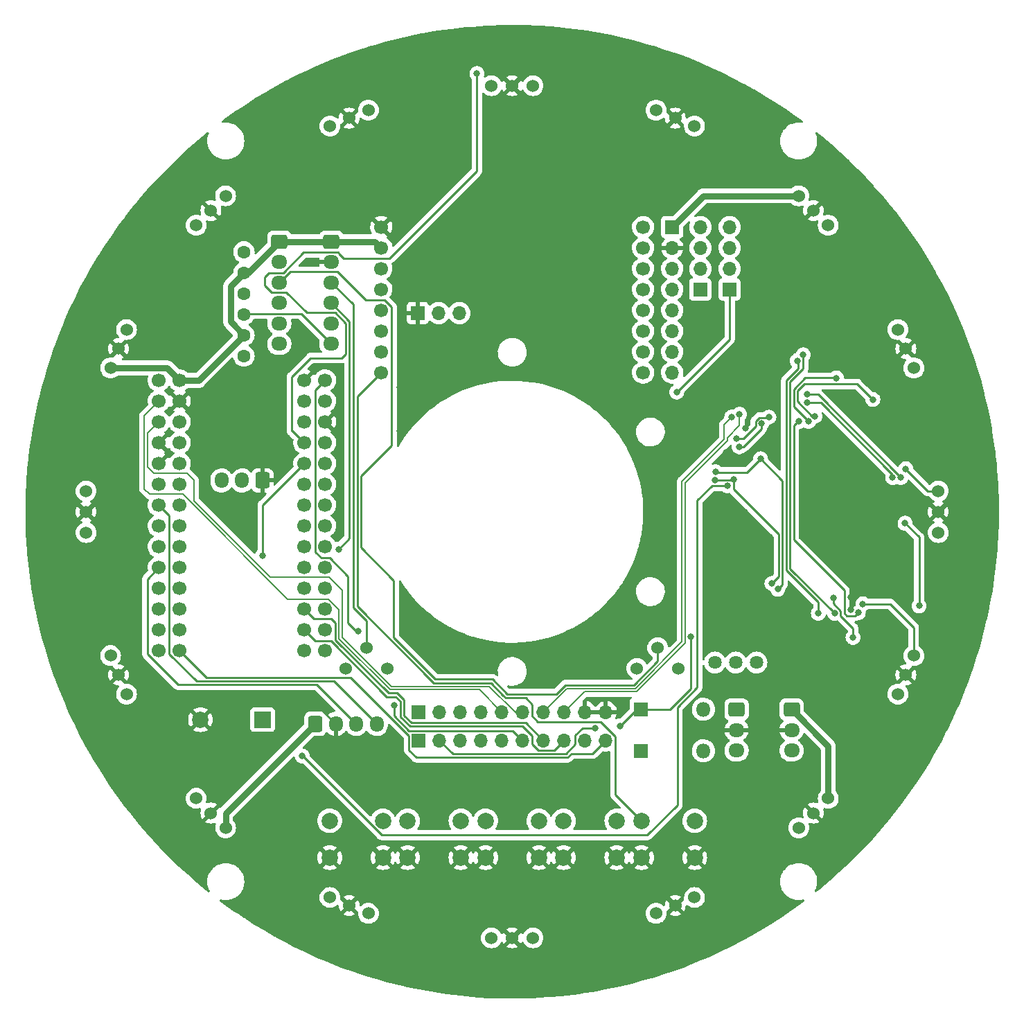
<source format=gbr>
%TF.GenerationSoftware,KiCad,Pcbnew,(6.0.5)*%
%TF.CreationDate,2023-02-26T15:47:36+09:00*%
%TF.ProjectId,mainboard,6d61696e-626f-4617-9264-2e6b69636164,rev?*%
%TF.SameCoordinates,Original*%
%TF.FileFunction,Copper,L2,Bot*%
%TF.FilePolarity,Positive*%
%FSLAX46Y46*%
G04 Gerber Fmt 4.6, Leading zero omitted, Abs format (unit mm)*
G04 Created by KiCad (PCBNEW (6.0.5)) date 2023-02-26 15:47:36*
%MOMM*%
%LPD*%
G01*
G04 APERTURE LIST*
G04 Aperture macros list*
%AMRoundRect*
0 Rectangle with rounded corners*
0 $1 Rounding radius*
0 $2 $3 $4 $5 $6 $7 $8 $9 X,Y pos of 4 corners*
0 Add a 4 corners polygon primitive as box body*
4,1,4,$2,$3,$4,$5,$6,$7,$8,$9,$2,$3,0*
0 Add four circle primitives for the rounded corners*
1,1,$1+$1,$2,$3*
1,1,$1+$1,$4,$5*
1,1,$1+$1,$6,$7*
1,1,$1+$1,$8,$9*
0 Add four rect primitives between the rounded corners*
20,1,$1+$1,$2,$3,$4,$5,0*
20,1,$1+$1,$4,$5,$6,$7,0*
20,1,$1+$1,$6,$7,$8,$9,0*
20,1,$1+$1,$8,$9,$2,$3,0*%
G04 Aperture macros list end*
%TA.AperFunction,ComponentPad*%
%ADD10C,1.524000*%
%TD*%
%TA.AperFunction,ComponentPad*%
%ADD11C,2.000000*%
%TD*%
%TA.AperFunction,ComponentPad*%
%ADD12C,1.600000*%
%TD*%
%TA.AperFunction,ComponentPad*%
%ADD13R,1.700000X1.700000*%
%TD*%
%TA.AperFunction,ComponentPad*%
%ADD14O,1.700000X1.700000*%
%TD*%
%TA.AperFunction,ComponentPad*%
%ADD15C,1.635000*%
%TD*%
%TA.AperFunction,ComponentPad*%
%ADD16RoundRect,0.250000X-0.725000X0.600000X-0.725000X-0.600000X0.725000X-0.600000X0.725000X0.600000X0*%
%TD*%
%TA.AperFunction,ComponentPad*%
%ADD17O,1.950000X1.700000*%
%TD*%
%TA.AperFunction,ComponentPad*%
%ADD18RoundRect,0.250000X0.600000X0.725000X-0.600000X0.725000X-0.600000X-0.725000X0.600000X-0.725000X0*%
%TD*%
%TA.AperFunction,ComponentPad*%
%ADD19O,1.700000X1.950000*%
%TD*%
%TA.AperFunction,ComponentPad*%
%ADD20C,1.700000*%
%TD*%
%TA.AperFunction,ComponentPad*%
%ADD21RoundRect,0.250000X-0.600000X-0.725000X0.600000X-0.725000X0.600000X0.725000X-0.600000X0.725000X0*%
%TD*%
%TA.AperFunction,ComponentPad*%
%ADD22R,1.800000X1.800000*%
%TD*%
%TA.AperFunction,ComponentPad*%
%ADD23O,1.800000X1.800000*%
%TD*%
%TA.AperFunction,ComponentPad*%
%ADD24R,2.000000X2.000000*%
%TD*%
%TA.AperFunction,ViaPad*%
%ADD25C,0.800000*%
%TD*%
%TA.AperFunction,Conductor*%
%ADD26C,0.250000*%
%TD*%
%TA.AperFunction,Conductor*%
%ADD27C,0.800000*%
%TD*%
%TA.AperFunction,Conductor*%
%ADD28C,0.200000*%
%TD*%
G04 APERTURE END LIST*
D10*
%TO.P,R24,1*%
%TO.N,+5V*%
X132080000Y-120745000D03*
%TO.P,R24,2*%
%TO.N,Net-(J3-Pad3)*%
X134620000Y-118205000D03*
%TO.P,R24,3*%
%TO.N,N/C*%
X137160000Y-120745000D03*
%TD*%
D11*
%TO.P,SW6,1*%
%TO.N,PRGB 2*%
X146125000Y-139355000D03*
X139625000Y-139355000D03*
%TO.P,SW6,2*%
%TO.N,GND*%
X139625000Y-143855000D03*
X146125000Y-143855000D03*
%TD*%
D12*
%TO.P,Q1,1,G*%
%TO.N,Net-(Q1-Pad1)*%
X119613000Y-74930000D03*
%TO.P,Q1,2,D*%
%TO.N,+5V*%
X119613000Y-72390000D03*
%TO.P,Q1,3,S*%
%TO.N,FET 1 HIGH*%
X119613000Y-69850000D03*
%TD*%
D11*
%TO.P,SW2,1,A*%
%TO.N,Gyro Reset*%
X165175000Y-139355000D03*
X158675000Y-139355000D03*
%TO.P,SW2,3,B*%
%TO.N,GND*%
X165175000Y-143855000D03*
X158675000Y-143855000D03*
%TD*%
%TO.P,SW4,1*%
%TO.N,Net-(SW4-Pad1)*%
X168200000Y-139355000D03*
X174700000Y-139355000D03*
%TO.P,SW4,2*%
%TO.N,GND*%
X168200000Y-143855000D03*
X174700000Y-143855000D03*
%TD*%
D10*
%TO.P,R34,1*%
%TO.N,+5V*%
X167640000Y-120745000D03*
%TO.P,R34,2*%
%TO.N,Net-(J5-Pad3)*%
X170180000Y-118205000D03*
%TO.P,R34,3*%
%TO.N,N/C*%
X172720000Y-120745000D03*
%TD*%
D11*
%TO.P,SW5,1*%
%TO.N,PRGB 1*%
X136600000Y-139355000D03*
X130100000Y-139355000D03*
%TO.P,SW5,2*%
%TO.N,GND*%
X136600000Y-143855000D03*
X130100000Y-143855000D03*
%TD*%
%TO.P,SW1,1,A*%
%TO.N,RESET*%
X155650000Y-139355000D03*
X149150000Y-139355000D03*
%TO.P,SW1,3,B*%
%TO.N,GND*%
X149150000Y-143855000D03*
X155650000Y-143855000D03*
%TD*%
D12*
%TO.P,Q2,1,G*%
%TO.N,Net-(Q2-Pad1)*%
X119613000Y-82550000D03*
%TO.P,Q2,2,D*%
%TO.N,+5V*%
X119613000Y-80010000D03*
%TO.P,Q2,3,S*%
%TO.N,FET 2 HIGH*%
X119613000Y-77470000D03*
%TD*%
D13*
%TO.P,J6,1,Pin_1*%
%TO.N,Line D+*%
X140975000Y-126075000D03*
D14*
%TO.P,J6,2,Pin_2*%
%TO.N,Line D-*%
X143515000Y-126075000D03*
%TO.P,J6,3,Pin_3*%
%TO.N,Cam D+*%
X146055000Y-126075000D03*
%TO.P,J6,4,Pin_4*%
%TO.N,Cam D-*%
X148595000Y-126075000D03*
%TO.P,J6,5,Pin_5*%
%TO.N,Teensy D-*%
X151135000Y-126075000D03*
%TO.P,J6,6,Pin_6*%
%TO.N,Teensy D+*%
X153675000Y-126075000D03*
%TO.P,J6,7,Pin_7*%
%TO.N,IR D+*%
X156215000Y-126075000D03*
%TO.P,J6,8,Pin_8*%
%TO.N,IR D-*%
X158755000Y-126075000D03*
%TO.P,J6,9,Pin_9*%
%TO.N,GND*%
X161295000Y-126075000D03*
%TO.P,J6,10,Pin_10*%
X163835000Y-126075000D03*
%TD*%
D15*
%TO.P,SW3,1*%
%TO.N,Net-(R30-Pad2)*%
X182245000Y-120015000D03*
%TO.P,SW3,2*%
%TO.N,+5V*%
X179705000Y-120015000D03*
%TO.P,SW3,3*%
%TO.N,N/C*%
X177165000Y-120015000D03*
%TD*%
D10*
%TO.P,U16,0,Vin*%
%TO.N,+5V*%
X201478423Y-119179672D03*
%TO.P,U16,1,GND*%
%TO.N,GND*%
X200506407Y-121526326D03*
%TO.P,U16,2,OUT*%
%TO.N,Net-(R18-Pad2)*%
X199534391Y-123872980D03*
%TD*%
%TO.P,U8,0,Vin*%
%TO.N,+5V*%
X113784898Y-66577001D03*
%TO.P,U8,1,GND*%
%TO.N,GND*%
X115580950Y-64780950D03*
%TO.P,U8,2,OUT*%
%TO.N,Net-(R11-Pad2)*%
X117377001Y-62984898D03*
%TD*%
D16*
%TO.P,J11,1,Pin_1*%
%TO.N,+5V*%
X186546000Y-125770000D03*
D17*
%TO.P,J11,2,Pin_2*%
%TO.N,GND*%
X186546000Y-128270000D03*
%TO.P,J11,3,Pin_3*%
%TO.N,MD Data*%
X186546000Y-130770000D03*
%TD*%
D10*
%TO.P,U11,0,Vin*%
%TO.N,+5V*%
X149860000Y-49530000D03*
%TO.P,U11,1,GND*%
%TO.N,GND*%
X152400000Y-49530000D03*
%TO.P,U11,2,OUT*%
%TO.N,Net-(R13-Pad2)*%
X154940000Y-49530000D03*
%TD*%
%TO.P,U17,0,Vin*%
%TO.N,+5V*%
X191015102Y-136622999D03*
%TO.P,U17,1,GND*%
%TO.N,GND*%
X189219050Y-138419050D03*
%TO.P,U17,2,OUT*%
%TO.N,Net-(R19-Pad2)*%
X187422999Y-140215102D03*
%TD*%
%TO.P,U2,0,Vin*%
%TO.N,+5V*%
X154940000Y-153670000D03*
%TO.P,U2,1,GND*%
%TO.N,GND*%
X152400000Y-153670000D03*
%TO.P,U2,2,OUT*%
%TO.N,Net-(R5-Pad2)*%
X149860000Y-153670000D03*
%TD*%
D13*
%TO.P,J4,1,Pin_1*%
%TO.N,GND*%
X140975000Y-129540000D03*
D14*
%TO.P,J4,2,Pin_2*%
%TO.N,+3V3*%
X143515000Y-129540000D03*
%TO.P,J4,3,Pin_3*%
%TO.N,Start*%
X146055000Y-129540000D03*
%TO.P,J4,4,Pin_4*%
%TO.N,Stop*%
X148595000Y-129540000D03*
%TO.P,J4,5,Pin_5*%
%TO.N,R*%
X151135000Y-129540000D03*
%TO.P,J4,6,Pin_6*%
%TO.N,L*%
X153675000Y-129540000D03*
%TO.P,J4,7,Pin_7*%
%TO.N,CS*%
X156215000Y-129540000D03*
%TO.P,J4,8,Pin_8*%
%TO.N,MOSI*%
X158755000Y-129540000D03*
%TO.P,J4,9,Pin_9*%
%TO.N,RS*%
X161295000Y-129540000D03*
%TO.P,J4,10,Pin_10*%
%TO.N,SCK*%
X163835000Y-129540000D03*
%TD*%
D16*
%TO.P,J12,1,Pin_1*%
%TO.N,Net-(D20-Pad2)*%
X179815000Y-125770000D03*
D17*
%TO.P,J12,2,Pin_2*%
%TO.N,GND*%
X179815000Y-128270000D03*
%TO.P,J12,3,Pin_3*%
%TO.N,Net-(D21-Pad2)*%
X179815000Y-130770000D03*
%TD*%
D13*
%TO.P,J8,1,Pin_1*%
%TO.N,+5V*%
X171958000Y-66802000D03*
D14*
%TO.P,J8,2,Pin_2*%
%TO.N,GND*%
X171958000Y-69342000D03*
%TO.P,J8,3,Pin_3*%
%TO.N,SCL*%
X171958000Y-71882000D03*
%TO.P,J8,4,Pin_4*%
%TO.N,SDA*%
X171958000Y-74422000D03*
%TO.P,J8,5,Pin_5*%
%TO.N,unconnected-(J8-Pad5)*%
X171958000Y-76962000D03*
%TO.P,J8,6,Pin_6*%
%TO.N,unconnected-(J8-Pad6)*%
X171958000Y-79502000D03*
%TO.P,J8,7,Pin_7*%
%TO.N,unconnected-(J8-Pad7)*%
X171958000Y-82042000D03*
%TO.P,J8,8,Pin_8*%
%TO.N,unconnected-(J8-Pad8)*%
X171958000Y-84582000D03*
%TD*%
D10*
%TO.P,U7,0,Vin*%
%TO.N,+5V*%
X103321577Y-84020328D03*
%TO.P,U7,1,GND*%
%TO.N,GND*%
X104293593Y-81673674D03*
%TO.P,U7,2,OUT*%
%TO.N,Net-(R10-Pad2)*%
X105265609Y-79327020D03*
%TD*%
D13*
%TO.P,J2,1,Pin_1*%
%TO.N,RESET*%
X178968000Y-74422000D03*
D14*
%TO.P,J2,2,Pin_2*%
%TO.N,PB3*%
X178968000Y-71882000D03*
%TO.P,J2,3,Pin_3*%
%TO.N,PB2*%
X178968000Y-69342000D03*
%TO.P,J2,4,Pin_4*%
%TO.N,PB1*%
X178968000Y-66802000D03*
%TD*%
D18*
%TO.P,J9,1,Pin_1*%
%TO.N,GND*%
X121880000Y-97773000D03*
D19*
%TO.P,J9,2,Pin_2*%
%TO.N,FET 1 LOW*%
X119380000Y-97773000D03*
%TO.P,J9,3*%
%TO.N,FET 2 LOW*%
X116880000Y-97773000D03*
%TD*%
D10*
%TO.P,U5,0,Vin*%
%TO.N,+5V*%
X105265609Y-123872980D03*
%TO.P,U5,1,GND*%
%TO.N,GND*%
X104293593Y-121526326D03*
%TO.P,U5,2,OUT*%
%TO.N,Net-(R8-Pad2)*%
X103321577Y-119179672D03*
%TD*%
D20*
%TO.P,U21,1,GND*%
%TO.N,GND*%
X129540000Y-90630000D03*
X109220000Y-95710000D03*
X127000000Y-85550000D03*
X111760000Y-88090000D03*
X109220000Y-113490000D03*
X109220000Y-93170000D03*
%TO.P,U21,2,0_RX1_CRX2_CS1*%
%TO.N,unconnected-(U21-Pad2)*%
X127000000Y-88090000D03*
%TO.P,U21,3,1_TX1_CTX2_MISO1*%
%TO.N,MD Data*%
X127000000Y-90630000D03*
%TO.P,U21,4,2_OUT2*%
%TO.N,Neo Pixel*%
X127000000Y-93170000D03*
%TO.P,U21,5,3_LRCLK2*%
%TO.N,Net-(BZ1-Pad1)*%
X127000000Y-95710000D03*
%TO.P,U21,6,4_BCLK2*%
%TO.N,FET 1 LOW*%
X127000000Y-98250000D03*
%TO.P,U21,7,5_IN2*%
%TO.N,FET 2 LOW*%
X127000000Y-100790000D03*
%TO.P,U21,8,6_OUT1D*%
%TO.N,PRGB 1*%
X127000000Y-103330000D03*
%TO.P,U21,9,7_RX2_OUT1A*%
%TO.N,IR Data*%
X127000000Y-105870000D03*
%TO.P,U21,10,8_TX2_IN1*%
%TO.N,unconnected-(U21-Pad10)*%
X127000000Y-108410000D03*
%TO.P,U21,11,9_OUT1C*%
%TO.N,PRGB 2*%
X127000000Y-110950000D03*
%TO.P,U21,12,10_CS_MQSR*%
%TO.N,CS*%
X127000000Y-113490000D03*
%TO.P,U21,13,11_MOSI_CTX1*%
%TO.N,MOSI*%
X127000000Y-116030000D03*
%TO.P,U21,14,12_MISO_MQSL*%
%TO.N,Touch*%
X127000000Y-118570000D03*
%TO.P,U21,15,VBAT*%
%TO.N,unconnected-(U21-Pad15)*%
X129540000Y-118570000D03*
%TO.P,U21,18,PROGRAM*%
%TO.N,unconnected-(U21-Pad18)*%
X109220000Y-116030000D03*
%TO.P,U21,19,ON_OFF*%
%TO.N,unconnected-(U21-Pad19)*%
X109220000Y-118570000D03*
%TO.P,U21,20,13_SCK_CRX1_LED*%
%TO.N,SCK*%
X111760000Y-118570000D03*
%TO.P,U21,21,14_A0_TX3_SPDIF_OUT*%
%TO.N,unconnected-(U21-Pad21)*%
X111760000Y-116030000D03*
%TO.P,U21,22,15_A1_RX3_SPDIF_IN*%
%TO.N,Gyro Data*%
X111760000Y-113490000D03*
%TO.P,U21,23,16_A2_RX4_SCL1*%
%TO.N,Line Data*%
X111760000Y-110950000D03*
%TO.P,U21,24,17_A3_TX4_SDA1*%
%TO.N,unconnected-(U21-Pad24)*%
X111760000Y-108410000D03*
%TO.P,U21,25,18_A4_SDA0*%
%TO.N,unconnected-(U21-Pad25)*%
X111760000Y-105870000D03*
%TO.P,U21,26,19_A5_SCL0*%
%TO.N,unconnected-(U21-Pad26)*%
X111760000Y-103330000D03*
%TO.P,U21,27,20_A6_TX5_LRCLK1*%
%TO.N,unconnected-(U21-Pad27)*%
X111760000Y-100790000D03*
%TO.P,U21,28,21_A7_RX5_BCLK1*%
%TO.N,Cam Data*%
X111760000Y-98250000D03*
%TO.P,U21,29,22_A8_CTX1*%
%TO.N,unconnected-(U21-Pad29)*%
X111760000Y-95710000D03*
%TO.P,U21,30,23_A9_CRX1_MCLK1*%
%TO.N,unconnected-(U21-Pad30)*%
X111760000Y-93170000D03*
%TO.P,U21,31,3V3*%
%TO.N,unconnected-(U21-Pad31)*%
X111760000Y-90630000D03*
X109220000Y-110950000D03*
X129540000Y-95710000D03*
%TO.P,U21,33,VIN*%
%TO.N,+5V*%
X111760000Y-85550000D03*
%TO.P,U21,34,VUSB*%
%TO.N,unconnected-(U21-Pad34)*%
X109220000Y-85550000D03*
%TO.P,U21,35,24_A10_TX6_SCL2*%
%TO.N,XBee TX*%
X109220000Y-108410000D03*
%TO.P,U21,36,25_A11_RX6_SDA2*%
%TO.N,XBee RX*%
X109220000Y-100790000D03*
%TO.P,U21,37,26_A12_MOSI1*%
%TO.N,unconnected-(U21-Pad37)*%
X109220000Y-103330000D03*
%TO.P,U21,38,27_A13_SCK1*%
%TO.N,unconnected-(U21-Pad38)*%
X109220000Y-98250000D03*
%TO.P,U21,39,28_RX7*%
%TO.N,unconnected-(U21-Pad39)*%
X109220000Y-105870000D03*
%TO.P,U21,40,29_TX7*%
%TO.N,unconnected-(U21-Pad40)*%
X129540000Y-105870000D03*
%TO.P,U21,41,30_CRX3*%
%TO.N,Start*%
X129540000Y-116030000D03*
%TO.P,U21,42,31_CTX3*%
%TO.N,Stop*%
X129540000Y-108410000D03*
%TO.P,U21,43,32_OUT1B*%
%TO.N,R*%
X129540000Y-113490000D03*
%TO.P,U21,44,33_MCLK2*%
%TO.N,L*%
X129540000Y-110950000D03*
%TO.P,U21,45,34_DAT1_MISO2*%
%TO.N,RS*%
X129540000Y-85550000D03*
%TO.P,U21,46,35_DAT0_MOSI2*%
%TO.N,unconnected-(U21-Pad46)*%
X129540000Y-88090000D03*
%TO.P,U21,48,36_CLK_CS2*%
%TO.N,unconnected-(U21-Pad48)*%
X129540000Y-93170000D03*
%TO.P,U21,50,37_CMD_SCK2*%
%TO.N,unconnected-(U21-Pad50)*%
X129540000Y-98250000D03*
%TO.P,U21,51,38_DAT3_RX5*%
%TO.N,unconnected-(U21-Pad51)*%
X129540000Y-100790000D03*
%TO.P,U21,52,39_DAT2_TX5*%
%TO.N,unconnected-(U21-Pad52)*%
X129540000Y-103330000D03*
%TO.P,U21,53,D-*%
%TO.N,Teensy D-*%
X109220000Y-88090000D03*
%TO.P,U21,54,D+*%
%TO.N,Teensy D+*%
X109220000Y-90630000D03*
%TD*%
D10*
%TO.P,U4,0,Vin*%
%TO.N,+5V*%
X117377001Y-140215102D03*
%TO.P,U4,1,GND*%
%TO.N,GND*%
X115580950Y-138419050D03*
%TO.P,U4,2,OUT*%
%TO.N,Net-(R7-Pad2)*%
X113784898Y-136622999D03*
%TD*%
D20*
%TO.P,U19,1,gnd*%
%TO.N,GND*%
X136400000Y-66802000D03*
%TO.P,U19,2,vin*%
%TO.N,+5V*%
X136400000Y-69342000D03*
%TO.P,U19,3,seru01*%
%TO.N,unconnected-(U19-Pad3)*%
X136400000Y-71882000D03*
%TO.P,U19,4,seru02*%
%TO.N,unconnected-(U19-Pad4)*%
X136400000Y-74422000D03*
%TO.P,U19,5,seru03*%
%TO.N,unconnected-(U19-Pad5)*%
X136400000Y-76962000D03*
%TO.P,U19,6,syn*%
%TO.N,unconnected-(U19-Pad6)*%
X136400000Y-79502000D03*
%TO.P,U19,7,boot*%
%TO.N,unconnected-(U19-Pad7)*%
X136400000Y-82042000D03*
%TO.P,U19,8,rst*%
%TO.N,Net-(SW4-Pad1)*%
X136400000Y-84582000D03*
%TO.P,U19,9,mosi*%
%TO.N,unconnected-(U19-Pad9)*%
X168400000Y-84582000D03*
%TO.P,U19,10,sclk*%
%TO.N,unconnected-(U19-Pad10)*%
X168400000Y-82042000D03*
%TO.P,U19,11,miso*%
%TO.N,unconnected-(U19-Pad11)*%
X168400000Y-79502000D03*
%TO.P,U19,12,ss*%
%TO.N,unconnected-(U19-Pad12)*%
X168400000Y-76962000D03*
%TO.P,U19,13,txo/scl*%
%TO.N,Cam Data*%
X168400000Y-74422000D03*
%TO.P,U19,14,rxd/sca*%
%TO.N,unconnected-(U19-Pad14)*%
X168400000Y-71882000D03*
%TO.P,U19,15,adc/dac*%
%TO.N,unconnected-(U19-Pad15)*%
X168400000Y-69342000D03*
%TO.P,U19,16,3.3v*%
%TO.N,unconnected-(U19-Pad16)*%
X168400000Y-66802000D03*
%TD*%
D10*
%TO.P,U15,0,Vin*%
%TO.N,+5V*%
X204470000Y-99060000D03*
%TO.P,U15,1,GND*%
%TO.N,GND*%
X204470000Y-101600000D03*
%TO.P,U15,2,OUT*%
%TO.N,Net-(R17-Pad2)*%
X204470000Y-104140000D03*
%TD*%
%TO.P,U13,0,Vin*%
%TO.N,+5V*%
X187422999Y-62984898D03*
%TO.P,U13,1,GND*%
%TO.N,GND*%
X189219050Y-64780950D03*
%TO.P,U13,2,OUT*%
%TO.N,Net-(R15-Pad2)*%
X191015102Y-66577001D03*
%TD*%
%TO.P,U3,0,Vin*%
%TO.N,+5V*%
X134820328Y-150678423D03*
%TO.P,U3,1,GND*%
%TO.N,GND*%
X132473674Y-149706407D03*
%TO.P,U3,2,OUT*%
%TO.N,Net-(R6-Pad2)*%
X130127020Y-148734391D03*
%TD*%
%TO.P,U18,0,Vin*%
%TO.N,+5V*%
X174672980Y-148734391D03*
%TO.P,U18,1,GND*%
%TO.N,GND*%
X172326326Y-149706407D03*
%TO.P,U18,2,OUT*%
%TO.N,Net-(R20-Pad2)*%
X169979672Y-150678423D03*
%TD*%
D21*
%TO.P,J10,1,Pin_1*%
%TO.N,+5V*%
X128330000Y-127525000D03*
D19*
%TO.P,J10,2,Pin_2*%
%TO.N,GND*%
X130830000Y-127525000D03*
%TO.P,J10,3,Pin_3*%
%TO.N,XBee TX*%
X133330000Y-127525000D03*
%TO.P,J10,4,Pin_4*%
%TO.N,XBee RX*%
X135830000Y-127525000D03*
%TD*%
D10*
%TO.P,U14,0,Vin*%
%TO.N,+5V*%
X199534391Y-79327020D03*
%TO.P,U14,1,GND*%
%TO.N,GND*%
X200506407Y-81673674D03*
%TO.P,U14,2,OUT*%
%TO.N,Net-(R16-Pad2)*%
X201478423Y-84020328D03*
%TD*%
D16*
%TO.P,J5,1,Pin_1*%
%TO.N,+5V*%
X123935000Y-68580000D03*
D17*
%TO.P,J5,2,Pin_2*%
%TO.N,GND*%
X123935000Y-71080000D03*
%TO.P,J5,3,Pin_3*%
%TO.N,Net-(J5-Pad3)*%
X123935000Y-73580000D03*
%TO.P,J5,4,Pin_4*%
%TO.N,Line Data*%
X123935000Y-76080000D03*
%TO.P,J5,5,Pin_5*%
%TO.N,Line D-*%
X123935000Y-78580000D03*
%TO.P,J5,6,Pin_6*%
%TO.N,Line D+*%
X123935000Y-81080000D03*
%TD*%
D22*
%TO.P,D20,1,K*%
%TO.N,+3V3*%
X168148000Y-125730000D03*
D23*
%TO.P,D20,2,A*%
%TO.N,Net-(D20-Pad2)*%
X175768000Y-125730000D03*
%TD*%
D13*
%TO.P,J7,1,Pin_1*%
%TO.N,GND*%
X140858000Y-77318000D03*
D14*
%TO.P,J7,2,Pin_2*%
%TO.N,Cam D+*%
X143398000Y-77318000D03*
%TO.P,J7,3,Pin_3*%
%TO.N,Cam D-*%
X145938000Y-77318000D03*
%TD*%
D22*
%TO.P,D21,1,K*%
%TO.N,+5V*%
X168148000Y-130810000D03*
D23*
%TO.P,D21,2,A*%
%TO.N,Net-(D21-Pad2)*%
X175768000Y-130810000D03*
%TD*%
D16*
%TO.P,J3,1,Pin_1*%
%TO.N,+5V*%
X130285000Y-68580000D03*
D17*
%TO.P,J3,2,Pin_2*%
%TO.N,GND*%
X130285000Y-71080000D03*
%TO.P,J3,3,Pin_3*%
%TO.N,Net-(J3-Pad3)*%
X130285000Y-73580000D03*
%TO.P,J3,4,Pin_4*%
%TO.N,Touch*%
X130285000Y-76080000D03*
%TO.P,J3,5,Pin_5*%
%TO.N,FET 1 HIGH*%
X130285000Y-78580000D03*
%TO.P,J3,6,Pin_6*%
%TO.N,FET 2 HIGH*%
X130285000Y-81080000D03*
%TD*%
D24*
%TO.P,BZ1,1,-*%
%TO.N,Net-(BZ1-Pad1)*%
X121910000Y-127000000D03*
D11*
%TO.P,BZ1,2,+*%
%TO.N,GND*%
X114310000Y-127000000D03*
%TD*%
D10*
%TO.P,U6,0,Vin*%
%TO.N,+5V*%
X100330000Y-104140000D03*
%TO.P,U6,1,GND*%
%TO.N,GND*%
X100330000Y-101600000D03*
%TO.P,U6,2,OUT*%
%TO.N,Net-(R9-Pad2)*%
X100330000Y-99060000D03*
%TD*%
%TO.P,U12,0,Vin*%
%TO.N,+5V*%
X169979672Y-52521577D03*
%TO.P,U12,1,GND*%
%TO.N,GND*%
X172326326Y-53493593D03*
%TO.P,U12,2,OUT*%
%TO.N,Net-(R14-Pad2)*%
X174672980Y-54465609D03*
%TD*%
%TO.P,U9,0,Vin*%
%TO.N,+5V*%
X130127020Y-54465609D03*
%TO.P,U9,1,GND*%
%TO.N,GND*%
X132473674Y-53493593D03*
%TO.P,U9,2,OUT*%
%TO.N,Net-(R12-Pad2)*%
X134820328Y-52521577D03*
%TD*%
D13*
%TO.P,J1,1,Pin_1*%
%TO.N,RESET2*%
X175387000Y-74422000D03*
D14*
%TO.P,J1,2,Pin_2*%
%TO.N,MISO2*%
X175387000Y-71882000D03*
%TO.P,J1,3,Pin_3*%
%TO.N,MOSI2*%
X175387000Y-69342000D03*
%TO.P,J1,4,Pin_4*%
%TO.N,SCK2*%
X175387000Y-66802000D03*
%TD*%
D25*
%TO.N,Net-(BZ1-Pad1)*%
X121920000Y-106924000D03*
%TO.N,GND*%
X182118000Y-67564000D03*
X198120000Y-72898000D03*
X199136000Y-82550000D03*
X95758000Y-94488000D03*
X134366000Y-156972000D03*
X117348000Y-60710608D03*
X134620000Y-46482000D03*
X186690000Y-115570000D03*
X121285000Y-78740000D03*
X172974000Y-55880000D03*
X179578000Y-114554000D03*
X191770000Y-87630000D03*
X138684000Y-86360000D03*
X179070000Y-52324000D03*
X192278000Y-141478000D03*
X197866000Y-67818000D03*
X177963190Y-87366095D03*
X129540000Y-129794000D03*
X99568000Y-87376000D03*
X133858000Y-142494000D03*
X140716000Y-154432000D03*
X170434000Y-73152000D03*
X173990000Y-133350000D03*
X186436000Y-123444000D03*
X149352000Y-150114000D03*
X136652000Y-150114000D03*
X193758591Y-113558980D03*
X171196000Y-142748000D03*
X107188000Y-85598000D03*
X179832000Y-122428000D03*
X164592000Y-121158000D03*
X160020000Y-48514000D03*
X203200000Y-111760000D03*
X173990000Y-49530000D03*
X114808000Y-99822000D03*
X123444000Y-147574000D03*
X185674000Y-59944000D03*
X152146000Y-150622000D03*
X151384000Y-154940000D03*
X131318000Y-104140000D03*
X201126940Y-101600000D03*
X100584000Y-128270000D03*
X100330000Y-80010000D03*
X102108000Y-115062000D03*
X106680000Y-116586000D03*
X125222000Y-153670000D03*
X208534000Y-84836000D03*
X183896000Y-104648000D03*
X178308000Y-58420000D03*
X179324000Y-147320000D03*
X153670000Y-48260000D03*
X138684000Y-91694000D03*
X146304000Y-132842000D03*
X200025000Y-90805000D03*
X210566000Y-97028000D03*
X101346000Y-73406000D03*
X127000000Y-140208000D03*
X126365000Y-82550000D03*
X161798000Y-142748000D03*
X184658000Y-149352000D03*
X193789539Y-112026461D03*
X120650000Y-91948000D03*
X127508000Y-66294000D03*
X190500000Y-145796000D03*
X198120000Y-128016000D03*
X145796000Y-157988000D03*
X178562000Y-94361000D03*
X184150000Y-64770000D03*
X109474000Y-136144000D03*
X166370000Y-75692000D03*
X107696000Y-64008000D03*
X107188000Y-100330000D03*
X107442000Y-107188000D03*
X100076000Y-116840000D03*
X134874000Y-135636000D03*
X120904000Y-53848000D03*
X204470000Y-123190000D03*
X122428000Y-135890000D03*
X131318000Y-99568000D03*
X114554000Y-83058000D03*
X204216000Y-74930000D03*
X167640000Y-153924000D03*
X100076000Y-123190000D03*
X177038000Y-139446000D03*
X105410000Y-134366000D03*
X200025000Y-107950000D03*
X183388000Y-93472000D03*
X163830000Y-132842000D03*
X195580000Y-137922000D03*
X112522000Y-61722000D03*
X207772000Y-119634000D03*
X104140000Y-89408000D03*
X203708000Y-86106000D03*
X131318000Y-87376000D03*
X209042000Y-101600000D03*
X106680000Y-127762000D03*
X165354000Y-124714000D03*
X195834000Y-81534000D03*
X121666000Y-59944000D03*
X209042000Y-107442000D03*
X210312000Y-109728000D03*
X152400000Y-45212000D03*
X204470000Y-80010000D03*
X114046000Y-57150000D03*
X201422000Y-128524000D03*
X178816000Y-153416000D03*
X180848000Y-101600000D03*
X193802000Y-136144000D03*
X130810000Y-153924000D03*
X118110000Y-83820000D03*
X96520000Y-118618000D03*
X101092000Y-90678000D03*
X127762000Y-124968000D03*
X194310000Y-69088000D03*
X198882000Y-120904000D03*
X127635000Y-71120000D03*
X161544000Y-43942000D03*
X183134000Y-143764000D03*
X183515000Y-81280000D03*
X104140000Y-111760000D03*
X155956000Y-137160000D03*
X117475000Y-80010000D03*
X183388000Y-108749500D03*
X109728000Y-124714000D03*
X192532000Y-117094000D03*
X93980000Y-106172000D03*
X163322000Y-145542000D03*
X114554000Y-74676000D03*
X180340000Y-77470000D03*
X165862000Y-150622000D03*
X177800000Y-54356000D03*
X180934652Y-91344750D03*
X123825000Y-85725000D03*
X165862000Y-48768000D03*
X192532000Y-134112000D03*
X183515000Y-75565000D03*
X162814000Y-51308000D03*
X114808000Y-87122000D03*
X190246000Y-94234000D03*
X181356000Y-94996000D03*
X187960000Y-104394000D03*
X100584000Y-106172000D03*
X139446000Y-80264000D03*
X131318000Y-94488000D03*
X179832000Y-49784000D03*
X108712000Y-80010000D03*
X196850000Y-92710000D03*
X156972000Y-159512000D03*
X187960000Y-80010000D03*
X195834000Y-66548000D03*
X144526000Y-155194000D03*
X205232000Y-114808000D03*
X125730000Y-49784000D03*
X205740000Y-102870000D03*
X157988000Y-44958000D03*
X122174000Y-95250000D03*
X195834000Y-75946000D03*
X205994000Y-97790000D03*
X143002000Y-142748000D03*
X183388000Y-128270000D03*
X157480000Y-153924000D03*
X118110000Y-130810000D03*
X176276000Y-110236000D03*
X138684000Y-129540000D03*
X138176000Y-68072000D03*
X168656000Y-157734000D03*
X142240000Y-157734000D03*
X112268000Y-141478000D03*
X130810000Y-49276000D03*
X138684000Y-50546000D03*
X199390000Y-94615000D03*
X94742000Y-92202000D03*
X197358000Y-101600000D03*
X191262000Y-107950000D03*
X112522000Y-68072000D03*
X181356000Y-55372000D03*
X166370000Y-84328000D03*
X176276000Y-114554000D03*
X110236000Y-74422000D03*
X132080000Y-55372000D03*
X182626000Y-110490000D03*
X160782000Y-132334000D03*
X95758000Y-101600000D03*
X170688000Y-45974000D03*
X139954000Y-71882000D03*
X123825000Y-92075000D03*
X118110000Y-124460000D03*
X173990000Y-153924000D03*
X126746000Y-149352000D03*
X117602000Y-72390000D03*
X205994000Y-108966000D03*
X96520000Y-83820000D03*
X152400000Y-142748000D03*
X125730000Y-55880000D03*
X147828000Y-43180000D03*
X184739523Y-88564477D03*
X152146000Y-158242000D03*
X166370000Y-71882000D03*
X119888000Y-103886000D03*
X205994000Y-88646000D03*
X192278000Y-61722000D03*
X98806000Y-95250000D03*
X105918000Y-74930000D03*
X160020000Y-136652000D03*
%TO.N,Net-(C1-Pad1)*%
X189375481Y-89926616D03*
X196469000Y-87884000D03*
%TO.N,Net-(C2-Pad1)*%
X188595000Y-90551000D03*
X192024000Y-85254500D03*
%TO.N,RESET*%
X172503500Y-86977198D03*
%TO.N,+5V*%
X200491411Y-96351411D03*
X202116187Y-113089187D03*
X200406000Y-102997000D03*
X195250398Y-112851602D03*
%TO.N,Net-(C9-Pad1)*%
X182880000Y-90805000D03*
X180145200Y-93658200D03*
%TO.N,Net-(C10-Pad1)*%
X179832000Y-92688233D03*
X183764701Y-90038701D03*
%TO.N,+3V3*%
X165608000Y-127762000D03*
X162560000Y-128016000D03*
X174244000Y-116840000D03*
%TO.N,RX2LED*%
X187960000Y-82423000D03*
X191807500Y-114008500D03*
%TO.N,TX2LED*%
X187235500Y-83147500D03*
X189805800Y-114008500D03*
%TO.N,Neo Pixel*%
X148082000Y-48040825D03*
%TO.N,Touch*%
X131191000Y-106172000D03*
%TO.N,L*%
X137990158Y-125280842D03*
%TO.N,RS*%
X133604000Y-116205000D03*
%TO.N,IR D+*%
X179227365Y-90012635D03*
%TO.N,IR D-*%
X180186081Y-89678196D03*
%TO.N,SCL*%
X184844200Y-111065800D03*
X177230029Y-96701377D03*
X182753000Y-95123000D03*
%TO.N,SDA*%
X184137446Y-110359044D03*
X179451000Y-97663000D03*
X177202500Y-97700500D03*
%TO.N,TXD0*%
X188426940Y-88265000D03*
X198882000Y-97409000D03*
%TO.N,RXD0*%
X199881503Y-97409000D03*
X188426940Y-87265497D03*
%TO.N,PB7*%
X187414500Y-90572911D03*
X194691000Y-113919000D03*
%TO.N,Gyro Reset*%
X194048112Y-116959112D03*
X191643000Y-112109980D03*
%TO.N,IR Data*%
X178689000Y-98425000D03*
X126746000Y-131445000D03*
%TD*%
D26*
%TO.N,Net-(BZ1-Pad1)*%
X121910000Y-106914000D02*
X121910000Y-100800000D01*
X121910000Y-100800000D02*
X127000000Y-95710000D01*
X121920000Y-106924000D02*
X121910000Y-106914000D01*
%TO.N,GND*%
X130830000Y-127525000D02*
X128273000Y-124968000D01*
X182626000Y-110490000D02*
X182626000Y-109511500D01*
X182626000Y-109511500D02*
X183388000Y-108749500D01*
X128273000Y-124968000D02*
X127762000Y-124968000D01*
%TO.N,Net-(C1-Pad1)*%
X187245529Y-86821189D02*
X187706359Y-86360359D01*
X187245529Y-87757000D02*
X187245529Y-86821189D01*
X193929000Y-85979000D02*
X194564000Y-85979000D01*
X189063942Y-89926616D02*
X187245529Y-88108203D01*
X188087718Y-85979000D02*
X193929000Y-85979000D01*
X189375481Y-89926616D02*
X189063942Y-89926616D01*
X187245529Y-88108203D02*
X187245529Y-87757000D01*
X194564000Y-85979000D02*
X196469000Y-87884000D01*
X187706359Y-86360359D02*
X188087718Y-85979000D01*
%TO.N,Net-(C2-Pad1)*%
X186796009Y-86634991D02*
X186796009Y-88752009D01*
X191986500Y-85217000D02*
X188214000Y-85217000D01*
X186796009Y-88752009D02*
X188595000Y-90551000D01*
X188214000Y-85217000D02*
X186796009Y-86634991D01*
X192024000Y-85254500D02*
X191986500Y-85217000D01*
%TO.N,RESET*%
X178968000Y-80512698D02*
X178968000Y-74422000D01*
X172503500Y-86977198D02*
X178968000Y-80512698D01*
%TO.N,+5V*%
X200491411Y-96351411D02*
X203200000Y-99060000D01*
D27*
X175775102Y-62984898D02*
X187422999Y-62984898D01*
X123935000Y-68580000D02*
X130285000Y-68580000D01*
X130285000Y-68580000D02*
X135638000Y-68580000D01*
D26*
X195250398Y-112851602D02*
X195251980Y-112850020D01*
D27*
X117983000Y-74020000D02*
X119613000Y-72390000D01*
D26*
X198569492Y-112850020D02*
X201478423Y-115758951D01*
X203200000Y-99060000D02*
X204470000Y-99060000D01*
D27*
X171958000Y-66802000D02*
X175775102Y-62984898D01*
X128330000Y-127525000D02*
X117377001Y-138477999D01*
X114073000Y-85550000D02*
X119613000Y-80010000D01*
D26*
X202116187Y-104707187D02*
X202116187Y-113089187D01*
D27*
X119613000Y-72390000D02*
X120125000Y-72390000D01*
D26*
X201478423Y-115758951D02*
X201478423Y-119179672D01*
D27*
X191015102Y-130239102D02*
X191015102Y-136622999D01*
X120125000Y-72390000D02*
X123935000Y-68580000D01*
D26*
X200406000Y-102997000D02*
X202116187Y-104707187D01*
X195251980Y-112850020D02*
X198569492Y-112850020D01*
D27*
X117983000Y-78380000D02*
X117983000Y-74020000D01*
X117377001Y-138477999D02*
X117377001Y-140215102D01*
X110230328Y-84020328D02*
X103321577Y-84020328D01*
X135638000Y-68580000D02*
X136400000Y-69342000D01*
X111760000Y-85550000D02*
X110230328Y-84020328D01*
X111760000Y-85550000D02*
X114073000Y-85550000D01*
X119613000Y-80010000D02*
X117983000Y-78380000D01*
X186546000Y-125770000D02*
X191015102Y-130239102D01*
D26*
%TO.N,Net-(C9-Pad1)*%
X180661800Y-93658200D02*
X182880000Y-91440000D01*
X182880000Y-91440000D02*
X182880000Y-90805000D01*
X180145200Y-93658200D02*
X180661800Y-93658200D01*
%TO.N,Net-(C10-Pad1)*%
X182579897Y-90080489D02*
X183722913Y-90080489D01*
X179832000Y-92688233D02*
X180615767Y-92688233D01*
X182155489Y-91148511D02*
X182155489Y-90504897D01*
X183722913Y-90080489D02*
X183764701Y-90038701D01*
X182155489Y-90504897D02*
X182579897Y-90080489D01*
X180615767Y-92688233D02*
X182155489Y-91148511D01*
%TO.N,+3V3*%
X143515000Y-129540000D02*
X145139031Y-131164031D01*
X174244000Y-116840000D02*
X174244000Y-123190000D01*
X145139031Y-131164031D02*
X158982957Y-131164031D01*
X165608000Y-127762000D02*
X167640000Y-125730000D01*
X158982957Y-131164031D02*
X160120489Y-130026499D01*
X171704000Y-125730000D02*
X168148000Y-125730000D01*
X174244000Y-123190000D02*
X171704000Y-125730000D01*
X167640000Y-125730000D02*
X168148000Y-125730000D01*
X160120489Y-130026499D02*
X160120489Y-128931511D01*
X160120489Y-128931511D02*
X161036000Y-128016000D01*
X161036000Y-128016000D02*
X162560000Y-128016000D01*
%TO.N,RX2LED*%
X187960000Y-84102886D02*
X186346489Y-85716397D01*
X186346489Y-108547489D02*
X191807500Y-114008500D01*
X187960000Y-82423000D02*
X187960000Y-84102886D01*
X186346489Y-85716397D02*
X186346489Y-108547489D01*
%TO.N,TX2LED*%
X189805800Y-112642518D02*
X189805800Y-114008500D01*
X187325000Y-84102168D02*
X185896969Y-85530199D01*
X185896969Y-85530199D02*
X185896969Y-108733686D01*
X187325000Y-83237000D02*
X187325000Y-84102168D01*
X187235500Y-83147500D02*
X187325000Y-83237000D01*
X185896969Y-108733686D02*
X189805800Y-112642518D01*
%TO.N,Neo Pixel*%
X123952000Y-74754520D02*
X123014520Y-74754520D01*
X131064000Y-82804000D02*
X131572000Y-82804000D01*
X125476000Y-85090000D02*
X125984000Y-84582000D01*
X124792520Y-74754520D02*
X123952000Y-74754520D01*
X122174000Y-72898000D02*
X122682000Y-72390000D01*
X137414000Y-70612000D02*
X148082000Y-59944000D01*
X131119480Y-69905480D02*
X131318000Y-70104000D01*
X124411022Y-72390000D02*
X126895542Y-69905480D01*
X148082000Y-59944000D02*
X148082000Y-48040825D01*
X132069960Y-81026000D02*
X132069960Y-78578938D01*
X122174000Y-73914000D02*
X122174000Y-72898000D01*
X126895542Y-69905480D02*
X131119480Y-69905480D01*
X131318000Y-70104000D02*
X131826000Y-70612000D01*
X131572000Y-82804000D02*
X132069960Y-82306040D01*
X127000000Y-93170000D02*
X125524000Y-91694000D01*
X125476000Y-91694000D02*
X125476000Y-85090000D01*
X123014520Y-74754520D02*
X122174000Y-73914000D01*
X132069960Y-78578938D02*
X130745542Y-77254520D01*
X125984000Y-84582000D02*
X127762000Y-82804000D01*
X132069960Y-82306040D02*
X132069960Y-81026000D01*
X130745542Y-77254520D02*
X127292520Y-77254520D01*
X127292520Y-77254520D02*
X124792520Y-74754520D01*
X122682000Y-72390000D02*
X124411022Y-72390000D01*
X127762000Y-82804000D02*
X131064000Y-82804000D01*
X125524000Y-91694000D02*
X125476000Y-91694000D01*
X131826000Y-70612000D02*
X137414000Y-70612000D01*
%TO.N,Net-(J3-Pad3)*%
X134620000Y-114935718D02*
X132969000Y-113284718D01*
X132969000Y-76264000D02*
X130285000Y-73580000D01*
X132969000Y-113284718D02*
X132969000Y-76264000D01*
X134620000Y-118205000D02*
X134620000Y-114935718D01*
%TO.N,Touch*%
X131191000Y-106172000D02*
X132519480Y-104843520D01*
X132519480Y-104843520D02*
X132519480Y-78314480D01*
X132519480Y-78314480D02*
X130285000Y-76080000D01*
%TO.N,FET 2 HIGH*%
X126610480Y-77405480D02*
X119677520Y-77405480D01*
X130285000Y-81080000D02*
X126610480Y-77405480D01*
X119677520Y-77405480D02*
X119613000Y-77470000D01*
%TO.N,L*%
X139794054Y-128365489D02*
X152500489Y-128365489D01*
X152500489Y-128365489D02*
X153675000Y-129540000D01*
X137990158Y-125280842D02*
X137990158Y-126561593D01*
X137990158Y-126561593D02*
X139794054Y-128365489D01*
%TO.N,CS*%
X139192000Y-126492000D02*
X140081000Y-127381000D01*
X138361480Y-123756480D02*
X139192000Y-124587000D01*
X130302000Y-114681000D02*
X130810000Y-115189000D01*
X154056000Y-127381000D02*
X156215000Y-129540000D01*
X127000000Y-113490000D02*
X128191000Y-114681000D01*
X137263757Y-123756479D02*
X138361480Y-123756480D01*
X140081000Y-127381000D02*
X154056000Y-127381000D01*
X130810001Y-117302723D02*
X137263757Y-123756479D01*
X139192000Y-124587000D02*
X139192000Y-126492000D01*
X130810000Y-115189000D02*
X130810001Y-117302723D01*
X128191000Y-114681000D02*
X130302000Y-114681000D01*
%TO.N,MOSI*%
X138742480Y-124773198D02*
X138742480Y-126678197D01*
X139894802Y-127830520D02*
X153670000Y-127830520D01*
X137077560Y-124205999D02*
X138175282Y-124206000D01*
X155606511Y-130714511D02*
X157580489Y-130714511D01*
X127000000Y-116030000D02*
X128365489Y-117395489D01*
X157580489Y-130714511D02*
X158755000Y-129540000D01*
X138742480Y-126678197D02*
X139894802Y-127830520D01*
X154849511Y-129957511D02*
X155606511Y-130714511D01*
X138175282Y-124206000D02*
X138742480Y-124773198D01*
X128365489Y-117395489D02*
X130267049Y-117395489D01*
X130267049Y-117395489D02*
X137077560Y-124205999D01*
X153670000Y-127830520D02*
X154849511Y-129010031D01*
X154849511Y-129010031D02*
X154849511Y-129957511D01*
%TO.N,RS*%
X132334000Y-109474000D02*
X132334000Y-115189000D01*
X128365489Y-86724511D02*
X128365489Y-106521489D01*
X129540000Y-85550000D02*
X128365489Y-86724511D01*
X129079489Y-107235489D02*
X130095489Y-107235489D01*
X130095489Y-107235489D02*
X132334000Y-109474000D01*
X128365489Y-106521489D02*
X129079489Y-107235489D01*
X133350000Y-116205000D02*
X133604000Y-116205000D01*
X132334000Y-115189000D02*
X133350000Y-116205000D01*
%TO.N,SCK*%
X163835000Y-129540000D02*
X162210969Y-131164031D01*
X162210969Y-131164031D02*
X159618675Y-131164031D01*
X115021511Y-121831511D02*
X111760000Y-118570000D01*
X139800489Y-129007641D02*
X132624359Y-121831511D01*
X139800489Y-130714511D02*
X139800489Y-129007641D01*
X159169155Y-131613551D02*
X140699529Y-131613551D01*
X132624359Y-121831511D02*
X115021511Y-121831511D01*
X140699529Y-131613551D02*
X139800489Y-130714511D01*
X159618675Y-131164031D02*
X159169155Y-131613551D01*
%TO.N,Net-(J5-Pad3)*%
X133926520Y-97213480D02*
X133926520Y-105986520D01*
X131055520Y-72254520D02*
X134493000Y-75692000D01*
X137922000Y-116966282D02*
X143014119Y-122058401D01*
X123935000Y-73580000D02*
X125260480Y-72254520D01*
X136791010Y-75692000D02*
X137668000Y-76568990D01*
X134493000Y-75692000D02*
X136791010Y-75692000D01*
X137668000Y-93472000D02*
X133926520Y-97213480D01*
X125260480Y-72254520D02*
X131055520Y-72254520D01*
X137668000Y-76568990D02*
X137668000Y-93472000D01*
X137922000Y-109982000D02*
X137922000Y-116966282D01*
X133926520Y-105986520D02*
X137922000Y-109982000D01*
X157806158Y-123883480D02*
X158924159Y-122765480D01*
X143014119Y-122058401D02*
X149980135Y-122058401D01*
X151805215Y-123883480D02*
X157806158Y-123883480D01*
X167280152Y-122765480D02*
X170180000Y-119865632D01*
X170180000Y-119865632D02*
X170180000Y-118205000D01*
X158924159Y-122765480D02*
X167280152Y-122765480D01*
X149980135Y-122058401D02*
X151805215Y-123883480D01*
D28*
%TO.N,Teensy D-*%
X108077000Y-99441000D02*
X112141000Y-99441000D01*
X109220000Y-88090000D02*
X107442000Y-89868000D01*
X112141000Y-99441000D02*
X124968000Y-112268000D01*
X129943655Y-112268000D02*
X131234520Y-113558864D01*
X124968000Y-112268000D02*
X129943655Y-112268000D01*
X131234520Y-113558864D02*
X131234520Y-117126880D01*
X107442000Y-98806000D02*
X108077000Y-99441000D01*
X131234520Y-117126880D02*
X137439600Y-123331960D01*
X137439600Y-123331960D02*
X148391960Y-123331960D01*
X148391960Y-123331960D02*
X151135000Y-126075000D01*
X107442000Y-89868000D02*
X107442000Y-98806000D01*
%TO.N,Teensy D+*%
X113503003Y-97755003D02*
X113503003Y-100237997D01*
X131634039Y-111187039D02*
X131634039Y-116961393D01*
X130048000Y-109601000D02*
X131634039Y-111187039D01*
X109220000Y-90630000D02*
X107841520Y-92008480D01*
X152760655Y-126075000D02*
X153675000Y-126075000D01*
X149618095Y-122932440D02*
X152760655Y-126075000D01*
X108585000Y-96901000D02*
X112649000Y-96901000D01*
X113503003Y-100237997D02*
X122866006Y-109601000D01*
X131634039Y-116961393D02*
X137605086Y-122932440D01*
X107841520Y-92008480D02*
X107841520Y-96157520D01*
X122866006Y-109601000D02*
X130048000Y-109601000D01*
X107841520Y-96157520D02*
X108585000Y-96901000D01*
X112649000Y-96901000D02*
X113503003Y-97755003D01*
X137605086Y-122932440D02*
X149618095Y-122932440D01*
%TO.N,IR D+*%
X178308000Y-90932000D02*
X178308000Y-92710000D01*
X173144969Y-97873031D02*
X173144969Y-117501025D01*
X179227365Y-90012635D02*
X178308000Y-90932000D01*
X159100000Y-123190000D02*
X156215000Y-126075000D01*
X178308000Y-92710000D02*
X173144969Y-97873031D01*
X173144969Y-117501025D02*
X167455994Y-123190000D01*
X167455994Y-123190000D02*
X159100000Y-123190000D01*
%TO.N,IR D-*%
X161240480Y-123589520D02*
X167621480Y-123589520D01*
X173544489Y-117666511D02*
X173544489Y-98038517D01*
X180186081Y-91085919D02*
X180186081Y-89678196D01*
X173544489Y-98038517D02*
X178707519Y-92875487D01*
X178707520Y-92564480D02*
X180186081Y-91085919D01*
X167621480Y-123589520D02*
X173544489Y-117666511D01*
X158755000Y-126075000D02*
X161240480Y-123589520D01*
X178707519Y-92875487D02*
X178707520Y-92564480D01*
D26*
%TO.N,SCL*%
X177230029Y-96701377D02*
X177302652Y-96774000D01*
X185420000Y-110490000D02*
X185420000Y-105156000D01*
X177302652Y-96774000D02*
X181102000Y-96774000D01*
X185420000Y-97790000D02*
X182753000Y-95123000D01*
X185420000Y-105156000D02*
X185420000Y-97790000D01*
X184844200Y-111065800D02*
X185420000Y-110490000D01*
X181102000Y-96774000D02*
X182753000Y-95123000D01*
%TO.N,SDA*%
X184970480Y-109526010D02*
X184137446Y-110359044D01*
X179451000Y-98806000D02*
X184970480Y-104325480D01*
X179451000Y-97663000D02*
X179451000Y-98806000D01*
X184970480Y-104325480D02*
X184970480Y-109526010D01*
X179413500Y-97700500D02*
X179451000Y-97663000D01*
X177202500Y-97700500D02*
X179413500Y-97700500D01*
%TO.N,XBee TX*%
X128535551Y-122730551D02*
X111554551Y-122730551D01*
X107823000Y-118999000D02*
X107823000Y-109807000D01*
X107823000Y-109807000D02*
X109220000Y-108410000D01*
X133330000Y-127525000D02*
X128535551Y-122730551D01*
X111554551Y-122730551D02*
X107823000Y-118999000D01*
%TO.N,XBee RX*%
X110490000Y-118961010D02*
X110490000Y-102060000D01*
X135830000Y-127525000D02*
X130586031Y-122281031D01*
X113810021Y-122281031D02*
X110490000Y-118961010D01*
X130586031Y-122281031D02*
X113810021Y-122281031D01*
X110490000Y-102060000D02*
X109220000Y-100790000D01*
%TO.N,TXD0*%
X188426940Y-88265000D02*
X190126896Y-88265000D01*
X190126896Y-88265000D02*
X198882000Y-97020104D01*
X198882000Y-97020104D02*
X198882000Y-97409000D01*
%TO.N,RXD0*%
X188426940Y-87265497D02*
X189763111Y-87265497D01*
X189763111Y-87265497D02*
X199881503Y-97383889D01*
X199881503Y-97383889D02*
X199881503Y-97409000D01*
%TO.N,PB7*%
X193294000Y-114300000D02*
X192981531Y-113987531D01*
X194310000Y-114300000D02*
X193294000Y-114300000D01*
X192981531Y-113987531D02*
X192981531Y-111222417D01*
X186796009Y-91079991D02*
X187303089Y-90572911D01*
X194691000Y-113919000D02*
X194310000Y-114300000D01*
X187303089Y-90572911D02*
X187414500Y-90572911D01*
X192981531Y-111222417D02*
X186796009Y-105036895D01*
X186796009Y-105036895D02*
X186796009Y-91079991D01*
%TO.N,Gyro Reset*%
X194056000Y-116951224D02*
X194056000Y-115824000D01*
X192532011Y-114300011D02*
X192532011Y-113708397D01*
X191643000Y-112819386D02*
X191643000Y-112109980D01*
X194056000Y-115824000D02*
X192532011Y-114300011D01*
X194048112Y-116959112D02*
X194056000Y-116951224D01*
X192532011Y-113708397D02*
X191643000Y-112819386D01*
%TO.N,Net-(SW4-Pad1)*%
X142827921Y-122507921D02*
X146732079Y-122507921D01*
X148463000Y-122507921D02*
X146732079Y-122507921D01*
X163210010Y-127254000D02*
X155542012Y-127254000D01*
X133477000Y-87505000D02*
X133477000Y-113157000D01*
X165009511Y-136164511D02*
X165009511Y-129053501D01*
X168200000Y-139355000D02*
X165009511Y-136164511D01*
X151311008Y-124024991D02*
X149793938Y-122507921D01*
X154849511Y-125131511D02*
X154051000Y-124333000D01*
X154051000Y-124333000D02*
X151619017Y-124333000D01*
X133477000Y-113157000D02*
X142827921Y-122507921D01*
X151619017Y-124333000D02*
X151311008Y-124024991D01*
X136400000Y-84582000D02*
X133477000Y-87505000D01*
X155542012Y-127254000D02*
X154849511Y-126561499D01*
X165009511Y-129053501D02*
X163210010Y-127254000D01*
X154849511Y-126561499D02*
X154849511Y-125131511D01*
X149793938Y-122507921D02*
X148463000Y-122507921D01*
%TO.N,IR Data*%
X175006000Y-100225368D02*
X176806368Y-98425000D01*
X126816857Y-131445000D02*
X136468857Y-141097000D01*
X175006000Y-123063718D02*
X175006000Y-100225368D01*
X136468857Y-141097000D02*
X168910000Y-141097000D01*
X126746000Y-131445000D02*
X126816857Y-131445000D01*
X176806368Y-98425000D02*
X178689000Y-98425000D01*
X172593000Y-125476718D02*
X175006000Y-123063718D01*
X172593000Y-137414000D02*
X172593000Y-125476718D01*
X168910000Y-141097000D02*
X172593000Y-137414000D01*
%TD*%
%TA.AperFunction,Conductor*%
%TO.N,GND*%
G36*
X152816832Y-42109979D02*
G01*
X153312213Y-42119490D01*
X154267146Y-42137826D01*
X154270223Y-42137923D01*
X155350126Y-42185072D01*
X155719382Y-42201195D01*
X155722437Y-42201365D01*
X157169661Y-42300027D01*
X157172650Y-42300268D01*
X158617001Y-42434257D01*
X158620047Y-42434576D01*
X159200503Y-42502764D01*
X160060728Y-42603817D01*
X160063782Y-42604214D01*
X161499836Y-42808595D01*
X161502878Y-42809066D01*
X162933511Y-43048472D01*
X162936541Y-43049017D01*
X164360911Y-43323307D01*
X164363923Y-43323925D01*
X165781214Y-43632944D01*
X165784160Y-43633625D01*
X167193430Y-43977168D01*
X167196379Y-43977925D01*
X167748688Y-44126949D01*
X168596906Y-44355816D01*
X168599868Y-44356655D01*
X168923318Y-44452465D01*
X169990650Y-44768623D01*
X169993540Y-44769517D01*
X170546350Y-44948070D01*
X171373902Y-45215363D01*
X171376820Y-45216345D01*
X172745839Y-45695768D01*
X172748732Y-45696821D01*
X174105621Y-46209547D01*
X174108487Y-46210670D01*
X175452458Y-46756399D01*
X175455296Y-46757592D01*
X176785510Y-47335986D01*
X176788319Y-47337248D01*
X178104065Y-47947997D01*
X178106841Y-47949328D01*
X179407176Y-48591993D01*
X179409919Y-48593390D01*
X180694260Y-49267685D01*
X180696968Y-49269150D01*
X181964372Y-49974579D01*
X181967044Y-49976109D01*
X183216890Y-50712323D01*
X183219523Y-50713918D01*
X184450948Y-51480413D01*
X184453542Y-51482071D01*
X185665957Y-52278478D01*
X185668504Y-52280197D01*
X185823061Y-52387217D01*
X186861019Y-53105934D01*
X186863529Y-53107717D01*
X187855216Y-53830868D01*
X187898471Y-53887166D01*
X187904424Y-53957913D01*
X187871182Y-54020647D01*
X187809301Y-54055450D01*
X187756397Y-54056254D01*
X187729118Y-54050828D01*
X187699465Y-54044929D01*
X187699459Y-54044928D01*
X187695426Y-54044126D01*
X187691321Y-54043857D01*
X187691314Y-54043856D01*
X187404119Y-54025033D01*
X187400000Y-54024763D01*
X187395881Y-54025033D01*
X187108686Y-54043856D01*
X187108679Y-54043857D01*
X187104574Y-54044126D01*
X187100541Y-54044928D01*
X187100535Y-54044929D01*
X186818253Y-54101079D01*
X186818247Y-54101081D01*
X186814203Y-54101885D01*
X186810294Y-54103212D01*
X186810290Y-54103213D01*
X186537761Y-54195724D01*
X186533855Y-54197050D01*
X186427244Y-54249625D01*
X186272031Y-54326167D01*
X186272026Y-54326170D01*
X186268327Y-54327994D01*
X186264894Y-54330288D01*
X186025593Y-54490183D01*
X186025588Y-54490187D01*
X186022162Y-54492476D01*
X186019068Y-54495190D01*
X186019062Y-54495194D01*
X185899590Y-54599969D01*
X185799573Y-54687682D01*
X185796864Y-54690771D01*
X185607085Y-54907171D01*
X185607081Y-54907177D01*
X185604367Y-54910271D01*
X185439885Y-55156436D01*
X185438061Y-55160135D01*
X185438058Y-55160140D01*
X185393771Y-55249945D01*
X185308941Y-55421964D01*
X185213776Y-55702312D01*
X185212972Y-55706356D01*
X185212970Y-55706362D01*
X185202293Y-55760042D01*
X185156017Y-55992683D01*
X185136654Y-56288109D01*
X185156017Y-56583535D01*
X185156819Y-56587568D01*
X185156820Y-56587574D01*
X185181715Y-56712727D01*
X185213776Y-56873906D01*
X185308941Y-57154254D01*
X185439885Y-57419782D01*
X185604367Y-57665947D01*
X185607081Y-57669041D01*
X185607085Y-57669047D01*
X185607259Y-57669245D01*
X185799573Y-57888536D01*
X185802662Y-57891245D01*
X186019062Y-58081024D01*
X186019068Y-58081028D01*
X186022162Y-58083742D01*
X186025588Y-58086031D01*
X186025593Y-58086035D01*
X186034151Y-58091753D01*
X186268327Y-58248224D01*
X186272026Y-58250048D01*
X186272031Y-58250051D01*
X186408313Y-58317257D01*
X186533855Y-58379168D01*
X186537760Y-58380493D01*
X186537761Y-58380494D01*
X186810290Y-58473005D01*
X186810294Y-58473006D01*
X186814203Y-58474333D01*
X186818247Y-58475137D01*
X186818253Y-58475139D01*
X187100535Y-58531289D01*
X187100541Y-58531290D01*
X187104574Y-58532092D01*
X187108679Y-58532361D01*
X187108686Y-58532362D01*
X187395881Y-58551185D01*
X187400000Y-58551455D01*
X187404119Y-58551185D01*
X187691314Y-58532362D01*
X187691321Y-58532361D01*
X187695426Y-58532092D01*
X187699459Y-58531290D01*
X187699465Y-58531289D01*
X187981747Y-58475139D01*
X187981753Y-58475137D01*
X187985797Y-58474333D01*
X187989706Y-58473006D01*
X187989710Y-58473005D01*
X188262239Y-58380494D01*
X188262240Y-58380493D01*
X188266145Y-58379168D01*
X188391687Y-58317257D01*
X188527969Y-58250051D01*
X188527974Y-58250048D01*
X188531673Y-58248224D01*
X188765849Y-58091753D01*
X188774407Y-58086035D01*
X188774412Y-58086031D01*
X188777838Y-58083742D01*
X188780932Y-58081028D01*
X188780938Y-58081024D01*
X188997338Y-57891245D01*
X189000427Y-57888536D01*
X189192741Y-57669245D01*
X189192915Y-57669047D01*
X189192919Y-57669041D01*
X189195633Y-57665947D01*
X189360115Y-57419782D01*
X189491059Y-57154254D01*
X189586224Y-56873906D01*
X189618285Y-56712727D01*
X189643180Y-56587574D01*
X189643181Y-56587568D01*
X189643983Y-56583535D01*
X189663346Y-56288109D01*
X189643983Y-55992683D01*
X189597708Y-55760042D01*
X189587030Y-55706362D01*
X189587028Y-55706356D01*
X189586224Y-55702312D01*
X189491059Y-55421964D01*
X189472987Y-55385317D01*
X189460797Y-55315374D01*
X189488357Y-55249945D01*
X189546915Y-55209802D01*
X189617880Y-55207691D01*
X189665115Y-55231529D01*
X189985550Y-55490088D01*
X190320108Y-55760042D01*
X190322481Y-55762005D01*
X191428777Y-56700212D01*
X191431096Y-56702228D01*
X192508899Y-57662516D01*
X192514121Y-57667169D01*
X192516386Y-57669238D01*
X193458857Y-58551185D01*
X193575495Y-58660333D01*
X193577718Y-58662464D01*
X194612325Y-59679171D01*
X194614492Y-59681353D01*
X195345797Y-60436000D01*
X195623955Y-60723037D01*
X195626065Y-60725269D01*
X196609792Y-61791324D01*
X196611786Y-61793540D01*
X197569186Y-62883324D01*
X197571127Y-62885588D01*
X198471043Y-63961875D01*
X198501622Y-63998447D01*
X198503568Y-64000833D01*
X199406553Y-65136041D01*
X199408440Y-65138474D01*
X200283429Y-66295417D01*
X200285224Y-66297851D01*
X201131709Y-67475860D01*
X201133450Y-67478347D01*
X201950857Y-68676622D01*
X201952561Y-68679186D01*
X202288351Y-69198238D01*
X202713538Y-69855475D01*
X202740455Y-69897083D01*
X202742089Y-69899676D01*
X203500022Y-71136511D01*
X203501594Y-71139149D01*
X204218426Y-72375750D01*
X204229048Y-72394074D01*
X204230557Y-72396752D01*
X204915839Y-73648444D01*
X204927124Y-73669057D01*
X204928559Y-73671753D01*
X205297873Y-74387287D01*
X205593881Y-74960792D01*
X205595259Y-74963545D01*
X206228846Y-76268366D01*
X206230157Y-76271152D01*
X206631453Y-77151715D01*
X206822988Y-77572000D01*
X206831676Y-77591065D01*
X206832915Y-77593873D01*
X207402043Y-78928175D01*
X207403184Y-78930945D01*
X207756083Y-79817738D01*
X207939534Y-80278731D01*
X207940637Y-80281605D01*
X208443872Y-81642026D01*
X208444905Y-81644926D01*
X208914772Y-83017296D01*
X208915733Y-83020221D01*
X209351907Y-84403588D01*
X209352797Y-84406535D01*
X209568127Y-85152562D01*
X209739059Y-85744767D01*
X209755053Y-85800181D01*
X209755867Y-85803134D01*
X210111447Y-87158526D01*
X210123955Y-87206205D01*
X210124695Y-87209173D01*
X210222827Y-87624297D01*
X210458402Y-88620852D01*
X210459073Y-88623856D01*
X210758176Y-90043200D01*
X210758774Y-90046220D01*
X211023114Y-91472471D01*
X211023637Y-91475501D01*
X211064385Y-91729897D01*
X211253050Y-92907773D01*
X211253500Y-92910819D01*
X211447853Y-94348289D01*
X211448228Y-94351344D01*
X211495904Y-94783180D01*
X211605578Y-95776590D01*
X211607400Y-95793094D01*
X211607698Y-95796129D01*
X211668484Y-96505171D01*
X211731604Y-97241438D01*
X211731829Y-97244508D01*
X211804173Y-98427311D01*
X211819284Y-98674373D01*
X211820382Y-98692333D01*
X211820532Y-98695408D01*
X211873683Y-100144923D01*
X211873759Y-100148001D01*
X211891489Y-101599136D01*
X211891498Y-101600895D01*
X211891139Y-101806831D01*
X211891123Y-101808590D01*
X211868329Y-103259561D01*
X211868243Y-103262639D01*
X211829064Y-104238110D01*
X211815486Y-104576196D01*
X211810031Y-104712003D01*
X211809870Y-104715071D01*
X211749582Y-105647361D01*
X211716264Y-106162584D01*
X211716028Y-106165654D01*
X211587083Y-107610452D01*
X211586772Y-107613515D01*
X211422565Y-109054740D01*
X211422179Y-109057794D01*
X211335960Y-109679144D01*
X211224236Y-110484297D01*
X211222814Y-110494543D01*
X211222359Y-110497551D01*
X211100284Y-111243023D01*
X210987936Y-111929087D01*
X210987401Y-111932119D01*
X210834991Y-112738729D01*
X210735106Y-113267361D01*
X210718093Y-113357398D01*
X210717487Y-113360405D01*
X210541969Y-114179122D01*
X210413421Y-114778745D01*
X210412739Y-114781747D01*
X210074111Y-116192233D01*
X210073355Y-116195218D01*
X209700380Y-117596962D01*
X209699552Y-117599927D01*
X209482530Y-118342085D01*
X209296681Y-118977639D01*
X209292437Y-118992151D01*
X209291542Y-118995079D01*
X209052796Y-119743168D01*
X208850533Y-120376943D01*
X208849562Y-120379864D01*
X208738347Y-120701033D01*
X208374899Y-121750610D01*
X208373882Y-121753433D01*
X208153505Y-122342859D01*
X207865869Y-123112175D01*
X207864755Y-123115045D01*
X207323741Y-124460861D01*
X207322558Y-124463704D01*
X207031272Y-125140064D01*
X206748915Y-125795691D01*
X206748799Y-125795960D01*
X206747561Y-125798740D01*
X206141408Y-127116612D01*
X206140099Y-127119369D01*
X205599891Y-128222069D01*
X205501948Y-128421995D01*
X205500560Y-128424743D01*
X204830795Y-129711349D01*
X204829341Y-129714062D01*
X204128298Y-130984002D01*
X204126787Y-130986663D01*
X203860446Y-131442450D01*
X203394928Y-132239087D01*
X203393342Y-132241725D01*
X202631162Y-133475800D01*
X202629513Y-133478400D01*
X201837343Y-134693588D01*
X201835630Y-134696146D01*
X201014045Y-135891558D01*
X201012270Y-135894074D01*
X200161735Y-137069042D01*
X200159900Y-137071513D01*
X199280863Y-138225415D01*
X199278967Y-138227842D01*
X198372044Y-139359865D01*
X198370090Y-139362244D01*
X197435747Y-140471813D01*
X197433735Y-140474143D01*
X196472603Y-141560505D01*
X196470535Y-141562786D01*
X195483111Y-142625381D01*
X195480988Y-142627610D01*
X194467918Y-143665741D01*
X194465741Y-143667918D01*
X193427610Y-144680988D01*
X193425391Y-144683101D01*
X193089540Y-144995194D01*
X192362786Y-145670535D01*
X192360505Y-145672603D01*
X191274143Y-146633735D01*
X191271813Y-146635747D01*
X190162244Y-147570090D01*
X190159865Y-147572044D01*
X189932429Y-147754255D01*
X189584169Y-148033265D01*
X189563909Y-148049496D01*
X189498239Y-148076478D01*
X189428407Y-148063673D01*
X189376583Y-148015146D01*
X189359222Y-147946305D01*
X189372122Y-147895434D01*
X189387979Y-147863280D01*
X189491059Y-147654254D01*
X189514184Y-147586130D01*
X189584896Y-147377819D01*
X189584897Y-147377815D01*
X189586224Y-147373906D01*
X189643983Y-147083535D01*
X189655748Y-146904042D01*
X189663076Y-146792228D01*
X189663346Y-146788109D01*
X189643983Y-146492683D01*
X189586224Y-146202312D01*
X189491059Y-145921964D01*
X189360115Y-145656436D01*
X189286731Y-145546609D01*
X189197926Y-145413702D01*
X189197922Y-145413697D01*
X189195633Y-145410271D01*
X189192919Y-145407177D01*
X189192915Y-145407171D01*
X189003136Y-145190771D01*
X189000427Y-145187682D01*
X188872269Y-145075290D01*
X188780938Y-144995194D01*
X188780932Y-144995190D01*
X188777838Y-144992476D01*
X188774412Y-144990187D01*
X188774407Y-144990183D01*
X188535106Y-144830288D01*
X188531673Y-144827994D01*
X188527974Y-144826170D01*
X188527969Y-144826167D01*
X188391687Y-144758961D01*
X188266145Y-144697050D01*
X188225082Y-144683111D01*
X187989710Y-144603213D01*
X187989706Y-144603212D01*
X187985797Y-144601885D01*
X187981753Y-144601081D01*
X187981747Y-144601079D01*
X187699465Y-144544929D01*
X187699459Y-144544928D01*
X187695426Y-144544126D01*
X187691321Y-144543857D01*
X187691314Y-144543856D01*
X187404119Y-144525033D01*
X187400000Y-144524763D01*
X187395881Y-144525033D01*
X187108686Y-144543856D01*
X187108679Y-144543857D01*
X187104574Y-144544126D01*
X187100541Y-144544928D01*
X187100535Y-144544929D01*
X186818253Y-144601079D01*
X186818247Y-144601081D01*
X186814203Y-144601885D01*
X186810294Y-144603212D01*
X186810290Y-144603213D01*
X186574918Y-144683111D01*
X186533855Y-144697050D01*
X186408313Y-144758961D01*
X186272031Y-144826167D01*
X186272026Y-144826170D01*
X186268327Y-144827994D01*
X186264894Y-144830288D01*
X186025593Y-144990183D01*
X186025588Y-144990187D01*
X186022162Y-144992476D01*
X186019068Y-144995190D01*
X186019062Y-144995194D01*
X185927731Y-145075290D01*
X185799573Y-145187682D01*
X185796864Y-145190771D01*
X185607085Y-145407171D01*
X185607081Y-145407177D01*
X185604367Y-145410271D01*
X185602078Y-145413697D01*
X185602074Y-145413702D01*
X185513269Y-145546609D01*
X185439885Y-145656436D01*
X185308941Y-145921964D01*
X185213776Y-146202312D01*
X185156017Y-146492683D01*
X185136654Y-146788109D01*
X185136924Y-146792228D01*
X185144253Y-146904042D01*
X185156017Y-147083535D01*
X185213776Y-147373906D01*
X185215103Y-147377815D01*
X185215104Y-147377819D01*
X185285816Y-147586130D01*
X185308941Y-147654254D01*
X185310765Y-147657952D01*
X185435413Y-147910713D01*
X185439885Y-147919782D01*
X185442179Y-147923215D01*
X185558108Y-148096715D01*
X185604367Y-148165947D01*
X185607081Y-148169041D01*
X185607085Y-148169047D01*
X185775271Y-148360825D01*
X185799573Y-148388536D01*
X185802662Y-148391245D01*
X186019062Y-148581024D01*
X186019068Y-148581028D01*
X186022162Y-148583742D01*
X186025588Y-148586031D01*
X186025593Y-148586035D01*
X186116352Y-148646678D01*
X186268327Y-148748224D01*
X186272026Y-148750048D01*
X186272031Y-148750051D01*
X186408313Y-148817257D01*
X186533855Y-148879168D01*
X186537760Y-148880493D01*
X186537761Y-148880494D01*
X186810290Y-148973005D01*
X186810294Y-148973006D01*
X186814203Y-148974333D01*
X186818247Y-148975137D01*
X186818253Y-148975139D01*
X187100535Y-149031289D01*
X187100541Y-149031290D01*
X187104574Y-149032092D01*
X187108679Y-149032361D01*
X187108686Y-149032362D01*
X187395881Y-149051185D01*
X187400000Y-149051455D01*
X187404119Y-149051185D01*
X187691314Y-149032362D01*
X187691321Y-149032361D01*
X187695426Y-149032092D01*
X187699459Y-149031290D01*
X187699465Y-149031289D01*
X187981897Y-148975109D01*
X188052612Y-148981437D01*
X188108679Y-149024991D01*
X188132298Y-149091944D01*
X188115971Y-149161037D01*
X188082833Y-149198918D01*
X187871513Y-149359900D01*
X187869042Y-149361735D01*
X186694074Y-150212270D01*
X186691558Y-150214045D01*
X185828360Y-150807305D01*
X185575955Y-150980779D01*
X185496146Y-151035630D01*
X185493588Y-151037343D01*
X184278400Y-151829513D01*
X184275800Y-151831162D01*
X183041725Y-152593342D01*
X183039087Y-152594928D01*
X182608879Y-152846322D01*
X181822934Y-153305592D01*
X181786680Y-153326777D01*
X181784002Y-153328298D01*
X180514062Y-154029341D01*
X180511349Y-154030795D01*
X179224743Y-154700560D01*
X179221995Y-154701948D01*
X177919369Y-155340099D01*
X177916635Y-155341397D01*
X176598740Y-155947561D01*
X176595992Y-155948785D01*
X176206796Y-156116399D01*
X175263704Y-156522558D01*
X175260861Y-156523741D01*
X173915045Y-157064755D01*
X173912175Y-157065869D01*
X173516995Y-157213621D01*
X172553433Y-157573882D01*
X172550610Y-157574899D01*
X171515161Y-157933455D01*
X171179864Y-158049562D01*
X171176943Y-158050533D01*
X169795079Y-158491542D01*
X169792167Y-158492432D01*
X169384666Y-158611594D01*
X168399927Y-158899552D01*
X168396962Y-158900380D01*
X166995218Y-159273355D01*
X166992233Y-159274111D01*
X165581747Y-159612739D01*
X165578745Y-159613421D01*
X164160405Y-159917487D01*
X164157410Y-159918091D01*
X163730557Y-159998745D01*
X162732119Y-160187401D01*
X162729087Y-160187936D01*
X162171099Y-160279310D01*
X161297551Y-160422359D01*
X161294579Y-160422809D01*
X160552293Y-160525810D01*
X159857794Y-160622179D01*
X159854740Y-160622565D01*
X158413515Y-160786772D01*
X158410452Y-160787083D01*
X156965654Y-160916028D01*
X156962586Y-160916264D01*
X155515071Y-161009870D01*
X155512008Y-161010031D01*
X155130125Y-161025369D01*
X154062639Y-161068243D01*
X154059561Y-161068329D01*
X153572099Y-161075987D01*
X152609185Y-161091114D01*
X152606163Y-161091125D01*
X151155630Y-161078466D01*
X151152617Y-161078404D01*
X149702772Y-161030307D01*
X149699776Y-161030171D01*
X148251608Y-160946670D01*
X148248538Y-160946455D01*
X146802885Y-160827601D01*
X146799887Y-160827318D01*
X145357449Y-160673166D01*
X145354458Y-160672809D01*
X144421568Y-160549992D01*
X143916327Y-160483475D01*
X143913279Y-160483036D01*
X142480211Y-160258623D01*
X142477176Y-160258110D01*
X141049979Y-159998745D01*
X141046957Y-159998157D01*
X139626586Y-159704012D01*
X139623579Y-159703351D01*
X139019240Y-159562717D01*
X138210767Y-159374579D01*
X138207847Y-159373863D01*
X136803401Y-159010648D01*
X136800494Y-159009858D01*
X136112770Y-158813954D01*
X135405467Y-158612473D01*
X135402517Y-158611594D01*
X134017561Y-158180229D01*
X134014679Y-158179293D01*
X132640619Y-157714199D01*
X132637842Y-157713221D01*
X131964181Y-157466696D01*
X131275609Y-157214714D01*
X131272731Y-157213621D01*
X129923099Y-156681987D01*
X129920248Y-156680823D01*
X129547010Y-156523161D01*
X128584052Y-156116391D01*
X128581266Y-156115174D01*
X127889140Y-155802668D01*
X127259209Y-155518243D01*
X127256419Y-155516942D01*
X125949376Y-154887905D01*
X125946618Y-154886536D01*
X125732202Y-154776814D01*
X124655316Y-154225743D01*
X124652596Y-154224309D01*
X123631686Y-153670000D01*
X148584647Y-153670000D01*
X148604022Y-153891463D01*
X148661560Y-154106196D01*
X148663882Y-154111177D01*
X148663883Y-154111178D01*
X148753186Y-154302689D01*
X148753189Y-154302694D01*
X148755512Y-154307676D01*
X148758668Y-154312183D01*
X148758669Y-154312185D01*
X148795107Y-154364223D01*
X148883023Y-154489781D01*
X149040219Y-154646977D01*
X149044727Y-154650134D01*
X149044730Y-154650136D01*
X149116743Y-154700560D01*
X149222323Y-154774488D01*
X149227305Y-154776811D01*
X149227310Y-154776814D01*
X149417810Y-154865645D01*
X149423804Y-154868440D01*
X149429112Y-154869862D01*
X149429114Y-154869863D01*
X149491339Y-154886536D01*
X149638537Y-154925978D01*
X149860000Y-154945353D01*
X150081463Y-154925978D01*
X150228661Y-154886536D01*
X150290886Y-154869863D01*
X150290888Y-154869862D01*
X150296196Y-154868440D01*
X150302190Y-154865645D01*
X150492690Y-154776814D01*
X150492695Y-154776811D01*
X150497677Y-154774488D01*
X150562959Y-154728777D01*
X151705777Y-154728777D01*
X151715074Y-154740793D01*
X151758069Y-154770898D01*
X151767555Y-154776376D01*
X151958993Y-154865645D01*
X151969285Y-154869391D01*
X152173309Y-154924059D01*
X152184104Y-154925962D01*
X152394525Y-154944372D01*
X152405475Y-154944372D01*
X152615896Y-154925962D01*
X152626691Y-154924059D01*
X152830715Y-154869391D01*
X152841007Y-154865645D01*
X153032445Y-154776376D01*
X153041931Y-154770898D01*
X153085764Y-154740207D01*
X153094139Y-154729729D01*
X153087071Y-154716281D01*
X152412812Y-154042022D01*
X152398868Y-154034408D01*
X152397035Y-154034539D01*
X152390420Y-154038790D01*
X151712207Y-154717003D01*
X151705777Y-154728777D01*
X150562959Y-154728777D01*
X150603257Y-154700560D01*
X150675270Y-154650136D01*
X150675273Y-154650134D01*
X150679781Y-154646977D01*
X150836977Y-154489781D01*
X150924894Y-154364223D01*
X150961331Y-154312185D01*
X150961332Y-154312183D01*
X150964488Y-154307676D01*
X150966811Y-154302694D01*
X150966814Y-154302689D01*
X151016081Y-154197035D01*
X151062999Y-154143750D01*
X151131276Y-154124289D01*
X151199236Y-154144831D01*
X151244471Y-154197035D01*
X151293623Y-154302441D01*
X151299103Y-154311932D01*
X151329794Y-154355765D01*
X151340271Y-154364140D01*
X151353718Y-154357072D01*
X152027978Y-153682812D01*
X152034356Y-153671132D01*
X152764408Y-153671132D01*
X152764539Y-153672965D01*
X152768790Y-153679580D01*
X153447003Y-154357793D01*
X153458777Y-154364223D01*
X153470793Y-154354926D01*
X153500897Y-154311932D01*
X153506377Y-154302441D01*
X153555529Y-154197035D01*
X153602447Y-154143750D01*
X153670724Y-154124289D01*
X153738684Y-154144831D01*
X153783919Y-154197035D01*
X153833186Y-154302689D01*
X153833189Y-154302694D01*
X153835512Y-154307676D01*
X153838668Y-154312183D01*
X153838669Y-154312185D01*
X153875107Y-154364223D01*
X153963023Y-154489781D01*
X154120219Y-154646977D01*
X154124727Y-154650134D01*
X154124730Y-154650136D01*
X154196743Y-154700560D01*
X154302323Y-154774488D01*
X154307305Y-154776811D01*
X154307310Y-154776814D01*
X154497810Y-154865645D01*
X154503804Y-154868440D01*
X154509112Y-154869862D01*
X154509114Y-154869863D01*
X154571339Y-154886536D01*
X154718537Y-154925978D01*
X154940000Y-154945353D01*
X155161463Y-154925978D01*
X155308661Y-154886536D01*
X155370886Y-154869863D01*
X155370888Y-154869862D01*
X155376196Y-154868440D01*
X155382190Y-154865645D01*
X155572690Y-154776814D01*
X155572695Y-154776811D01*
X155577677Y-154774488D01*
X155683257Y-154700560D01*
X155755270Y-154650136D01*
X155755273Y-154650134D01*
X155759781Y-154646977D01*
X155916977Y-154489781D01*
X156004894Y-154364223D01*
X156041331Y-154312185D01*
X156041332Y-154312183D01*
X156044488Y-154307676D01*
X156046811Y-154302694D01*
X156046814Y-154302689D01*
X156136117Y-154111178D01*
X156136118Y-154111177D01*
X156138440Y-154106196D01*
X156195978Y-153891463D01*
X156215353Y-153670000D01*
X156195978Y-153448537D01*
X156138440Y-153233804D01*
X156096081Y-153142965D01*
X156046814Y-153037311D01*
X156046811Y-153037306D01*
X156044488Y-153032324D01*
X156041331Y-153027815D01*
X155920136Y-152854730D01*
X155920134Y-152854727D01*
X155916977Y-152850219D01*
X155759781Y-152693023D01*
X155755273Y-152689866D01*
X155755270Y-152689864D01*
X155679505Y-152636813D01*
X155577677Y-152565512D01*
X155572695Y-152563189D01*
X155572690Y-152563186D01*
X155381178Y-152473883D01*
X155381177Y-152473882D01*
X155376196Y-152471560D01*
X155370888Y-152470138D01*
X155370886Y-152470137D01*
X155305051Y-152452497D01*
X155161463Y-152414022D01*
X154940000Y-152394647D01*
X154718537Y-152414022D01*
X154574949Y-152452497D01*
X154509114Y-152470137D01*
X154509112Y-152470138D01*
X154503804Y-152471560D01*
X154498823Y-152473882D01*
X154498822Y-152473883D01*
X154307311Y-152563186D01*
X154307306Y-152563189D01*
X154302324Y-152565512D01*
X154297817Y-152568668D01*
X154297815Y-152568669D01*
X154124730Y-152689864D01*
X154124727Y-152689866D01*
X154120219Y-152693023D01*
X153963023Y-152850219D01*
X153959866Y-152854727D01*
X153959864Y-152854730D01*
X153838669Y-153027815D01*
X153835512Y-153032324D01*
X153833189Y-153037306D01*
X153833186Y-153037311D01*
X153783919Y-153142965D01*
X153737001Y-153196250D01*
X153668724Y-153215711D01*
X153600764Y-153195169D01*
X153555529Y-153142965D01*
X153506377Y-153037559D01*
X153500897Y-153028068D01*
X153470206Y-152984235D01*
X153459729Y-152975860D01*
X153446282Y-152982928D01*
X152772022Y-153657188D01*
X152764408Y-153671132D01*
X152034356Y-153671132D01*
X152035592Y-153668868D01*
X152035461Y-153667035D01*
X152031210Y-153660420D01*
X151352997Y-152982207D01*
X151341223Y-152975777D01*
X151329207Y-152985074D01*
X151299103Y-153028068D01*
X151293623Y-153037559D01*
X151244471Y-153142965D01*
X151197553Y-153196250D01*
X151129276Y-153215711D01*
X151061316Y-153195169D01*
X151016081Y-153142965D01*
X150966814Y-153037311D01*
X150966811Y-153037306D01*
X150964488Y-153032324D01*
X150961331Y-153027815D01*
X150840136Y-152854730D01*
X150840134Y-152854727D01*
X150836977Y-152850219D01*
X150679781Y-152693023D01*
X150675273Y-152689866D01*
X150675270Y-152689864D01*
X150599505Y-152636813D01*
X150561599Y-152610271D01*
X151705860Y-152610271D01*
X151712928Y-152623718D01*
X152387188Y-153297978D01*
X152401132Y-153305592D01*
X152402965Y-153305461D01*
X152409580Y-153301210D01*
X153087793Y-152622997D01*
X153094223Y-152611223D01*
X153084926Y-152599207D01*
X153041931Y-152569102D01*
X153032445Y-152563624D01*
X152841007Y-152474355D01*
X152830715Y-152470609D01*
X152626691Y-152415941D01*
X152615896Y-152414038D01*
X152405475Y-152395628D01*
X152394525Y-152395628D01*
X152184104Y-152414038D01*
X152173309Y-152415941D01*
X151969285Y-152470609D01*
X151958993Y-152474355D01*
X151767559Y-152563623D01*
X151758068Y-152569103D01*
X151714235Y-152599794D01*
X151705860Y-152610271D01*
X150561599Y-152610271D01*
X150497677Y-152565512D01*
X150492695Y-152563189D01*
X150492690Y-152563186D01*
X150301178Y-152473883D01*
X150301177Y-152473882D01*
X150296196Y-152471560D01*
X150290888Y-152470138D01*
X150290886Y-152470137D01*
X150225051Y-152452497D01*
X150081463Y-152414022D01*
X149860000Y-152394647D01*
X149638537Y-152414022D01*
X149494949Y-152452497D01*
X149429114Y-152470137D01*
X149429112Y-152470138D01*
X149423804Y-152471560D01*
X149418823Y-152473882D01*
X149418822Y-152473883D01*
X149227311Y-152563186D01*
X149227306Y-152563189D01*
X149222324Y-152565512D01*
X149217817Y-152568668D01*
X149217815Y-152568669D01*
X149044730Y-152689864D01*
X149044727Y-152689866D01*
X149040219Y-152693023D01*
X148883023Y-152850219D01*
X148879866Y-152854727D01*
X148879864Y-152854730D01*
X148758669Y-153027815D01*
X148755512Y-153032324D01*
X148753189Y-153037306D01*
X148753186Y-153037311D01*
X148703919Y-153142965D01*
X148661560Y-153233804D01*
X148604022Y-153448537D01*
X148584647Y-153670000D01*
X123631686Y-153670000D01*
X123377859Y-153532183D01*
X123375172Y-153530681D01*
X122117686Y-152807594D01*
X122115036Y-152806027D01*
X120875610Y-152052444D01*
X120872999Y-152050812D01*
X119652407Y-151267207D01*
X119649836Y-151265513D01*
X118910854Y-150765184D01*
X131779451Y-150765184D01*
X131788748Y-150777200D01*
X131831743Y-150807305D01*
X131841229Y-150812783D01*
X132032667Y-150902052D01*
X132042959Y-150905798D01*
X132246983Y-150960466D01*
X132257778Y-150962369D01*
X132468199Y-150980779D01*
X132479149Y-150980779D01*
X132689570Y-150962369D01*
X132700365Y-150960466D01*
X132904389Y-150905798D01*
X132914681Y-150902052D01*
X133106119Y-150812783D01*
X133115605Y-150807305D01*
X133159438Y-150776614D01*
X133167813Y-150766136D01*
X133160745Y-150752688D01*
X132486486Y-150078429D01*
X132472542Y-150070815D01*
X132470709Y-150070946D01*
X132464094Y-150075197D01*
X131785881Y-150753410D01*
X131779451Y-150765184D01*
X118910854Y-150765184D01*
X118448669Y-150452261D01*
X118446141Y-150450504D01*
X117265210Y-149608154D01*
X117262726Y-149606335D01*
X116910663Y-149341999D01*
X116721859Y-149200241D01*
X116679395Y-149143346D01*
X116674431Y-149072523D01*
X116708545Y-149010259D01*
X116770906Y-148976323D01*
X116822095Y-148975903D01*
X117100535Y-149031289D01*
X117100541Y-149031290D01*
X117104574Y-149032092D01*
X117108679Y-149032361D01*
X117108686Y-149032362D01*
X117395881Y-149051185D01*
X117400000Y-149051455D01*
X117404119Y-149051185D01*
X117691314Y-149032362D01*
X117691321Y-149032361D01*
X117695426Y-149032092D01*
X117699459Y-149031290D01*
X117699465Y-149031289D01*
X117981747Y-148975139D01*
X117981753Y-148975137D01*
X117985797Y-148974333D01*
X117989706Y-148973006D01*
X117989710Y-148973005D01*
X118262239Y-148880494D01*
X118262240Y-148880493D01*
X118266145Y-148879168D01*
X118391687Y-148817257D01*
X118527969Y-148750051D01*
X118527974Y-148750048D01*
X118531673Y-148748224D01*
X118552376Y-148734391D01*
X128851667Y-148734391D01*
X128871042Y-148955854D01*
X128928580Y-149170587D01*
X128930902Y-149175568D01*
X128930903Y-149175569D01*
X129020206Y-149367080D01*
X129020209Y-149367085D01*
X129022532Y-149372067D01*
X129025688Y-149376574D01*
X129025689Y-149376576D01*
X129057472Y-149421966D01*
X129150043Y-149554172D01*
X129307239Y-149711368D01*
X129311747Y-149714525D01*
X129311750Y-149714527D01*
X129351737Y-149742526D01*
X129489343Y-149838879D01*
X129494325Y-149841202D01*
X129494330Y-149841205D01*
X129685842Y-149930508D01*
X129690824Y-149932831D01*
X129696132Y-149934253D01*
X129696134Y-149934254D01*
X129761969Y-149951894D01*
X129905557Y-149990369D01*
X130127020Y-150009744D01*
X130348483Y-149990369D01*
X130492071Y-149951894D01*
X130557906Y-149934254D01*
X130557908Y-149934253D01*
X130563216Y-149932831D01*
X130568198Y-149930508D01*
X130759710Y-149841205D01*
X130759715Y-149841202D01*
X130764697Y-149838879D01*
X130902303Y-149742526D01*
X130942290Y-149714527D01*
X130942293Y-149714525D01*
X130946801Y-149711368D01*
X130987881Y-149670288D01*
X131050193Y-149636262D01*
X131121008Y-149641327D01*
X131177844Y-149683874D01*
X131202497Y-149748401D01*
X131217712Y-149922303D01*
X131219615Y-149933098D01*
X131274283Y-150137122D01*
X131278029Y-150147414D01*
X131367297Y-150338848D01*
X131372777Y-150348339D01*
X131403468Y-150392172D01*
X131413945Y-150400547D01*
X131427392Y-150393479D01*
X132101652Y-149719219D01*
X132108030Y-149707539D01*
X132838082Y-149707539D01*
X132838213Y-149709372D01*
X132842464Y-149715987D01*
X133524339Y-150397862D01*
X133558365Y-150460174D01*
X133560765Y-150497938D01*
X133544975Y-150678423D01*
X133564350Y-150899886D01*
X133621888Y-151114619D01*
X133624210Y-151119600D01*
X133624211Y-151119601D01*
X133713514Y-151311112D01*
X133713517Y-151311117D01*
X133715840Y-151316099D01*
X133843351Y-151498204D01*
X134000547Y-151655400D01*
X134005055Y-151658557D01*
X134005058Y-151658559D01*
X134080823Y-151711610D01*
X134182651Y-151782911D01*
X134187633Y-151785234D01*
X134187638Y-151785237D01*
X134379150Y-151874540D01*
X134384132Y-151876863D01*
X134389440Y-151878285D01*
X134389442Y-151878286D01*
X134417455Y-151885792D01*
X134598865Y-151934401D01*
X134820328Y-151953776D01*
X135041791Y-151934401D01*
X135223201Y-151885792D01*
X135251214Y-151878286D01*
X135251216Y-151878285D01*
X135256524Y-151876863D01*
X135261506Y-151874540D01*
X135453018Y-151785237D01*
X135453023Y-151785234D01*
X135458005Y-151782911D01*
X135559833Y-151711610D01*
X135635598Y-151658559D01*
X135635601Y-151658557D01*
X135640109Y-151655400D01*
X135797305Y-151498204D01*
X135924816Y-151316099D01*
X135927139Y-151311117D01*
X135927142Y-151311112D01*
X136016445Y-151119601D01*
X136016446Y-151119600D01*
X136018768Y-151114619D01*
X136076306Y-150899886D01*
X136095681Y-150678423D01*
X168704319Y-150678423D01*
X168723694Y-150899886D01*
X168781232Y-151114619D01*
X168783554Y-151119600D01*
X168783555Y-151119601D01*
X168872858Y-151311112D01*
X168872861Y-151311117D01*
X168875184Y-151316099D01*
X169002695Y-151498204D01*
X169159891Y-151655400D01*
X169164399Y-151658557D01*
X169164402Y-151658559D01*
X169240167Y-151711610D01*
X169341995Y-151782911D01*
X169346977Y-151785234D01*
X169346982Y-151785237D01*
X169538494Y-151874540D01*
X169543476Y-151876863D01*
X169548784Y-151878285D01*
X169548786Y-151878286D01*
X169576799Y-151885792D01*
X169758209Y-151934401D01*
X169979672Y-151953776D01*
X170201135Y-151934401D01*
X170382545Y-151885792D01*
X170410558Y-151878286D01*
X170410560Y-151878285D01*
X170415868Y-151876863D01*
X170420850Y-151874540D01*
X170612362Y-151785237D01*
X170612367Y-151785234D01*
X170617349Y-151782911D01*
X170719177Y-151711610D01*
X170794942Y-151658559D01*
X170794945Y-151658557D01*
X170799453Y-151655400D01*
X170956649Y-151498204D01*
X171084160Y-151316099D01*
X171086483Y-151311117D01*
X171086486Y-151311112D01*
X171175789Y-151119601D01*
X171175790Y-151119600D01*
X171178112Y-151114619D01*
X171235650Y-150899886D01*
X171247435Y-150765184D01*
X171632103Y-150765184D01*
X171641400Y-150777200D01*
X171684395Y-150807305D01*
X171693881Y-150812783D01*
X171885319Y-150902052D01*
X171895611Y-150905798D01*
X172099635Y-150960466D01*
X172110430Y-150962369D01*
X172320851Y-150980779D01*
X172331801Y-150980779D01*
X172542222Y-150962369D01*
X172553017Y-150960466D01*
X172757041Y-150905798D01*
X172767333Y-150902052D01*
X172958771Y-150812783D01*
X172968257Y-150807305D01*
X173012090Y-150776614D01*
X173020465Y-150766136D01*
X173013397Y-150752688D01*
X172339138Y-150078429D01*
X172325194Y-150070815D01*
X172323361Y-150070946D01*
X172316746Y-150075197D01*
X171638533Y-150753410D01*
X171632103Y-150765184D01*
X171247435Y-150765184D01*
X171255025Y-150678423D01*
X171239235Y-150497938D01*
X171253224Y-150428334D01*
X171275661Y-150397862D01*
X171954304Y-149719219D01*
X171960682Y-149707539D01*
X172690734Y-149707539D01*
X172690865Y-149709372D01*
X172695116Y-149715987D01*
X173373329Y-150394200D01*
X173385103Y-150400630D01*
X173397119Y-150391333D01*
X173427223Y-150348339D01*
X173432703Y-150338848D01*
X173521971Y-150147414D01*
X173525717Y-150137122D01*
X173580385Y-149933098D01*
X173582288Y-149922303D01*
X173597503Y-149748401D01*
X173623367Y-149682283D01*
X173680870Y-149640644D01*
X173751757Y-149636703D01*
X173812119Y-149670288D01*
X173853199Y-149711368D01*
X173857707Y-149714525D01*
X173857710Y-149714527D01*
X173897697Y-149742526D01*
X174035303Y-149838879D01*
X174040285Y-149841202D01*
X174040290Y-149841205D01*
X174231802Y-149930508D01*
X174236784Y-149932831D01*
X174242092Y-149934253D01*
X174242094Y-149934254D01*
X174307929Y-149951894D01*
X174451517Y-149990369D01*
X174672980Y-150009744D01*
X174894443Y-149990369D01*
X175038031Y-149951894D01*
X175103866Y-149934254D01*
X175103868Y-149934253D01*
X175109176Y-149932831D01*
X175114158Y-149930508D01*
X175305670Y-149841205D01*
X175305675Y-149841202D01*
X175310657Y-149838879D01*
X175448263Y-149742526D01*
X175488250Y-149714527D01*
X175488253Y-149714525D01*
X175492761Y-149711368D01*
X175649957Y-149554172D01*
X175742529Y-149421966D01*
X175774311Y-149376576D01*
X175774312Y-149376574D01*
X175777468Y-149372067D01*
X175779791Y-149367085D01*
X175779794Y-149367080D01*
X175869097Y-149175569D01*
X175869098Y-149175568D01*
X175871420Y-149170587D01*
X175928958Y-148955854D01*
X175948333Y-148734391D01*
X175928958Y-148512928D01*
X175871420Y-148298195D01*
X175808152Y-148162516D01*
X175779794Y-148101702D01*
X175779791Y-148101697D01*
X175777468Y-148096715D01*
X175720353Y-148015146D01*
X175653116Y-147919121D01*
X175653114Y-147919118D01*
X175649957Y-147914610D01*
X175492761Y-147757414D01*
X175488253Y-147754257D01*
X175488250Y-147754255D01*
X175350715Y-147657952D01*
X175310657Y-147629903D01*
X175305675Y-147627580D01*
X175305670Y-147627577D01*
X175114158Y-147538274D01*
X175114157Y-147538273D01*
X175109176Y-147535951D01*
X175103868Y-147534529D01*
X175103866Y-147534528D01*
X175038031Y-147516888D01*
X174894443Y-147478413D01*
X174672980Y-147459038D01*
X174451517Y-147478413D01*
X174307929Y-147516888D01*
X174242094Y-147534528D01*
X174242092Y-147534529D01*
X174236784Y-147535951D01*
X174231803Y-147538273D01*
X174231802Y-147538274D01*
X174040291Y-147627577D01*
X174040286Y-147627580D01*
X174035304Y-147629903D01*
X174030797Y-147633059D01*
X174030795Y-147633060D01*
X173857710Y-147754255D01*
X173857707Y-147754257D01*
X173853199Y-147757414D01*
X173696003Y-147914610D01*
X173692846Y-147919118D01*
X173692844Y-147919121D01*
X173625607Y-148015146D01*
X173568492Y-148096715D01*
X173566169Y-148101697D01*
X173566166Y-148101702D01*
X173537808Y-148162516D01*
X173474540Y-148298195D01*
X173417002Y-148512928D01*
X173397627Y-148734391D01*
X173398106Y-148739866D01*
X173413417Y-148914876D01*
X173399428Y-148984480D01*
X173376991Y-149014952D01*
X172698348Y-149693595D01*
X172690734Y-149707539D01*
X171960682Y-149707539D01*
X171961918Y-149705275D01*
X171961787Y-149703442D01*
X171957536Y-149696827D01*
X171279323Y-149018614D01*
X171267549Y-149012184D01*
X171255533Y-149021481D01*
X171225429Y-149064475D01*
X171219949Y-149073966D01*
X171130681Y-149265400D01*
X171126935Y-149275692D01*
X171072267Y-149479716D01*
X171070364Y-149490511D01*
X171055149Y-149664413D01*
X171029285Y-149730531D01*
X170971782Y-149772170D01*
X170900895Y-149776111D01*
X170840533Y-149742526D01*
X170799453Y-149701446D01*
X170794945Y-149698289D01*
X170794942Y-149698287D01*
X170706361Y-149636262D01*
X170617349Y-149573935D01*
X170612367Y-149571612D01*
X170612362Y-149571609D01*
X170420850Y-149482306D01*
X170420849Y-149482305D01*
X170415868Y-149479983D01*
X170410560Y-149478561D01*
X170410558Y-149478560D01*
X170344723Y-149460920D01*
X170201135Y-149422445D01*
X169979672Y-149403070D01*
X169758209Y-149422445D01*
X169614621Y-149460920D01*
X169548786Y-149478560D01*
X169548784Y-149478561D01*
X169543476Y-149479983D01*
X169538495Y-149482305D01*
X169538494Y-149482306D01*
X169346983Y-149571609D01*
X169346978Y-149571612D01*
X169341996Y-149573935D01*
X169337489Y-149577091D01*
X169337487Y-149577092D01*
X169164402Y-149698287D01*
X169164399Y-149698289D01*
X169159891Y-149701446D01*
X169002695Y-149858642D01*
X168999538Y-149863150D01*
X168999536Y-149863153D01*
X168897228Y-150009265D01*
X168875184Y-150040747D01*
X168872861Y-150045729D01*
X168872858Y-150045734D01*
X168783555Y-150237245D01*
X168781232Y-150242227D01*
X168723694Y-150456960D01*
X168704319Y-150678423D01*
X136095681Y-150678423D01*
X136076306Y-150456960D01*
X136018768Y-150242227D01*
X136016445Y-150237245D01*
X135927142Y-150045734D01*
X135927139Y-150045729D01*
X135924816Y-150040747D01*
X135902772Y-150009265D01*
X135800464Y-149863153D01*
X135800462Y-149863150D01*
X135797305Y-149858642D01*
X135640109Y-149701446D01*
X135635601Y-149698289D01*
X135635598Y-149698287D01*
X135547017Y-149636262D01*
X135458005Y-149573935D01*
X135453023Y-149571612D01*
X135453018Y-149571609D01*
X135261506Y-149482306D01*
X135261505Y-149482305D01*
X135256524Y-149479983D01*
X135251216Y-149478561D01*
X135251214Y-149478560D01*
X135185379Y-149460920D01*
X135041791Y-149422445D01*
X134820328Y-149403070D01*
X134598865Y-149422445D01*
X134455277Y-149460920D01*
X134389442Y-149478560D01*
X134389440Y-149478561D01*
X134384132Y-149479983D01*
X134379151Y-149482305D01*
X134379150Y-149482306D01*
X134187639Y-149571609D01*
X134187634Y-149571612D01*
X134182652Y-149573935D01*
X134178145Y-149577091D01*
X134178143Y-149577092D01*
X134005058Y-149698287D01*
X134005055Y-149698289D01*
X134000547Y-149701446D01*
X133959467Y-149742526D01*
X133897155Y-149776552D01*
X133826340Y-149771487D01*
X133769504Y-149728940D01*
X133744851Y-149664413D01*
X133729636Y-149490511D01*
X133727733Y-149479716D01*
X133673065Y-149275692D01*
X133669319Y-149265400D01*
X133580051Y-149073966D01*
X133574571Y-149064475D01*
X133543880Y-149020642D01*
X133533403Y-149012267D01*
X133519956Y-149019335D01*
X132845696Y-149693595D01*
X132838082Y-149707539D01*
X132108030Y-149707539D01*
X132109266Y-149705275D01*
X132109135Y-149703442D01*
X132104884Y-149696827D01*
X131423009Y-149014952D01*
X131388983Y-148952640D01*
X131386583Y-148914876D01*
X131401894Y-148739866D01*
X131402373Y-148734391D01*
X131394699Y-148646678D01*
X131779534Y-148646678D01*
X131786602Y-148660125D01*
X132460862Y-149334385D01*
X132474806Y-149341999D01*
X132476639Y-149341868D01*
X132483254Y-149337617D01*
X133161467Y-148659404D01*
X133167897Y-148647630D01*
X133167160Y-148646678D01*
X171632186Y-148646678D01*
X171639254Y-148660125D01*
X172313514Y-149334385D01*
X172327458Y-149341999D01*
X172329291Y-149341868D01*
X172335906Y-149337617D01*
X173014119Y-148659404D01*
X173020549Y-148647630D01*
X173011252Y-148635614D01*
X172968257Y-148605509D01*
X172958771Y-148600031D01*
X172767333Y-148510762D01*
X172757041Y-148507016D01*
X172553017Y-148452348D01*
X172542222Y-148450445D01*
X172331801Y-148432035D01*
X172320851Y-148432035D01*
X172110430Y-148450445D01*
X172099635Y-148452348D01*
X171895611Y-148507016D01*
X171885319Y-148510762D01*
X171693885Y-148600030D01*
X171684394Y-148605510D01*
X171640561Y-148636201D01*
X171632186Y-148646678D01*
X133167160Y-148646678D01*
X133158600Y-148635614D01*
X133115605Y-148605509D01*
X133106119Y-148600031D01*
X132914681Y-148510762D01*
X132904389Y-148507016D01*
X132700365Y-148452348D01*
X132689570Y-148450445D01*
X132479149Y-148432035D01*
X132468199Y-148432035D01*
X132257778Y-148450445D01*
X132246983Y-148452348D01*
X132042959Y-148507016D01*
X132032667Y-148510762D01*
X131841233Y-148600030D01*
X131831742Y-148605510D01*
X131787909Y-148636201D01*
X131779534Y-148646678D01*
X131394699Y-148646678D01*
X131382998Y-148512928D01*
X131325460Y-148298195D01*
X131262192Y-148162516D01*
X131233834Y-148101702D01*
X131233831Y-148101697D01*
X131231508Y-148096715D01*
X131174393Y-148015146D01*
X131107156Y-147919121D01*
X131107154Y-147919118D01*
X131103997Y-147914610D01*
X130946801Y-147757414D01*
X130942293Y-147754257D01*
X130942290Y-147754255D01*
X130804755Y-147657952D01*
X130764697Y-147629903D01*
X130759715Y-147627580D01*
X130759710Y-147627577D01*
X130568198Y-147538274D01*
X130568197Y-147538273D01*
X130563216Y-147535951D01*
X130557908Y-147534529D01*
X130557906Y-147534528D01*
X130492071Y-147516888D01*
X130348483Y-147478413D01*
X130127020Y-147459038D01*
X129905557Y-147478413D01*
X129761969Y-147516888D01*
X129696134Y-147534528D01*
X129696132Y-147534529D01*
X129690824Y-147535951D01*
X129685843Y-147538273D01*
X129685842Y-147538274D01*
X129494331Y-147627577D01*
X129494326Y-147627580D01*
X129489344Y-147629903D01*
X129484837Y-147633059D01*
X129484835Y-147633060D01*
X129311750Y-147754255D01*
X129311747Y-147754257D01*
X129307239Y-147757414D01*
X129150043Y-147914610D01*
X129146886Y-147919118D01*
X129146884Y-147919121D01*
X129079647Y-148015146D01*
X129022532Y-148096715D01*
X129020209Y-148101697D01*
X129020206Y-148101702D01*
X128991848Y-148162516D01*
X128928580Y-148298195D01*
X128871042Y-148512928D01*
X128851667Y-148734391D01*
X118552376Y-148734391D01*
X118683648Y-148646678D01*
X118774407Y-148586035D01*
X118774412Y-148586031D01*
X118777838Y-148583742D01*
X118780932Y-148581028D01*
X118780938Y-148581024D01*
X118997338Y-148391245D01*
X119000427Y-148388536D01*
X119024729Y-148360825D01*
X119192915Y-148169047D01*
X119192919Y-148169041D01*
X119195633Y-148165947D01*
X119241893Y-148096715D01*
X119357821Y-147923215D01*
X119360115Y-147919782D01*
X119364588Y-147910713D01*
X119489235Y-147657952D01*
X119491059Y-147654254D01*
X119514184Y-147586130D01*
X119584896Y-147377819D01*
X119584897Y-147377815D01*
X119586224Y-147373906D01*
X119643983Y-147083535D01*
X119655748Y-146904042D01*
X119663076Y-146792228D01*
X119663346Y-146788109D01*
X119643983Y-146492683D01*
X119586224Y-146202312D01*
X119491059Y-145921964D01*
X119360115Y-145656436D01*
X119286731Y-145546609D01*
X119197926Y-145413702D01*
X119197922Y-145413697D01*
X119195633Y-145410271D01*
X119192919Y-145407177D01*
X119192915Y-145407171D01*
X119003136Y-145190771D01*
X119000427Y-145187682D01*
X118886386Y-145087670D01*
X129232160Y-145087670D01*
X129237887Y-145095320D01*
X129409042Y-145200205D01*
X129417837Y-145204687D01*
X129627988Y-145291734D01*
X129637373Y-145294783D01*
X129858554Y-145347885D01*
X129868301Y-145349428D01*
X130095070Y-145367275D01*
X130104930Y-145367275D01*
X130331699Y-145349428D01*
X130341446Y-145347885D01*
X130562627Y-145294783D01*
X130572012Y-145291734D01*
X130782163Y-145204687D01*
X130790958Y-145200205D01*
X130958445Y-145097568D01*
X130967400Y-145087670D01*
X135732160Y-145087670D01*
X135737887Y-145095320D01*
X135909042Y-145200205D01*
X135917837Y-145204687D01*
X136127988Y-145291734D01*
X136137373Y-145294783D01*
X136358554Y-145347885D01*
X136368301Y-145349428D01*
X136595070Y-145367275D01*
X136604930Y-145367275D01*
X136831699Y-145349428D01*
X136841446Y-145347885D01*
X137062627Y-145294783D01*
X137072012Y-145291734D01*
X137282163Y-145204687D01*
X137290958Y-145200205D01*
X137458445Y-145097568D01*
X137467400Y-145087670D01*
X138757160Y-145087670D01*
X138762887Y-145095320D01*
X138934042Y-145200205D01*
X138942837Y-145204687D01*
X139152988Y-145291734D01*
X139162373Y-145294783D01*
X139383554Y-145347885D01*
X139393301Y-145349428D01*
X139620070Y-145367275D01*
X139629930Y-145367275D01*
X139856699Y-145349428D01*
X139866446Y-145347885D01*
X140087627Y-145294783D01*
X140097012Y-145291734D01*
X140307163Y-145204687D01*
X140315958Y-145200205D01*
X140483445Y-145097568D01*
X140492400Y-145087670D01*
X145257160Y-145087670D01*
X145262887Y-145095320D01*
X145434042Y-145200205D01*
X145442837Y-145204687D01*
X145652988Y-145291734D01*
X145662373Y-145294783D01*
X145883554Y-145347885D01*
X145893301Y-145349428D01*
X146120070Y-145367275D01*
X146129930Y-145367275D01*
X146356699Y-145349428D01*
X146366446Y-145347885D01*
X146587627Y-145294783D01*
X146597012Y-145291734D01*
X146807163Y-145204687D01*
X146815958Y-145200205D01*
X146983445Y-145097568D01*
X146992400Y-145087670D01*
X148282160Y-145087670D01*
X148287887Y-145095320D01*
X148459042Y-145200205D01*
X148467837Y-145204687D01*
X148677988Y-145291734D01*
X148687373Y-145294783D01*
X148908554Y-145347885D01*
X148918301Y-145349428D01*
X149145070Y-145367275D01*
X149154930Y-145367275D01*
X149381699Y-145349428D01*
X149391446Y-145347885D01*
X149612627Y-145294783D01*
X149622012Y-145291734D01*
X149832163Y-145204687D01*
X149840958Y-145200205D01*
X150008445Y-145097568D01*
X150017400Y-145087670D01*
X154782160Y-145087670D01*
X154787887Y-145095320D01*
X154959042Y-145200205D01*
X154967837Y-145204687D01*
X155177988Y-145291734D01*
X155187373Y-145294783D01*
X155408554Y-145347885D01*
X155418301Y-145349428D01*
X155645070Y-145367275D01*
X155654930Y-145367275D01*
X155881699Y-145349428D01*
X155891446Y-145347885D01*
X156112627Y-145294783D01*
X156122012Y-145291734D01*
X156332163Y-145204687D01*
X156340958Y-145200205D01*
X156508445Y-145097568D01*
X156517400Y-145087670D01*
X157807160Y-145087670D01*
X157812887Y-145095320D01*
X157984042Y-145200205D01*
X157992837Y-145204687D01*
X158202988Y-145291734D01*
X158212373Y-145294783D01*
X158433554Y-145347885D01*
X158443301Y-145349428D01*
X158670070Y-145367275D01*
X158679930Y-145367275D01*
X158906699Y-145349428D01*
X158916446Y-145347885D01*
X159137627Y-145294783D01*
X159147012Y-145291734D01*
X159357163Y-145204687D01*
X159365958Y-145200205D01*
X159533445Y-145097568D01*
X159542400Y-145087670D01*
X164307160Y-145087670D01*
X164312887Y-145095320D01*
X164484042Y-145200205D01*
X164492837Y-145204687D01*
X164702988Y-145291734D01*
X164712373Y-145294783D01*
X164933554Y-145347885D01*
X164943301Y-145349428D01*
X165170070Y-145367275D01*
X165179930Y-145367275D01*
X165406699Y-145349428D01*
X165416446Y-145347885D01*
X165637627Y-145294783D01*
X165647012Y-145291734D01*
X165857163Y-145204687D01*
X165865958Y-145200205D01*
X166033445Y-145097568D01*
X166042400Y-145087670D01*
X167332160Y-145087670D01*
X167337887Y-145095320D01*
X167509042Y-145200205D01*
X167517837Y-145204687D01*
X167727988Y-145291734D01*
X167737373Y-145294783D01*
X167958554Y-145347885D01*
X167968301Y-145349428D01*
X168195070Y-145367275D01*
X168204930Y-145367275D01*
X168431699Y-145349428D01*
X168441446Y-145347885D01*
X168662627Y-145294783D01*
X168672012Y-145291734D01*
X168882163Y-145204687D01*
X168890958Y-145200205D01*
X169058445Y-145097568D01*
X169067400Y-145087670D01*
X173832160Y-145087670D01*
X173837887Y-145095320D01*
X174009042Y-145200205D01*
X174017837Y-145204687D01*
X174227988Y-145291734D01*
X174237373Y-145294783D01*
X174458554Y-145347885D01*
X174468301Y-145349428D01*
X174695070Y-145367275D01*
X174704930Y-145367275D01*
X174931699Y-145349428D01*
X174941446Y-145347885D01*
X175162627Y-145294783D01*
X175172012Y-145291734D01*
X175382163Y-145204687D01*
X175390958Y-145200205D01*
X175558445Y-145097568D01*
X175567907Y-145087110D01*
X175564124Y-145078334D01*
X174712812Y-144227022D01*
X174698868Y-144219408D01*
X174697035Y-144219539D01*
X174690420Y-144223790D01*
X173838920Y-145075290D01*
X173832160Y-145087670D01*
X169067400Y-145087670D01*
X169067907Y-145087110D01*
X169064124Y-145078334D01*
X168212812Y-144227022D01*
X168198868Y-144219408D01*
X168197035Y-144219539D01*
X168190420Y-144223790D01*
X167338920Y-145075290D01*
X167332160Y-145087670D01*
X166042400Y-145087670D01*
X166042907Y-145087110D01*
X166039124Y-145078334D01*
X165187812Y-144227022D01*
X165173868Y-144219408D01*
X165172035Y-144219539D01*
X165165420Y-144223790D01*
X164313920Y-145075290D01*
X164307160Y-145087670D01*
X159542400Y-145087670D01*
X159542907Y-145087110D01*
X159539124Y-145078334D01*
X158687812Y-144227022D01*
X158673868Y-144219408D01*
X158672035Y-144219539D01*
X158665420Y-144223790D01*
X157813920Y-145075290D01*
X157807160Y-145087670D01*
X156517400Y-145087670D01*
X156517907Y-145087110D01*
X156514124Y-145078334D01*
X155662812Y-144227022D01*
X155648868Y-144219408D01*
X155647035Y-144219539D01*
X155640420Y-144223790D01*
X154788920Y-145075290D01*
X154782160Y-145087670D01*
X150017400Y-145087670D01*
X150017907Y-145087110D01*
X150014124Y-145078334D01*
X149162812Y-144227022D01*
X149148868Y-144219408D01*
X149147035Y-144219539D01*
X149140420Y-144223790D01*
X148288920Y-145075290D01*
X148282160Y-145087670D01*
X146992400Y-145087670D01*
X146992907Y-145087110D01*
X146989124Y-145078334D01*
X146137812Y-144227022D01*
X146123868Y-144219408D01*
X146122035Y-144219539D01*
X146115420Y-144223790D01*
X145263920Y-145075290D01*
X145257160Y-145087670D01*
X140492400Y-145087670D01*
X140492907Y-145087110D01*
X140489124Y-145078334D01*
X139637812Y-144227022D01*
X139623868Y-144219408D01*
X139622035Y-144219539D01*
X139615420Y-144223790D01*
X138763920Y-145075290D01*
X138757160Y-145087670D01*
X137467400Y-145087670D01*
X137467907Y-145087110D01*
X137464124Y-145078334D01*
X136612812Y-144227022D01*
X136598868Y-144219408D01*
X136597035Y-144219539D01*
X136590420Y-144223790D01*
X135738920Y-145075290D01*
X135732160Y-145087670D01*
X130967400Y-145087670D01*
X130967907Y-145087110D01*
X130964124Y-145078334D01*
X130112812Y-144227022D01*
X130098868Y-144219408D01*
X130097035Y-144219539D01*
X130090420Y-144223790D01*
X129238920Y-145075290D01*
X129232160Y-145087670D01*
X118886386Y-145087670D01*
X118872269Y-145075290D01*
X118780938Y-144995194D01*
X118780932Y-144995190D01*
X118777838Y-144992476D01*
X118774412Y-144990187D01*
X118774407Y-144990183D01*
X118535106Y-144830288D01*
X118531673Y-144827994D01*
X118527974Y-144826170D01*
X118527969Y-144826167D01*
X118391687Y-144758961D01*
X118266145Y-144697050D01*
X118225082Y-144683111D01*
X117989710Y-144603213D01*
X117989706Y-144603212D01*
X117985797Y-144601885D01*
X117981753Y-144601081D01*
X117981747Y-144601079D01*
X117699465Y-144544929D01*
X117699459Y-144544928D01*
X117695426Y-144544126D01*
X117691321Y-144543857D01*
X117691314Y-144543856D01*
X117404119Y-144525033D01*
X117400000Y-144524763D01*
X117395881Y-144525033D01*
X117108686Y-144543856D01*
X117108679Y-144543857D01*
X117104574Y-144544126D01*
X117100541Y-144544928D01*
X117100535Y-144544929D01*
X116818253Y-144601079D01*
X116818247Y-144601081D01*
X116814203Y-144601885D01*
X116810294Y-144603212D01*
X116810290Y-144603213D01*
X116574918Y-144683111D01*
X116533855Y-144697050D01*
X116408313Y-144758961D01*
X116272031Y-144826167D01*
X116272026Y-144826170D01*
X116268327Y-144827994D01*
X116264894Y-144830288D01*
X116025593Y-144990183D01*
X116025588Y-144990187D01*
X116022162Y-144992476D01*
X116019068Y-144995190D01*
X116019062Y-144995194D01*
X115927731Y-145075290D01*
X115799573Y-145187682D01*
X115796864Y-145190771D01*
X115607085Y-145407171D01*
X115607081Y-145407177D01*
X115604367Y-145410271D01*
X115602078Y-145413697D01*
X115602074Y-145413702D01*
X115513269Y-145546609D01*
X115439885Y-145656436D01*
X115308941Y-145921964D01*
X115213776Y-146202312D01*
X115156017Y-146492683D01*
X115136654Y-146788109D01*
X115136924Y-146792228D01*
X115144253Y-146904042D01*
X115156017Y-147083535D01*
X115213776Y-147373906D01*
X115215103Y-147377815D01*
X115215104Y-147377819D01*
X115285816Y-147586130D01*
X115308941Y-147654254D01*
X115310765Y-147657952D01*
X115429091Y-147897894D01*
X115441281Y-147967836D01*
X115413722Y-148033265D01*
X115355164Y-148073409D01*
X115284199Y-148075521D01*
X115237993Y-148052504D01*
X115114199Y-147954737D01*
X114961983Y-147834524D01*
X114959597Y-147832592D01*
X113843557Y-146906037D01*
X113841213Y-146904042D01*
X112748143Y-145950496D01*
X112745848Y-145948444D01*
X111676406Y-144968481D01*
X111674161Y-144966373D01*
X110628984Y-143960577D01*
X110626792Y-143958416D01*
X110529332Y-143859930D01*
X128587725Y-143859930D01*
X128605572Y-144086699D01*
X128607115Y-144096446D01*
X128660217Y-144317627D01*
X128663266Y-144327012D01*
X128750313Y-144537163D01*
X128754795Y-144545958D01*
X128857432Y-144713445D01*
X128867890Y-144722907D01*
X128876666Y-144719124D01*
X129727978Y-143867812D01*
X129734356Y-143856132D01*
X130464408Y-143856132D01*
X130464539Y-143857965D01*
X130468790Y-143864580D01*
X131320290Y-144716080D01*
X131332670Y-144722840D01*
X131340320Y-144717113D01*
X131445205Y-144545958D01*
X131449687Y-144537163D01*
X131536734Y-144327012D01*
X131539783Y-144317627D01*
X131592885Y-144096446D01*
X131594428Y-144086699D01*
X131612275Y-143859930D01*
X135087725Y-143859930D01*
X135105572Y-144086699D01*
X135107115Y-144096446D01*
X135160217Y-144317627D01*
X135163266Y-144327012D01*
X135250313Y-144537163D01*
X135254795Y-144545958D01*
X135357432Y-144713445D01*
X135367890Y-144722907D01*
X135376666Y-144719124D01*
X136227978Y-143867812D01*
X136234356Y-143856132D01*
X136964408Y-143856132D01*
X136964539Y-143857965D01*
X136968790Y-143864580D01*
X137820290Y-144716080D01*
X137832670Y-144722840D01*
X137840320Y-144717113D01*
X137945205Y-144545958D01*
X137949687Y-144537163D01*
X137996091Y-144425133D01*
X138040639Y-144369852D01*
X138108003Y-144347431D01*
X138176794Y-144364989D01*
X138225172Y-144416951D01*
X138228909Y-144425133D01*
X138275313Y-144537163D01*
X138279795Y-144545958D01*
X138382432Y-144713445D01*
X138392890Y-144722907D01*
X138401666Y-144719124D01*
X139252978Y-143867812D01*
X139259356Y-143856132D01*
X139989408Y-143856132D01*
X139989539Y-143857965D01*
X139993790Y-143864580D01*
X140845290Y-144716080D01*
X140857670Y-144722840D01*
X140865320Y-144717113D01*
X140970205Y-144545958D01*
X140974687Y-144537163D01*
X141061734Y-144327012D01*
X141064783Y-144317627D01*
X141117885Y-144096446D01*
X141119428Y-144086699D01*
X141137275Y-143859930D01*
X144612725Y-143859930D01*
X144630572Y-144086699D01*
X144632115Y-144096446D01*
X144685217Y-144317627D01*
X144688266Y-144327012D01*
X144775313Y-144537163D01*
X144779795Y-144545958D01*
X144882432Y-144713445D01*
X144892890Y-144722907D01*
X144901666Y-144719124D01*
X145752978Y-143867812D01*
X145759356Y-143856132D01*
X146489408Y-143856132D01*
X146489539Y-143857965D01*
X146493790Y-143864580D01*
X147345290Y-144716080D01*
X147357670Y-144722840D01*
X147365320Y-144717113D01*
X147470205Y-144545958D01*
X147474687Y-144537163D01*
X147521091Y-144425133D01*
X147565639Y-144369852D01*
X147633003Y-144347431D01*
X147701794Y-144364989D01*
X147750172Y-144416951D01*
X147753909Y-144425133D01*
X147800313Y-144537163D01*
X147804795Y-144545958D01*
X147907432Y-144713445D01*
X147917890Y-144722907D01*
X147926666Y-144719124D01*
X148777978Y-143867812D01*
X148784356Y-143856132D01*
X149514408Y-143856132D01*
X149514539Y-143857965D01*
X149518790Y-143864580D01*
X150370290Y-144716080D01*
X150382670Y-144722840D01*
X150390320Y-144717113D01*
X150495205Y-144545958D01*
X150499687Y-144537163D01*
X150586734Y-144327012D01*
X150589783Y-144317627D01*
X150642885Y-144096446D01*
X150644428Y-144086699D01*
X150662275Y-143859930D01*
X154137725Y-143859930D01*
X154155572Y-144086699D01*
X154157115Y-144096446D01*
X154210217Y-144317627D01*
X154213266Y-144327012D01*
X154300313Y-144537163D01*
X154304795Y-144545958D01*
X154407432Y-144713445D01*
X154417890Y-144722907D01*
X154426666Y-144719124D01*
X155277978Y-143867812D01*
X155284356Y-143856132D01*
X156014408Y-143856132D01*
X156014539Y-143857965D01*
X156018790Y-143864580D01*
X156870290Y-144716080D01*
X156882670Y-144722840D01*
X156890320Y-144717113D01*
X156995205Y-144545958D01*
X156999687Y-144537163D01*
X157046091Y-144425133D01*
X157090639Y-144369852D01*
X157158003Y-144347431D01*
X157226794Y-144364989D01*
X157275172Y-144416951D01*
X157278909Y-144425133D01*
X157325313Y-144537163D01*
X157329795Y-144545958D01*
X157432432Y-144713445D01*
X157442890Y-144722907D01*
X157451666Y-144719124D01*
X158302978Y-143867812D01*
X158309356Y-143856132D01*
X159039408Y-143856132D01*
X159039539Y-143857965D01*
X159043790Y-143864580D01*
X159895290Y-144716080D01*
X159907670Y-144722840D01*
X159915320Y-144717113D01*
X160020205Y-144545958D01*
X160024687Y-144537163D01*
X160111734Y-144327012D01*
X160114783Y-144317627D01*
X160167885Y-144096446D01*
X160169428Y-144086699D01*
X160187275Y-143859930D01*
X163662725Y-143859930D01*
X163680572Y-144086699D01*
X163682115Y-144096446D01*
X163735217Y-144317627D01*
X163738266Y-144327012D01*
X163825313Y-144537163D01*
X163829795Y-144545958D01*
X163932432Y-144713445D01*
X163942890Y-144722907D01*
X163951666Y-144719124D01*
X164802978Y-143867812D01*
X164809356Y-143856132D01*
X165539408Y-143856132D01*
X165539539Y-143857965D01*
X165543790Y-143864580D01*
X166395290Y-144716080D01*
X166407670Y-144722840D01*
X166415320Y-144717113D01*
X166520205Y-144545958D01*
X166524687Y-144537163D01*
X166571091Y-144425133D01*
X166615639Y-144369852D01*
X166683003Y-144347431D01*
X166751794Y-144364989D01*
X166800172Y-144416951D01*
X166803909Y-144425133D01*
X166850313Y-144537163D01*
X166854795Y-144545958D01*
X166957432Y-144713445D01*
X166967890Y-144722907D01*
X166976666Y-144719124D01*
X167827978Y-143867812D01*
X167834356Y-143856132D01*
X168564408Y-143856132D01*
X168564539Y-143857965D01*
X168568790Y-143864580D01*
X169420290Y-144716080D01*
X169432670Y-144722840D01*
X169440320Y-144717113D01*
X169545205Y-144545958D01*
X169549687Y-144537163D01*
X169636734Y-144327012D01*
X169639783Y-144317627D01*
X169692885Y-144096446D01*
X169694428Y-144086699D01*
X169712275Y-143859930D01*
X173187725Y-143859930D01*
X173205572Y-144086699D01*
X173207115Y-144096446D01*
X173260217Y-144317627D01*
X173263266Y-144327012D01*
X173350313Y-144537163D01*
X173354795Y-144545958D01*
X173457432Y-144713445D01*
X173467890Y-144722907D01*
X173476666Y-144719124D01*
X174327978Y-143867812D01*
X174334356Y-143856132D01*
X175064408Y-143856132D01*
X175064539Y-143857965D01*
X175068790Y-143864580D01*
X175920290Y-144716080D01*
X175932670Y-144722840D01*
X175940320Y-144717113D01*
X176045205Y-144545958D01*
X176049687Y-144537163D01*
X176136734Y-144327012D01*
X176139783Y-144317627D01*
X176192885Y-144096446D01*
X176194428Y-144086699D01*
X176212275Y-143859930D01*
X176212275Y-143850070D01*
X176194428Y-143623301D01*
X176192885Y-143613554D01*
X176139783Y-143392373D01*
X176136734Y-143382988D01*
X176049687Y-143172837D01*
X176045205Y-143164042D01*
X175942568Y-142996555D01*
X175932110Y-142987093D01*
X175923334Y-142990876D01*
X175072022Y-143842188D01*
X175064408Y-143856132D01*
X174334356Y-143856132D01*
X174335592Y-143853868D01*
X174335461Y-143852035D01*
X174331210Y-143845420D01*
X173479710Y-142993920D01*
X173467330Y-142987160D01*
X173459680Y-142992887D01*
X173354795Y-143164042D01*
X173350313Y-143172837D01*
X173263266Y-143382988D01*
X173260217Y-143392373D01*
X173207115Y-143613554D01*
X173205572Y-143623301D01*
X173187725Y-143850070D01*
X173187725Y-143859930D01*
X169712275Y-143859930D01*
X169712275Y-143850070D01*
X169694428Y-143623301D01*
X169692885Y-143613554D01*
X169639783Y-143392373D01*
X169636734Y-143382988D01*
X169549687Y-143172837D01*
X169545205Y-143164042D01*
X169442568Y-142996555D01*
X169432110Y-142987093D01*
X169423334Y-142990876D01*
X168572022Y-143842188D01*
X168564408Y-143856132D01*
X167834356Y-143856132D01*
X167835592Y-143853868D01*
X167835461Y-143852035D01*
X167831210Y-143845420D01*
X166979710Y-142993920D01*
X166967330Y-142987160D01*
X166959680Y-142992887D01*
X166854795Y-143164042D01*
X166850313Y-143172837D01*
X166803909Y-143284867D01*
X166759361Y-143340148D01*
X166691997Y-143362569D01*
X166623206Y-143345011D01*
X166574828Y-143293049D01*
X166571091Y-143284867D01*
X166524687Y-143172837D01*
X166520205Y-143164042D01*
X166417568Y-142996555D01*
X166407110Y-142987093D01*
X166398334Y-142990876D01*
X165547022Y-143842188D01*
X165539408Y-143856132D01*
X164809356Y-143856132D01*
X164810592Y-143853868D01*
X164810461Y-143852035D01*
X164806210Y-143845420D01*
X163954710Y-142993920D01*
X163942330Y-142987160D01*
X163934680Y-142992887D01*
X163829795Y-143164042D01*
X163825313Y-143172837D01*
X163738266Y-143382988D01*
X163735217Y-143392373D01*
X163682115Y-143613554D01*
X163680572Y-143623301D01*
X163662725Y-143850070D01*
X163662725Y-143859930D01*
X160187275Y-143859930D01*
X160187275Y-143850070D01*
X160169428Y-143623301D01*
X160167885Y-143613554D01*
X160114783Y-143392373D01*
X160111734Y-143382988D01*
X160024687Y-143172837D01*
X160020205Y-143164042D01*
X159917568Y-142996555D01*
X159907110Y-142987093D01*
X159898334Y-142990876D01*
X159047022Y-143842188D01*
X159039408Y-143856132D01*
X158309356Y-143856132D01*
X158310592Y-143853868D01*
X158310461Y-143852035D01*
X158306210Y-143845420D01*
X157454710Y-142993920D01*
X157442330Y-142987160D01*
X157434680Y-142992887D01*
X157329795Y-143164042D01*
X157325313Y-143172837D01*
X157278909Y-143284867D01*
X157234361Y-143340148D01*
X157166997Y-143362569D01*
X157098206Y-143345011D01*
X157049828Y-143293049D01*
X157046091Y-143284867D01*
X156999687Y-143172837D01*
X156995205Y-143164042D01*
X156892568Y-142996555D01*
X156882110Y-142987093D01*
X156873334Y-142990876D01*
X156022022Y-143842188D01*
X156014408Y-143856132D01*
X155284356Y-143856132D01*
X155285592Y-143853868D01*
X155285461Y-143852035D01*
X155281210Y-143845420D01*
X154429710Y-142993920D01*
X154417330Y-142987160D01*
X154409680Y-142992887D01*
X154304795Y-143164042D01*
X154300313Y-143172837D01*
X154213266Y-143382988D01*
X154210217Y-143392373D01*
X154157115Y-143613554D01*
X154155572Y-143623301D01*
X154137725Y-143850070D01*
X154137725Y-143859930D01*
X150662275Y-143859930D01*
X150662275Y-143850070D01*
X150644428Y-143623301D01*
X150642885Y-143613554D01*
X150589783Y-143392373D01*
X150586734Y-143382988D01*
X150499687Y-143172837D01*
X150495205Y-143164042D01*
X150392568Y-142996555D01*
X150382110Y-142987093D01*
X150373334Y-142990876D01*
X149522022Y-143842188D01*
X149514408Y-143856132D01*
X148784356Y-143856132D01*
X148785592Y-143853868D01*
X148785461Y-143852035D01*
X148781210Y-143845420D01*
X147929710Y-142993920D01*
X147917330Y-142987160D01*
X147909680Y-142992887D01*
X147804795Y-143164042D01*
X147800313Y-143172837D01*
X147753909Y-143284867D01*
X147709361Y-143340148D01*
X147641997Y-143362569D01*
X147573206Y-143345011D01*
X147524828Y-143293049D01*
X147521091Y-143284867D01*
X147474687Y-143172837D01*
X147470205Y-143164042D01*
X147367568Y-142996555D01*
X147357110Y-142987093D01*
X147348334Y-142990876D01*
X146497022Y-143842188D01*
X146489408Y-143856132D01*
X145759356Y-143856132D01*
X145760592Y-143853868D01*
X145760461Y-143852035D01*
X145756210Y-143845420D01*
X144904710Y-142993920D01*
X144892330Y-142987160D01*
X144884680Y-142992887D01*
X144779795Y-143164042D01*
X144775313Y-143172837D01*
X144688266Y-143382988D01*
X144685217Y-143392373D01*
X144632115Y-143613554D01*
X144630572Y-143623301D01*
X144612725Y-143850070D01*
X144612725Y-143859930D01*
X141137275Y-143859930D01*
X141137275Y-143850070D01*
X141119428Y-143623301D01*
X141117885Y-143613554D01*
X141064783Y-143392373D01*
X141061734Y-143382988D01*
X140974687Y-143172837D01*
X140970205Y-143164042D01*
X140867568Y-142996555D01*
X140857110Y-142987093D01*
X140848334Y-142990876D01*
X139997022Y-143842188D01*
X139989408Y-143856132D01*
X139259356Y-143856132D01*
X139260592Y-143853868D01*
X139260461Y-143852035D01*
X139256210Y-143845420D01*
X138404710Y-142993920D01*
X138392330Y-142987160D01*
X138384680Y-142992887D01*
X138279795Y-143164042D01*
X138275313Y-143172837D01*
X138228909Y-143284867D01*
X138184361Y-143340148D01*
X138116997Y-143362569D01*
X138048206Y-143345011D01*
X137999828Y-143293049D01*
X137996091Y-143284867D01*
X137949687Y-143172837D01*
X137945205Y-143164042D01*
X137842568Y-142996555D01*
X137832110Y-142987093D01*
X137823334Y-142990876D01*
X136972022Y-143842188D01*
X136964408Y-143856132D01*
X136234356Y-143856132D01*
X136235592Y-143853868D01*
X136235461Y-143852035D01*
X136231210Y-143845420D01*
X135379710Y-142993920D01*
X135367330Y-142987160D01*
X135359680Y-142992887D01*
X135254795Y-143164042D01*
X135250313Y-143172837D01*
X135163266Y-143382988D01*
X135160217Y-143392373D01*
X135107115Y-143613554D01*
X135105572Y-143623301D01*
X135087725Y-143850070D01*
X135087725Y-143859930D01*
X131612275Y-143859930D01*
X131612275Y-143850070D01*
X131594428Y-143623301D01*
X131592885Y-143613554D01*
X131539783Y-143392373D01*
X131536734Y-143382988D01*
X131449687Y-143172837D01*
X131445205Y-143164042D01*
X131342568Y-142996555D01*
X131332110Y-142987093D01*
X131323334Y-142990876D01*
X130472022Y-143842188D01*
X130464408Y-143856132D01*
X129734356Y-143856132D01*
X129735592Y-143853868D01*
X129735461Y-143852035D01*
X129731210Y-143845420D01*
X128879710Y-142993920D01*
X128867330Y-142987160D01*
X128859680Y-142992887D01*
X128754795Y-143164042D01*
X128750313Y-143172837D01*
X128663266Y-143382988D01*
X128660217Y-143392373D01*
X128607115Y-143613554D01*
X128605572Y-143623301D01*
X128587725Y-143850070D01*
X128587725Y-143859930D01*
X110529332Y-143859930D01*
X109606458Y-142927341D01*
X109604320Y-142925126D01*
X109319507Y-142622890D01*
X129232093Y-142622890D01*
X129235876Y-142631666D01*
X130087188Y-143482978D01*
X130101132Y-143490592D01*
X130102965Y-143490461D01*
X130109580Y-143486210D01*
X130961080Y-142634710D01*
X130967534Y-142622890D01*
X135732093Y-142622890D01*
X135735876Y-142631666D01*
X136587188Y-143482978D01*
X136601132Y-143490592D01*
X136602965Y-143490461D01*
X136609580Y-143486210D01*
X137461080Y-142634710D01*
X137467534Y-142622890D01*
X138757093Y-142622890D01*
X138760876Y-142631666D01*
X139612188Y-143482978D01*
X139626132Y-143490592D01*
X139627965Y-143490461D01*
X139634580Y-143486210D01*
X140486080Y-142634710D01*
X140492534Y-142622890D01*
X145257093Y-142622890D01*
X145260876Y-142631666D01*
X146112188Y-143482978D01*
X146126132Y-143490592D01*
X146127965Y-143490461D01*
X146134580Y-143486210D01*
X146986080Y-142634710D01*
X146992534Y-142622890D01*
X148282093Y-142622890D01*
X148285876Y-142631666D01*
X149137188Y-143482978D01*
X149151132Y-143490592D01*
X149152965Y-143490461D01*
X149159580Y-143486210D01*
X150011080Y-142634710D01*
X150017534Y-142622890D01*
X154782093Y-142622890D01*
X154785876Y-142631666D01*
X155637188Y-143482978D01*
X155651132Y-143490592D01*
X155652965Y-143490461D01*
X155659580Y-143486210D01*
X156511080Y-142634710D01*
X156517534Y-142622890D01*
X157807093Y-142622890D01*
X157810876Y-142631666D01*
X158662188Y-143482978D01*
X158676132Y-143490592D01*
X158677965Y-143490461D01*
X158684580Y-143486210D01*
X159536080Y-142634710D01*
X159542534Y-142622890D01*
X164307093Y-142622890D01*
X164310876Y-142631666D01*
X165162188Y-143482978D01*
X165176132Y-143490592D01*
X165177965Y-143490461D01*
X165184580Y-143486210D01*
X166036080Y-142634710D01*
X166042534Y-142622890D01*
X167332093Y-142622890D01*
X167335876Y-142631666D01*
X168187188Y-143482978D01*
X168201132Y-143490592D01*
X168202965Y-143490461D01*
X168209580Y-143486210D01*
X169061080Y-142634710D01*
X169067534Y-142622890D01*
X173832093Y-142622890D01*
X173835876Y-142631666D01*
X174687188Y-143482978D01*
X174701132Y-143490592D01*
X174702965Y-143490461D01*
X174709580Y-143486210D01*
X175561080Y-142634710D01*
X175567840Y-142622330D01*
X175562113Y-142614680D01*
X175390958Y-142509795D01*
X175382163Y-142505313D01*
X175172012Y-142418266D01*
X175162627Y-142415217D01*
X174941446Y-142362115D01*
X174931699Y-142360572D01*
X174704930Y-142342725D01*
X174695070Y-142342725D01*
X174468301Y-142360572D01*
X174458554Y-142362115D01*
X174237373Y-142415217D01*
X174227988Y-142418266D01*
X174017837Y-142505313D01*
X174009042Y-142509795D01*
X173841555Y-142612432D01*
X173832093Y-142622890D01*
X169067534Y-142622890D01*
X169067840Y-142622330D01*
X169062113Y-142614680D01*
X168890958Y-142509795D01*
X168882163Y-142505313D01*
X168672012Y-142418266D01*
X168662627Y-142415217D01*
X168441446Y-142362115D01*
X168431699Y-142360572D01*
X168204930Y-142342725D01*
X168195070Y-142342725D01*
X167968301Y-142360572D01*
X167958554Y-142362115D01*
X167737373Y-142415217D01*
X167727988Y-142418266D01*
X167517837Y-142505313D01*
X167509042Y-142509795D01*
X167341555Y-142612432D01*
X167332093Y-142622890D01*
X166042534Y-142622890D01*
X166042840Y-142622330D01*
X166037113Y-142614680D01*
X165865958Y-142509795D01*
X165857163Y-142505313D01*
X165647012Y-142418266D01*
X165637627Y-142415217D01*
X165416446Y-142362115D01*
X165406699Y-142360572D01*
X165179930Y-142342725D01*
X165170070Y-142342725D01*
X164943301Y-142360572D01*
X164933554Y-142362115D01*
X164712373Y-142415217D01*
X164702988Y-142418266D01*
X164492837Y-142505313D01*
X164484042Y-142509795D01*
X164316555Y-142612432D01*
X164307093Y-142622890D01*
X159542534Y-142622890D01*
X159542840Y-142622330D01*
X159537113Y-142614680D01*
X159365958Y-142509795D01*
X159357163Y-142505313D01*
X159147012Y-142418266D01*
X159137627Y-142415217D01*
X158916446Y-142362115D01*
X158906699Y-142360572D01*
X158679930Y-142342725D01*
X158670070Y-142342725D01*
X158443301Y-142360572D01*
X158433554Y-142362115D01*
X158212373Y-142415217D01*
X158202988Y-142418266D01*
X157992837Y-142505313D01*
X157984042Y-142509795D01*
X157816555Y-142612432D01*
X157807093Y-142622890D01*
X156517534Y-142622890D01*
X156517840Y-142622330D01*
X156512113Y-142614680D01*
X156340958Y-142509795D01*
X156332163Y-142505313D01*
X156122012Y-142418266D01*
X156112627Y-142415217D01*
X155891446Y-142362115D01*
X155881699Y-142360572D01*
X155654930Y-142342725D01*
X155645070Y-142342725D01*
X155418301Y-142360572D01*
X155408554Y-142362115D01*
X155187373Y-142415217D01*
X155177988Y-142418266D01*
X154967837Y-142505313D01*
X154959042Y-142509795D01*
X154791555Y-142612432D01*
X154782093Y-142622890D01*
X150017534Y-142622890D01*
X150017840Y-142622330D01*
X150012113Y-142614680D01*
X149840958Y-142509795D01*
X149832163Y-142505313D01*
X149622012Y-142418266D01*
X149612627Y-142415217D01*
X149391446Y-142362115D01*
X149381699Y-142360572D01*
X149154930Y-142342725D01*
X149145070Y-142342725D01*
X148918301Y-142360572D01*
X148908554Y-142362115D01*
X148687373Y-142415217D01*
X148677988Y-142418266D01*
X148467837Y-142505313D01*
X148459042Y-142509795D01*
X148291555Y-142612432D01*
X148282093Y-142622890D01*
X146992534Y-142622890D01*
X146992840Y-142622330D01*
X146987113Y-142614680D01*
X146815958Y-142509795D01*
X146807163Y-142505313D01*
X146597012Y-142418266D01*
X146587627Y-142415217D01*
X146366446Y-142362115D01*
X146356699Y-142360572D01*
X146129930Y-142342725D01*
X146120070Y-142342725D01*
X145893301Y-142360572D01*
X145883554Y-142362115D01*
X145662373Y-142415217D01*
X145652988Y-142418266D01*
X145442837Y-142505313D01*
X145434042Y-142509795D01*
X145266555Y-142612432D01*
X145257093Y-142622890D01*
X140492534Y-142622890D01*
X140492840Y-142622330D01*
X140487113Y-142614680D01*
X140315958Y-142509795D01*
X140307163Y-142505313D01*
X140097012Y-142418266D01*
X140087627Y-142415217D01*
X139866446Y-142362115D01*
X139856699Y-142360572D01*
X139629930Y-142342725D01*
X139620070Y-142342725D01*
X139393301Y-142360572D01*
X139383554Y-142362115D01*
X139162373Y-142415217D01*
X139152988Y-142418266D01*
X138942837Y-142505313D01*
X138934042Y-142509795D01*
X138766555Y-142612432D01*
X138757093Y-142622890D01*
X137467534Y-142622890D01*
X137467840Y-142622330D01*
X137462113Y-142614680D01*
X137290958Y-142509795D01*
X137282163Y-142505313D01*
X137072012Y-142418266D01*
X137062627Y-142415217D01*
X136841446Y-142362115D01*
X136831699Y-142360572D01*
X136604930Y-142342725D01*
X136595070Y-142342725D01*
X136368301Y-142360572D01*
X136358554Y-142362115D01*
X136137373Y-142415217D01*
X136127988Y-142418266D01*
X135917837Y-142505313D01*
X135909042Y-142509795D01*
X135741555Y-142612432D01*
X135732093Y-142622890D01*
X130967534Y-142622890D01*
X130967840Y-142622330D01*
X130962113Y-142614680D01*
X130790958Y-142509795D01*
X130782163Y-142505313D01*
X130572012Y-142418266D01*
X130562627Y-142415217D01*
X130341446Y-142362115D01*
X130331699Y-142360572D01*
X130104930Y-142342725D01*
X130095070Y-142342725D01*
X129868301Y-142360572D01*
X129858554Y-142362115D01*
X129637373Y-142415217D01*
X129627988Y-142418266D01*
X129417837Y-142505313D01*
X129409042Y-142509795D01*
X129241555Y-142612432D01*
X129232093Y-142622890D01*
X109319507Y-142622890D01*
X108609542Y-141869494D01*
X108607458Y-141867228D01*
X108484326Y-141729995D01*
X107638721Y-140787553D01*
X107636700Y-140785244D01*
X107566662Y-140703240D01*
X106694663Y-139682259D01*
X106692701Y-139679905D01*
X106640863Y-139616118D01*
X105777838Y-138554166D01*
X105775972Y-138551812D01*
X104888933Y-137404116D01*
X104887080Y-137401658D01*
X104315097Y-136622999D01*
X112509545Y-136622999D01*
X112528920Y-136844462D01*
X112586458Y-137059195D01*
X112588780Y-137064176D01*
X112588781Y-137064177D01*
X112678084Y-137255688D01*
X112678087Y-137255693D01*
X112680410Y-137260675D01*
X112683566Y-137265182D01*
X112683567Y-137265184D01*
X112749483Y-137359321D01*
X112807921Y-137442780D01*
X112965117Y-137599976D01*
X112969625Y-137603133D01*
X112969628Y-137603135D01*
X112980481Y-137610734D01*
X113147221Y-137727487D01*
X113152203Y-137729810D01*
X113152208Y-137729813D01*
X113343720Y-137819116D01*
X113348702Y-137821439D01*
X113354010Y-137822861D01*
X113354012Y-137822862D01*
X113382801Y-137830576D01*
X113563435Y-137878977D01*
X113784898Y-137898352D01*
X114006361Y-137878977D01*
X114221094Y-137821439D01*
X114223321Y-137820400D01*
X114293237Y-137815955D01*
X114355278Y-137850472D01*
X114388809Y-137913052D01*
X114383882Y-137981952D01*
X114381560Y-137988332D01*
X114326891Y-138192359D01*
X114324988Y-138203154D01*
X114306578Y-138413575D01*
X114306578Y-138424525D01*
X114324988Y-138634946D01*
X114326891Y-138645741D01*
X114381559Y-138849765D01*
X114385305Y-138860057D01*
X114474573Y-139051491D01*
X114480053Y-139060982D01*
X114510744Y-139104815D01*
X114521221Y-139113190D01*
X114534668Y-139106122D01*
X116268743Y-137372047D01*
X116275173Y-137360273D01*
X116265876Y-137348257D01*
X116222881Y-137318152D01*
X116213395Y-137312674D01*
X116021957Y-137223405D01*
X116011665Y-137219659D01*
X115807641Y-137164991D01*
X115796846Y-137163088D01*
X115586425Y-137144678D01*
X115575475Y-137144678D01*
X115365054Y-137163088D01*
X115354259Y-137164991D01*
X115150234Y-137219660D01*
X115143856Y-137221981D01*
X115073003Y-137226486D01*
X115010962Y-137191969D01*
X114977431Y-137129390D01*
X114982291Y-137061441D01*
X114983338Y-137059195D01*
X115040876Y-136844462D01*
X115060251Y-136622999D01*
X115040876Y-136401536D01*
X114994936Y-136230087D01*
X114984761Y-136192113D01*
X114984760Y-136192111D01*
X114983338Y-136186803D01*
X114976667Y-136172497D01*
X114891712Y-135990310D01*
X114891709Y-135990305D01*
X114889386Y-135985323D01*
X114813327Y-135876699D01*
X114765034Y-135807729D01*
X114765032Y-135807726D01*
X114761875Y-135803218D01*
X114604679Y-135646022D01*
X114600171Y-135642865D01*
X114600168Y-135642863D01*
X114524403Y-135589812D01*
X114422575Y-135518511D01*
X114417593Y-135516188D01*
X114417588Y-135516185D01*
X114226076Y-135426882D01*
X114226075Y-135426881D01*
X114221094Y-135424559D01*
X114215786Y-135423137D01*
X114215784Y-135423136D01*
X114149949Y-135405496D01*
X114006361Y-135367021D01*
X113784898Y-135347646D01*
X113563435Y-135367021D01*
X113419847Y-135405496D01*
X113354012Y-135423136D01*
X113354010Y-135423137D01*
X113348702Y-135424559D01*
X113343721Y-135426881D01*
X113343720Y-135426882D01*
X113152209Y-135516185D01*
X113152204Y-135516188D01*
X113147222Y-135518511D01*
X113142715Y-135521667D01*
X113142713Y-135521668D01*
X112969628Y-135642863D01*
X112969625Y-135642865D01*
X112965117Y-135646022D01*
X112807921Y-135803218D01*
X112804764Y-135807726D01*
X112804762Y-135807729D01*
X112756469Y-135876699D01*
X112680410Y-135985323D01*
X112678087Y-135990305D01*
X112678084Y-135990310D01*
X112593129Y-136172497D01*
X112586458Y-136186803D01*
X112585036Y-136192111D01*
X112585035Y-136192113D01*
X112574860Y-136230087D01*
X112528920Y-136401536D01*
X112509545Y-136622999D01*
X104315097Y-136622999D01*
X104028314Y-136232591D01*
X104026522Y-136230087D01*
X103196631Y-135040466D01*
X103194900Y-135037920D01*
X102394265Y-133828293D01*
X102392598Y-133825705D01*
X101621799Y-132596945D01*
X101620195Y-132594317D01*
X101161792Y-131822279D01*
X100879636Y-131347074D01*
X100878110Y-131344432D01*
X100876248Y-131341113D01*
X100409439Y-130509270D01*
X100168217Y-130079417D01*
X100166744Y-130076714D01*
X99488021Y-128794829D01*
X99486613Y-128792091D01*
X99379482Y-128577220D01*
X99207696Y-128232670D01*
X113442160Y-128232670D01*
X113447887Y-128240320D01*
X113619042Y-128345205D01*
X113627837Y-128349687D01*
X113837988Y-128436734D01*
X113847373Y-128439783D01*
X114068554Y-128492885D01*
X114078301Y-128494428D01*
X114305070Y-128512275D01*
X114314930Y-128512275D01*
X114541699Y-128494428D01*
X114551446Y-128492885D01*
X114772627Y-128439783D01*
X114782012Y-128436734D01*
X114992163Y-128349687D01*
X115000958Y-128345205D01*
X115168445Y-128242568D01*
X115177907Y-128232110D01*
X115174124Y-128223334D01*
X114998924Y-128048134D01*
X120401500Y-128048134D01*
X120408255Y-128110316D01*
X120459385Y-128246705D01*
X120546739Y-128363261D01*
X120663295Y-128450615D01*
X120799684Y-128501745D01*
X120861866Y-128508500D01*
X122958134Y-128508500D01*
X123020316Y-128501745D01*
X123156705Y-128450615D01*
X123273261Y-128363261D01*
X123360615Y-128246705D01*
X123411745Y-128110316D01*
X123418500Y-128048134D01*
X123418500Y-125951866D01*
X123411745Y-125889684D01*
X123360615Y-125753295D01*
X123273261Y-125636739D01*
X123156705Y-125549385D01*
X123020316Y-125498255D01*
X122958134Y-125491500D01*
X120861866Y-125491500D01*
X120799684Y-125498255D01*
X120663295Y-125549385D01*
X120546739Y-125636739D01*
X120459385Y-125753295D01*
X120408255Y-125889684D01*
X120401500Y-125951866D01*
X120401500Y-128048134D01*
X114998924Y-128048134D01*
X114322812Y-127372022D01*
X114308868Y-127364408D01*
X114307035Y-127364539D01*
X114300420Y-127368790D01*
X113448920Y-128220290D01*
X113442160Y-128232670D01*
X99207696Y-128232670D01*
X98839355Y-127493892D01*
X98838049Y-127491192D01*
X98610268Y-127004930D01*
X112797725Y-127004930D01*
X112815572Y-127231699D01*
X112817115Y-127241446D01*
X112870217Y-127462627D01*
X112873266Y-127472012D01*
X112960313Y-127682163D01*
X112964795Y-127690958D01*
X113067432Y-127858445D01*
X113077890Y-127867907D01*
X113086666Y-127864124D01*
X113937978Y-127012812D01*
X113944356Y-127001132D01*
X114674408Y-127001132D01*
X114674539Y-127002965D01*
X114678790Y-127009580D01*
X115530290Y-127861080D01*
X115542670Y-127867840D01*
X115550320Y-127862113D01*
X115655205Y-127690958D01*
X115659687Y-127682163D01*
X115746734Y-127472012D01*
X115749783Y-127462627D01*
X115802885Y-127241446D01*
X115804428Y-127231699D01*
X115822275Y-127004930D01*
X115822275Y-126995070D01*
X115804428Y-126768301D01*
X115802885Y-126758554D01*
X115749783Y-126537373D01*
X115746734Y-126527988D01*
X115659687Y-126317837D01*
X115655205Y-126309042D01*
X115552568Y-126141555D01*
X115542110Y-126132093D01*
X115533334Y-126135876D01*
X114682022Y-126987188D01*
X114674408Y-127001132D01*
X113944356Y-127001132D01*
X113945592Y-126998868D01*
X113945461Y-126997035D01*
X113941210Y-126990420D01*
X113089710Y-126138920D01*
X113077330Y-126132160D01*
X113069680Y-126137887D01*
X112964795Y-126309042D01*
X112960313Y-126317837D01*
X112873266Y-126527988D01*
X112870217Y-126537373D01*
X112817115Y-126758554D01*
X112815572Y-126768301D01*
X112797725Y-126995070D01*
X112797725Y-127004930D01*
X98610268Y-127004930D01*
X98222701Y-126177563D01*
X98221460Y-126174829D01*
X98042827Y-125767890D01*
X113442093Y-125767890D01*
X113445876Y-125776666D01*
X114297188Y-126627978D01*
X114311132Y-126635592D01*
X114312965Y-126635461D01*
X114319580Y-126631210D01*
X115171080Y-125779710D01*
X115177840Y-125767330D01*
X115172113Y-125759680D01*
X115000958Y-125654795D01*
X114992163Y-125650313D01*
X114782012Y-125563266D01*
X114772627Y-125560217D01*
X114551446Y-125507115D01*
X114541699Y-125505572D01*
X114314930Y-125487725D01*
X114305070Y-125487725D01*
X114078301Y-125505572D01*
X114068554Y-125507115D01*
X113847373Y-125560217D01*
X113837988Y-125563266D01*
X113627837Y-125650313D01*
X113619042Y-125654795D01*
X113451555Y-125757432D01*
X113442093Y-125767890D01*
X98042827Y-125767890D01*
X97638396Y-124846570D01*
X97637209Y-124843773D01*
X97086793Y-123501723D01*
X97085659Y-123498860D01*
X96736729Y-122585103D01*
X103599370Y-122585103D01*
X103608667Y-122597119D01*
X103651662Y-122627224D01*
X103661148Y-122632702D01*
X103852586Y-122721971D01*
X103862878Y-122725717D01*
X104066902Y-122780385D01*
X104077697Y-122782288D01*
X104251599Y-122797503D01*
X104317717Y-122823367D01*
X104359356Y-122880870D01*
X104363297Y-122951757D01*
X104329712Y-123012119D01*
X104288632Y-123053199D01*
X104285475Y-123057707D01*
X104285473Y-123057710D01*
X104183123Y-123203882D01*
X104161121Y-123235304D01*
X104158798Y-123240286D01*
X104158795Y-123240291D01*
X104078448Y-123412596D01*
X104067169Y-123436784D01*
X104065747Y-123442092D01*
X104065746Y-123442094D01*
X104049370Y-123503209D01*
X104009631Y-123651517D01*
X103990256Y-123872980D01*
X104009631Y-124094443D01*
X104036746Y-124195638D01*
X104065112Y-124301498D01*
X104067169Y-124309176D01*
X104069491Y-124314157D01*
X104069492Y-124314158D01*
X104158795Y-124505669D01*
X104158798Y-124505674D01*
X104161121Y-124510656D01*
X104164277Y-124515163D01*
X104164278Y-124515165D01*
X104277495Y-124676855D01*
X104288632Y-124692761D01*
X104445828Y-124849957D01*
X104450336Y-124853114D01*
X104450339Y-124853116D01*
X104472908Y-124868919D01*
X104627932Y-124977468D01*
X104632914Y-124979791D01*
X104632919Y-124979794D01*
X104819651Y-125066868D01*
X104829413Y-125071420D01*
X104834721Y-125072842D01*
X104834723Y-125072843D01*
X104869793Y-125082240D01*
X105044146Y-125128958D01*
X105265609Y-125148333D01*
X105487072Y-125128958D01*
X105661425Y-125082240D01*
X105696495Y-125072843D01*
X105696497Y-125072842D01*
X105701805Y-125071420D01*
X105711567Y-125066868D01*
X105898299Y-124979794D01*
X105898304Y-124979791D01*
X105903286Y-124977468D01*
X106058310Y-124868919D01*
X106080879Y-124853116D01*
X106080882Y-124853114D01*
X106085390Y-124849957D01*
X106242586Y-124692761D01*
X106253724Y-124676855D01*
X106366940Y-124515165D01*
X106366941Y-124515163D01*
X106370097Y-124510656D01*
X106372420Y-124505674D01*
X106372423Y-124505669D01*
X106461726Y-124314158D01*
X106461727Y-124314157D01*
X106464049Y-124309176D01*
X106466107Y-124301498D01*
X106494472Y-124195638D01*
X106521587Y-124094443D01*
X106540962Y-123872980D01*
X106521587Y-123651517D01*
X106481848Y-123503209D01*
X106465472Y-123442094D01*
X106465471Y-123442092D01*
X106464049Y-123436784D01*
X106452770Y-123412596D01*
X106372423Y-123240291D01*
X106372420Y-123240286D01*
X106370097Y-123235304D01*
X106348095Y-123203882D01*
X106245745Y-123057710D01*
X106245743Y-123057707D01*
X106242586Y-123053199D01*
X106085390Y-122896003D01*
X106080882Y-122892846D01*
X106080879Y-122892844D01*
X105954022Y-122804018D01*
X105903286Y-122768492D01*
X105898304Y-122766169D01*
X105898299Y-122766166D01*
X105706787Y-122676863D01*
X105706786Y-122676862D01*
X105701805Y-122674540D01*
X105696497Y-122673118D01*
X105696495Y-122673117D01*
X105630660Y-122655477D01*
X105487072Y-122617002D01*
X105265609Y-122597627D01*
X105085124Y-122613417D01*
X105015520Y-122599428D01*
X104985048Y-122576991D01*
X104306405Y-121898348D01*
X104292461Y-121890734D01*
X104290628Y-121890865D01*
X104284013Y-121895116D01*
X103605800Y-122573329D01*
X103599370Y-122585103D01*
X96736729Y-122585103D01*
X96568192Y-122143748D01*
X96567129Y-122140859D01*
X96429436Y-121752027D01*
X96351450Y-121531801D01*
X103019221Y-121531801D01*
X103037631Y-121742222D01*
X103039534Y-121753017D01*
X103094202Y-121957041D01*
X103097948Y-121967333D01*
X103187216Y-122158767D01*
X103192696Y-122168258D01*
X103223387Y-122212091D01*
X103233864Y-122220466D01*
X103247311Y-122213398D01*
X103921571Y-121539138D01*
X103927949Y-121527458D01*
X104658001Y-121527458D01*
X104658132Y-121529291D01*
X104662383Y-121535906D01*
X105340596Y-122214119D01*
X105352370Y-122220549D01*
X105364386Y-122211252D01*
X105394490Y-122168258D01*
X105399970Y-122158767D01*
X105489238Y-121967333D01*
X105492984Y-121957041D01*
X105547652Y-121753017D01*
X105549555Y-121742222D01*
X105567965Y-121531801D01*
X105567965Y-121520851D01*
X105549555Y-121310430D01*
X105547652Y-121299635D01*
X105492984Y-121095611D01*
X105489238Y-121085319D01*
X105399970Y-120893885D01*
X105394490Y-120884394D01*
X105363799Y-120840561D01*
X105353322Y-120832186D01*
X105339875Y-120839254D01*
X104665615Y-121513514D01*
X104658001Y-121527458D01*
X103927949Y-121527458D01*
X103929185Y-121525194D01*
X103929054Y-121523361D01*
X103924803Y-121516746D01*
X103246590Y-120838533D01*
X103234816Y-120832103D01*
X103222800Y-120841400D01*
X103192696Y-120884394D01*
X103187216Y-120893885D01*
X103097948Y-121085319D01*
X103094202Y-121095611D01*
X103039534Y-121299635D01*
X103037631Y-121310430D01*
X103019221Y-121520851D01*
X103019221Y-121531801D01*
X96351450Y-121531801D01*
X96082911Y-120773467D01*
X96081947Y-120770636D01*
X95753210Y-119764864D01*
X95631293Y-119391859D01*
X95630372Y-119388921D01*
X95567594Y-119179672D01*
X102046224Y-119179672D01*
X102065599Y-119401135D01*
X102089530Y-119490446D01*
X102120903Y-119607529D01*
X102123137Y-119615868D01*
X102125459Y-119620849D01*
X102125460Y-119620850D01*
X102214763Y-119812361D01*
X102214766Y-119812366D01*
X102217089Y-119817348D01*
X102220245Y-119821855D01*
X102220246Y-119821857D01*
X102297064Y-119931564D01*
X102344600Y-119999453D01*
X102501796Y-120156649D01*
X102506304Y-120159806D01*
X102506307Y-120159808D01*
X102581155Y-120212217D01*
X102683900Y-120284160D01*
X102688882Y-120286483D01*
X102688887Y-120286486D01*
X102790722Y-120333972D01*
X102885381Y-120378112D01*
X102890689Y-120379534D01*
X102890691Y-120379535D01*
X102956526Y-120397175D01*
X103100114Y-120435650D01*
X103321577Y-120455025D01*
X103502062Y-120439235D01*
X103571666Y-120453224D01*
X103602138Y-120475661D01*
X104280781Y-121154304D01*
X104294725Y-121161918D01*
X104296558Y-121161787D01*
X104303173Y-121157536D01*
X104981386Y-120479323D01*
X104987816Y-120467549D01*
X104978519Y-120455533D01*
X104935524Y-120425428D01*
X104926038Y-120419950D01*
X104734600Y-120330681D01*
X104724308Y-120326935D01*
X104520284Y-120272267D01*
X104509489Y-120270364D01*
X104335587Y-120255149D01*
X104269469Y-120229285D01*
X104227830Y-120171782D01*
X104223889Y-120100895D01*
X104257474Y-120040533D01*
X104298554Y-119999453D01*
X104346091Y-119931564D01*
X104422908Y-119821857D01*
X104422909Y-119821855D01*
X104426065Y-119817348D01*
X104428388Y-119812366D01*
X104428391Y-119812361D01*
X104517694Y-119620850D01*
X104517695Y-119620849D01*
X104520017Y-119615868D01*
X104522252Y-119607529D01*
X104553624Y-119490446D01*
X104577555Y-119401135D01*
X104596930Y-119179672D01*
X104577555Y-118958209D01*
X104526195Y-118766531D01*
X104521440Y-118748786D01*
X104521439Y-118748784D01*
X104520017Y-118743476D01*
X104492476Y-118684414D01*
X104428391Y-118546983D01*
X104428388Y-118546978D01*
X104426065Y-118541996D01*
X104418759Y-118531562D01*
X104301713Y-118364402D01*
X104301711Y-118364399D01*
X104298554Y-118359891D01*
X104141358Y-118202695D01*
X104136850Y-118199538D01*
X104136847Y-118199536D01*
X104008806Y-118109881D01*
X103959254Y-118075184D01*
X103954272Y-118072861D01*
X103954267Y-118072858D01*
X103762755Y-117983555D01*
X103762754Y-117983554D01*
X103757773Y-117981232D01*
X103752465Y-117979810D01*
X103752463Y-117979809D01*
X103686628Y-117962169D01*
X103543040Y-117923694D01*
X103321577Y-117904319D01*
X103100114Y-117923694D01*
X102956526Y-117962169D01*
X102890691Y-117979809D01*
X102890689Y-117979810D01*
X102885381Y-117981232D01*
X102880400Y-117983554D01*
X102880399Y-117983555D01*
X102688888Y-118072858D01*
X102688883Y-118072861D01*
X102683901Y-118075184D01*
X102679394Y-118078340D01*
X102679392Y-118078341D01*
X102506307Y-118199536D01*
X102506304Y-118199538D01*
X102501796Y-118202695D01*
X102344600Y-118359891D01*
X102341443Y-118364399D01*
X102341441Y-118364402D01*
X102224395Y-118531562D01*
X102217089Y-118541996D01*
X102214766Y-118546978D01*
X102214763Y-118546983D01*
X102150678Y-118684414D01*
X102123137Y-118743476D01*
X102121715Y-118748784D01*
X102121714Y-118748786D01*
X102116959Y-118766531D01*
X102065599Y-118958209D01*
X102046224Y-119179672D01*
X95567594Y-119179672D01*
X95213537Y-117999536D01*
X95212689Y-117996577D01*
X95095949Y-117569848D01*
X94829926Y-116597430D01*
X94829170Y-116594531D01*
X94480695Y-115186405D01*
X94479996Y-115183426D01*
X94479455Y-115180983D01*
X94193826Y-113892596D01*
X94166049Y-113767301D01*
X94165419Y-113764288D01*
X94037415Y-113111848D01*
X93886150Y-112340844D01*
X93885600Y-112337848D01*
X93884193Y-112329613D01*
X93641194Y-110908010D01*
X93640713Y-110904972D01*
X93636929Y-110879030D01*
X93431322Y-109469645D01*
X93430915Y-109466594D01*
X93256656Y-108026595D01*
X93256323Y-108023535D01*
X93130287Y-106714600D01*
X93117294Y-106579663D01*
X93117036Y-106576600D01*
X93115755Y-106558729D01*
X93013322Y-105129716D01*
X93013141Y-105126661D01*
X93012834Y-105120136D01*
X92978035Y-104382223D01*
X92966612Y-104140000D01*
X99054647Y-104140000D01*
X99074022Y-104361463D01*
X99110086Y-104496055D01*
X99119456Y-104531022D01*
X99131560Y-104576196D01*
X99133882Y-104581177D01*
X99133883Y-104581178D01*
X99223186Y-104772689D01*
X99223189Y-104772694D01*
X99225512Y-104777676D01*
X99228668Y-104782183D01*
X99228669Y-104782185D01*
X99279216Y-104854373D01*
X99353023Y-104959781D01*
X99510219Y-105116977D01*
X99514727Y-105120134D01*
X99514730Y-105120136D01*
X99528439Y-105129735D01*
X99692323Y-105244488D01*
X99697305Y-105246811D01*
X99697310Y-105246814D01*
X99888822Y-105336117D01*
X99893804Y-105338440D01*
X99899112Y-105339862D01*
X99899114Y-105339863D01*
X99948459Y-105353085D01*
X100108537Y-105395978D01*
X100330000Y-105415353D01*
X100551463Y-105395978D01*
X100711541Y-105353085D01*
X100760886Y-105339863D01*
X100760888Y-105339862D01*
X100766196Y-105338440D01*
X100771178Y-105336117D01*
X100962690Y-105246814D01*
X100962695Y-105246811D01*
X100967677Y-105244488D01*
X101131561Y-105129735D01*
X101145270Y-105120136D01*
X101145273Y-105120134D01*
X101149781Y-105116977D01*
X101306977Y-104959781D01*
X101380785Y-104854373D01*
X101431331Y-104782185D01*
X101431332Y-104782183D01*
X101434488Y-104777676D01*
X101436811Y-104772694D01*
X101436814Y-104772689D01*
X101526117Y-104581178D01*
X101526118Y-104581177D01*
X101528440Y-104576196D01*
X101540545Y-104531022D01*
X101549914Y-104496055D01*
X101585978Y-104361463D01*
X101605353Y-104140000D01*
X101585978Y-103918537D01*
X101528440Y-103703804D01*
X101486069Y-103612939D01*
X101436814Y-103507311D01*
X101436811Y-103507306D01*
X101434488Y-103502324D01*
X101362776Y-103399908D01*
X101310136Y-103324730D01*
X101310134Y-103324727D01*
X101306977Y-103320219D01*
X101149781Y-103163023D01*
X101145273Y-103159866D01*
X101145270Y-103159864D01*
X101006811Y-103062914D01*
X100967677Y-103035512D01*
X100962695Y-103033189D01*
X100962690Y-103033186D01*
X100857035Y-102983919D01*
X100803750Y-102937002D01*
X100784289Y-102868725D01*
X100804831Y-102800765D01*
X100857035Y-102755529D01*
X100962445Y-102706376D01*
X100971931Y-102700898D01*
X101015764Y-102670207D01*
X101024139Y-102659729D01*
X101017071Y-102646281D01*
X100342812Y-101972022D01*
X100328868Y-101964408D01*
X100327035Y-101964539D01*
X100320420Y-101968790D01*
X99642207Y-102647003D01*
X99635777Y-102658777D01*
X99645074Y-102670793D01*
X99688069Y-102700898D01*
X99697555Y-102706376D01*
X99802965Y-102755529D01*
X99856250Y-102802446D01*
X99875711Y-102870723D01*
X99855169Y-102938683D01*
X99802965Y-102983919D01*
X99697311Y-103033186D01*
X99697306Y-103033189D01*
X99692324Y-103035512D01*
X99687817Y-103038668D01*
X99687815Y-103038669D01*
X99514730Y-103159864D01*
X99514727Y-103159866D01*
X99510219Y-103163023D01*
X99353023Y-103320219D01*
X99349866Y-103324727D01*
X99349864Y-103324730D01*
X99297224Y-103399908D01*
X99225512Y-103502324D01*
X99223189Y-103507306D01*
X99223186Y-103507311D01*
X99173931Y-103612939D01*
X99131560Y-103703804D01*
X99074022Y-103918537D01*
X99054647Y-104140000D01*
X92966612Y-104140000D01*
X92944815Y-103677784D01*
X92944707Y-103674708D01*
X92911797Y-102224511D01*
X92911765Y-102221432D01*
X92912840Y-101605475D01*
X99055628Y-101605475D01*
X99074038Y-101815896D01*
X99075941Y-101826691D01*
X99130609Y-102030715D01*
X99134355Y-102041007D01*
X99223623Y-102232441D01*
X99229103Y-102241932D01*
X99259794Y-102285765D01*
X99270271Y-102294140D01*
X99283718Y-102287072D01*
X99957978Y-101612812D01*
X99964356Y-101601132D01*
X100694408Y-101601132D01*
X100694539Y-101602965D01*
X100698790Y-101609580D01*
X101377003Y-102287793D01*
X101388777Y-102294223D01*
X101400793Y-102284926D01*
X101430897Y-102241932D01*
X101436377Y-102232441D01*
X101525645Y-102041007D01*
X101529391Y-102030715D01*
X101584059Y-101826691D01*
X101585962Y-101815896D01*
X101604372Y-101605475D01*
X101604372Y-101594525D01*
X101585962Y-101384104D01*
X101584059Y-101373309D01*
X101529391Y-101169285D01*
X101525645Y-101158993D01*
X101436377Y-100967559D01*
X101430897Y-100958068D01*
X101400206Y-100914235D01*
X101389729Y-100905860D01*
X101376282Y-100912928D01*
X100702022Y-101587188D01*
X100694408Y-101601132D01*
X99964356Y-101601132D01*
X99965592Y-101598868D01*
X99965461Y-101597035D01*
X99961210Y-101590420D01*
X99282997Y-100912207D01*
X99271223Y-100905777D01*
X99259207Y-100915074D01*
X99229103Y-100958068D01*
X99223623Y-100967559D01*
X99134355Y-101158993D01*
X99130609Y-101169285D01*
X99075941Y-101373309D01*
X99074038Y-101384104D01*
X99055628Y-101594525D01*
X99055628Y-101605475D01*
X92912840Y-101605475D01*
X92913237Y-101377972D01*
X92914296Y-100770881D01*
X92914339Y-100767829D01*
X92914631Y-100756695D01*
X92952310Y-99317762D01*
X92952427Y-99314723D01*
X92953469Y-99294171D01*
X92965332Y-99060000D01*
X99054647Y-99060000D01*
X99074022Y-99281463D01*
X99131560Y-99496196D01*
X99133882Y-99501177D01*
X99133883Y-99501178D01*
X99223186Y-99692689D01*
X99223189Y-99692694D01*
X99225512Y-99697676D01*
X99228668Y-99702183D01*
X99228669Y-99702185D01*
X99345080Y-99868437D01*
X99353023Y-99879781D01*
X99510219Y-100036977D01*
X99514727Y-100040134D01*
X99514730Y-100040136D01*
X99535601Y-100054750D01*
X99692323Y-100164488D01*
X99697305Y-100166811D01*
X99697310Y-100166814D01*
X99802965Y-100216081D01*
X99856250Y-100262998D01*
X99875711Y-100331275D01*
X99855169Y-100399235D01*
X99802965Y-100444471D01*
X99697559Y-100493623D01*
X99688068Y-100499103D01*
X99644235Y-100529794D01*
X99635860Y-100540271D01*
X99642928Y-100553718D01*
X100317188Y-101227978D01*
X100331132Y-101235592D01*
X100332965Y-101235461D01*
X100339580Y-101231210D01*
X101017793Y-100552997D01*
X101024223Y-100541223D01*
X101014926Y-100529207D01*
X100971931Y-100499102D01*
X100962445Y-100493624D01*
X100857035Y-100444471D01*
X100803750Y-100397554D01*
X100784289Y-100329277D01*
X100804831Y-100261317D01*
X100857035Y-100216081D01*
X100962690Y-100166814D01*
X100962695Y-100166811D01*
X100967677Y-100164488D01*
X101124399Y-100054750D01*
X101145270Y-100040136D01*
X101145273Y-100040134D01*
X101149781Y-100036977D01*
X101306977Y-99879781D01*
X101314921Y-99868437D01*
X101431331Y-99702185D01*
X101431332Y-99702183D01*
X101434488Y-99697676D01*
X101436811Y-99692694D01*
X101436814Y-99692689D01*
X101526117Y-99501178D01*
X101526118Y-99501177D01*
X101528440Y-99496196D01*
X101585978Y-99281463D01*
X101605353Y-99060000D01*
X101585978Y-98838537D01*
X101528440Y-98623804D01*
X101486069Y-98532939D01*
X101436814Y-98427311D01*
X101436811Y-98427306D01*
X101434488Y-98422324D01*
X101396304Y-98367791D01*
X101310136Y-98244730D01*
X101310134Y-98244727D01*
X101306977Y-98240219D01*
X101149781Y-98083023D01*
X101145273Y-98079866D01*
X101145270Y-98079864D01*
X101017882Y-97990666D01*
X100967677Y-97955512D01*
X100962695Y-97953189D01*
X100962690Y-97953186D01*
X100771178Y-97863883D01*
X100771177Y-97863882D01*
X100766196Y-97861560D01*
X100760888Y-97860138D01*
X100760886Y-97860137D01*
X100660154Y-97833146D01*
X100551463Y-97804022D01*
X100330000Y-97784647D01*
X100108537Y-97804022D01*
X99999846Y-97833146D01*
X99899114Y-97860137D01*
X99899112Y-97860138D01*
X99893804Y-97861560D01*
X99888823Y-97863882D01*
X99888822Y-97863883D01*
X99697311Y-97953186D01*
X99697306Y-97953189D01*
X99692324Y-97955512D01*
X99687817Y-97958668D01*
X99687815Y-97958669D01*
X99514730Y-98079864D01*
X99514727Y-98079866D01*
X99510219Y-98083023D01*
X99353023Y-98240219D01*
X99349866Y-98244727D01*
X99349864Y-98244730D01*
X99263696Y-98367791D01*
X99225512Y-98422324D01*
X99223189Y-98427306D01*
X99223186Y-98427311D01*
X99173931Y-98532939D01*
X99131560Y-98623804D01*
X99074022Y-98838537D01*
X99054647Y-99060000D01*
X92965332Y-99060000D01*
X92994225Y-98489633D01*
X93025817Y-97866006D01*
X93026011Y-97862934D01*
X93134767Y-96416522D01*
X93135035Y-96413455D01*
X93264947Y-95111905D01*
X93279103Y-94970081D01*
X93279445Y-94967028D01*
X93281318Y-94951995D01*
X93372772Y-94217752D01*
X93458736Y-93527596D01*
X93459154Y-93524546D01*
X93576662Y-92738277D01*
X93673556Y-92089944D01*
X93674046Y-92086920D01*
X93679862Y-92053599D01*
X93923444Y-90657937D01*
X93924009Y-90654921D01*
X93927075Y-90639580D01*
X94014837Y-90200374D01*
X94208229Y-89232541D01*
X94208869Y-89229529D01*
X94465417Y-88091132D01*
X94527768Y-87814462D01*
X94528476Y-87811488D01*
X94534130Y-87788979D01*
X94881860Y-86404606D01*
X94882642Y-86401648D01*
X95270277Y-85003882D01*
X95271111Y-85001010D01*
X95569065Y-84020328D01*
X102046224Y-84020328D01*
X102065599Y-84241791D01*
X102089692Y-84331707D01*
X102118594Y-84439568D01*
X102123137Y-84456524D01*
X102125459Y-84461505D01*
X102125460Y-84461506D01*
X102214763Y-84653017D01*
X102214766Y-84653022D01*
X102217089Y-84658004D01*
X102220245Y-84662511D01*
X102220246Y-84662513D01*
X102317354Y-84801197D01*
X102344600Y-84840109D01*
X102501796Y-84997305D01*
X102506304Y-85000462D01*
X102506307Y-85000464D01*
X102554967Y-85034536D01*
X102683900Y-85124816D01*
X102688882Y-85127139D01*
X102688887Y-85127142D01*
X102847320Y-85201020D01*
X102885381Y-85218768D01*
X102890689Y-85220190D01*
X102890691Y-85220191D01*
X102937267Y-85232671D01*
X103100114Y-85276306D01*
X103321577Y-85295681D01*
X103543040Y-85276306D01*
X103705887Y-85232671D01*
X103752463Y-85220191D01*
X103752465Y-85220190D01*
X103757773Y-85218768D01*
X103795834Y-85201020D01*
X103954267Y-85127142D01*
X103954272Y-85127139D01*
X103959254Y-85124816D01*
X104088187Y-85034536D01*
X104136847Y-85000464D01*
X104136850Y-85000462D01*
X104141358Y-84997305D01*
X104172930Y-84965733D01*
X104235242Y-84931707D01*
X104262025Y-84928828D01*
X107816721Y-84928828D01*
X107884842Y-84948830D01*
X107931335Y-85002486D01*
X107941439Y-85072760D01*
X107938138Y-85088500D01*
X107880989Y-85294570D01*
X107857251Y-85516695D01*
X107857548Y-85521848D01*
X107857548Y-85521851D01*
X107867551Y-85695327D01*
X107870110Y-85739715D01*
X107871247Y-85744761D01*
X107871248Y-85744767D01*
X107888229Y-85820115D01*
X107919222Y-85957639D01*
X107957461Y-86051811D01*
X107999380Y-86155045D01*
X108003266Y-86164616D01*
X108040926Y-86226072D01*
X108117291Y-86350688D01*
X108119987Y-86355088D01*
X108266250Y-86523938D01*
X108438126Y-86666632D01*
X108465493Y-86682624D01*
X108511445Y-86709476D01*
X108560169Y-86761114D01*
X108573240Y-86830897D01*
X108546509Y-86896669D01*
X108506055Y-86930027D01*
X108493607Y-86936507D01*
X108489474Y-86939610D01*
X108489471Y-86939612D01*
X108319100Y-87067530D01*
X108314965Y-87070635D01*
X108289894Y-87096870D01*
X108181742Y-87210045D01*
X108160629Y-87232138D01*
X108034743Y-87416680D01*
X107940688Y-87619305D01*
X107880989Y-87834570D01*
X107857251Y-88056695D01*
X107857548Y-88061848D01*
X107857548Y-88061851D01*
X107863011Y-88156590D01*
X107870110Y-88279715D01*
X107909480Y-88454408D01*
X107909956Y-88456521D01*
X107905420Y-88527372D01*
X107876134Y-88573317D01*
X107045766Y-89403685D01*
X107033375Y-89414552D01*
X107008013Y-89434013D01*
X106983526Y-89465925D01*
X106983523Y-89465928D01*
X106983517Y-89465936D01*
X106916371Y-89553442D01*
X106910476Y-89561124D01*
X106849162Y-89709149D01*
X106849162Y-89709150D01*
X106847414Y-89722426D01*
X106843206Y-89754391D01*
X106833500Y-89828115D01*
X106833500Y-89828120D01*
X106828250Y-89868000D01*
X106829328Y-89876188D01*
X106832422Y-89899690D01*
X106833500Y-89916136D01*
X106833500Y-98757864D01*
X106832422Y-98774307D01*
X106828250Y-98806000D01*
X106833500Y-98845880D01*
X106833500Y-98845885D01*
X106839370Y-98890472D01*
X106849162Y-98964851D01*
X106910476Y-99112876D01*
X106915503Y-99119427D01*
X106915504Y-99119429D01*
X106983520Y-99208069D01*
X106983526Y-99208075D01*
X107008013Y-99239987D01*
X107014568Y-99245017D01*
X107033379Y-99259452D01*
X107045770Y-99270319D01*
X107612685Y-99837234D01*
X107623552Y-99849625D01*
X107643013Y-99874987D01*
X107649563Y-99880013D01*
X107674921Y-99899471D01*
X107674937Y-99899485D01*
X107712622Y-99928401D01*
X107770124Y-99972524D01*
X107831590Y-99997984D01*
X107910517Y-100030677D01*
X107910519Y-100030678D01*
X107916034Y-100032962D01*
X107918149Y-100033838D01*
X107917792Y-100034700D01*
X107972342Y-100067951D01*
X108003364Y-100131812D01*
X107993395Y-100205757D01*
X107942869Y-100314604D01*
X107942867Y-100314610D01*
X107940688Y-100319305D01*
X107880989Y-100534570D01*
X107857251Y-100756695D01*
X107857548Y-100761848D01*
X107857548Y-100761851D01*
X107866383Y-100915074D01*
X107870110Y-100979715D01*
X107871247Y-100984761D01*
X107871248Y-100984767D01*
X107880428Y-101025499D01*
X107919222Y-101197639D01*
X108003266Y-101404616D01*
X108119987Y-101595088D01*
X108123367Y-101598990D01*
X108124242Y-101600000D01*
X108266250Y-101763938D01*
X108438126Y-101906632D01*
X108508595Y-101947811D01*
X108511445Y-101949476D01*
X108560169Y-102001114D01*
X108573240Y-102070897D01*
X108546509Y-102136669D01*
X108506055Y-102170027D01*
X108493607Y-102176507D01*
X108489474Y-102179610D01*
X108489471Y-102179612D01*
X108320877Y-102306196D01*
X108314965Y-102310635D01*
X108311393Y-102314373D01*
X108166711Y-102465774D01*
X108160629Y-102472138D01*
X108034743Y-102656680D01*
X108019003Y-102690590D01*
X107954262Y-102830063D01*
X107940688Y-102859305D01*
X107880989Y-103074570D01*
X107857251Y-103296695D01*
X107857548Y-103301848D01*
X107857548Y-103301851D01*
X107863011Y-103396590D01*
X107870110Y-103519715D01*
X107871247Y-103524761D01*
X107871248Y-103524767D01*
X107890132Y-103608557D01*
X107919222Y-103737639D01*
X108003266Y-103944616D01*
X108119987Y-104135088D01*
X108266250Y-104303938D01*
X108438126Y-104446632D01*
X108508595Y-104487811D01*
X108511445Y-104489476D01*
X108560169Y-104541114D01*
X108573240Y-104610897D01*
X108546509Y-104676669D01*
X108506055Y-104710027D01*
X108493607Y-104716507D01*
X108489474Y-104719610D01*
X108489471Y-104719612D01*
X108319100Y-104847530D01*
X108314965Y-104850635D01*
X108311393Y-104854373D01*
X108210663Y-104959781D01*
X108160629Y-105012138D01*
X108034743Y-105196680D01*
X107999823Y-105271910D01*
X107962143Y-105353085D01*
X107940688Y-105399305D01*
X107880989Y-105614570D01*
X107857251Y-105836695D01*
X107857548Y-105841848D01*
X107857548Y-105841851D01*
X107863011Y-105936590D01*
X107870110Y-106059715D01*
X107871247Y-106064761D01*
X107871248Y-106064767D01*
X107882970Y-106116779D01*
X107919222Y-106277639D01*
X108003266Y-106484616D01*
X108005965Y-106489020D01*
X108113463Y-106664441D01*
X108119987Y-106675088D01*
X108266250Y-106843938D01*
X108438126Y-106986632D01*
X108452739Y-106995171D01*
X108511445Y-107029476D01*
X108560169Y-107081114D01*
X108573240Y-107150897D01*
X108546509Y-107216669D01*
X108506055Y-107250027D01*
X108493607Y-107256507D01*
X108489474Y-107259610D01*
X108489471Y-107259612D01*
X108341657Y-107370594D01*
X108314965Y-107390635D01*
X108160629Y-107552138D01*
X108034743Y-107736680D01*
X107940688Y-107939305D01*
X107880989Y-108154570D01*
X107857251Y-108376695D01*
X107857548Y-108381848D01*
X107857548Y-108381851D01*
X107863011Y-108476590D01*
X107870110Y-108599715D01*
X107871247Y-108604761D01*
X107871248Y-108604767D01*
X107903453Y-108747668D01*
X107898917Y-108818520D01*
X107869631Y-108864464D01*
X107430747Y-109303348D01*
X107422461Y-109310888D01*
X107415982Y-109315000D01*
X107377639Y-109355832D01*
X107369357Y-109364651D01*
X107366602Y-109367493D01*
X107346865Y-109387230D01*
X107344385Y-109390427D01*
X107336682Y-109399447D01*
X107306414Y-109431679D01*
X107302595Y-109438625D01*
X107302593Y-109438628D01*
X107296652Y-109449434D01*
X107285801Y-109465953D01*
X107273386Y-109481959D01*
X107270241Y-109489228D01*
X107270238Y-109489232D01*
X107255826Y-109522537D01*
X107250609Y-109533187D01*
X107229305Y-109571940D01*
X107227334Y-109579615D01*
X107227334Y-109579616D01*
X107224267Y-109591562D01*
X107217863Y-109610266D01*
X107209819Y-109628855D01*
X107208580Y-109636678D01*
X107208577Y-109636688D01*
X107202901Y-109672524D01*
X107200495Y-109684144D01*
X107196553Y-109699499D01*
X107189500Y-109726970D01*
X107189500Y-109747224D01*
X107187949Y-109766934D01*
X107184780Y-109786943D01*
X107185526Y-109794835D01*
X107188941Y-109830961D01*
X107189500Y-109842819D01*
X107189500Y-118920233D01*
X107188973Y-118931416D01*
X107187298Y-118938909D01*
X107187547Y-118946835D01*
X107187547Y-118946836D01*
X107189438Y-119006986D01*
X107189500Y-119010945D01*
X107189500Y-119038856D01*
X107189997Y-119042790D01*
X107189997Y-119042791D01*
X107190005Y-119042856D01*
X107190938Y-119054693D01*
X107192327Y-119098889D01*
X107197978Y-119118339D01*
X107201987Y-119137700D01*
X107204526Y-119157797D01*
X107207445Y-119165168D01*
X107207445Y-119165170D01*
X107220804Y-119198912D01*
X107224649Y-119210142D01*
X107236982Y-119252593D01*
X107241015Y-119259412D01*
X107241017Y-119259417D01*
X107247293Y-119270028D01*
X107255988Y-119287776D01*
X107263448Y-119306617D01*
X107268110Y-119313033D01*
X107268110Y-119313034D01*
X107289436Y-119342387D01*
X107295952Y-119352307D01*
X107311733Y-119378990D01*
X107318458Y-119390362D01*
X107332779Y-119404683D01*
X107345619Y-119419716D01*
X107357528Y-119436107D01*
X107378539Y-119453489D01*
X107391605Y-119464298D01*
X107400384Y-119472288D01*
X111050899Y-123122804D01*
X111058439Y-123131090D01*
X111062551Y-123137569D01*
X111068328Y-123142994D01*
X111112202Y-123184194D01*
X111115044Y-123186949D01*
X111134781Y-123206686D01*
X111137978Y-123209166D01*
X111146998Y-123216869D01*
X111179230Y-123247137D01*
X111186176Y-123250956D01*
X111186179Y-123250958D01*
X111196985Y-123256899D01*
X111213504Y-123267750D01*
X111229510Y-123280165D01*
X111236779Y-123283310D01*
X111236783Y-123283313D01*
X111270088Y-123297725D01*
X111280738Y-123302942D01*
X111319491Y-123324246D01*
X111327166Y-123326217D01*
X111327167Y-123326217D01*
X111339113Y-123329284D01*
X111357818Y-123335688D01*
X111376406Y-123343732D01*
X111384229Y-123344971D01*
X111384239Y-123344974D01*
X111420075Y-123350650D01*
X111431695Y-123353056D01*
X111466840Y-123362079D01*
X111474521Y-123364051D01*
X111494775Y-123364051D01*
X111514485Y-123365602D01*
X111534494Y-123368771D01*
X111542386Y-123368025D01*
X111578512Y-123364610D01*
X111590370Y-123364051D01*
X128220957Y-123364051D01*
X128289078Y-123384053D01*
X128310052Y-123400956D01*
X130742096Y-125833001D01*
X130776122Y-125895313D01*
X130771057Y-125966129D01*
X130728510Y-126022964D01*
X130668354Y-126047157D01*
X130658683Y-126048344D01*
X130443580Y-126093477D01*
X130433383Y-126096537D01*
X130228971Y-126177263D01*
X130219439Y-126181994D01*
X130031538Y-126296016D01*
X130022948Y-126302280D01*
X129856948Y-126446327D01*
X129849530Y-126453956D01*
X129823609Y-126485569D01*
X129764949Y-126525564D01*
X129693979Y-126527496D01*
X129633230Y-126490752D01*
X129619030Y-126471982D01*
X129551938Y-126363562D01*
X129528478Y-126325652D01*
X129403303Y-126200695D01*
X129365778Y-126177564D01*
X129258968Y-126111725D01*
X129258966Y-126111724D01*
X129252738Y-126107885D01*
X129092254Y-126054655D01*
X129091389Y-126054368D01*
X129091387Y-126054368D01*
X129084861Y-126052203D01*
X129078025Y-126051503D01*
X129078022Y-126051502D01*
X129034969Y-126047091D01*
X128980400Y-126041500D01*
X127679600Y-126041500D01*
X127676354Y-126041837D01*
X127676350Y-126041837D01*
X127580692Y-126051762D01*
X127580688Y-126051763D01*
X127573834Y-126052474D01*
X127567298Y-126054655D01*
X127567296Y-126054655D01*
X127435194Y-126098728D01*
X127406054Y-126108450D01*
X127255652Y-126201522D01*
X127130695Y-126326697D01*
X127126855Y-126332927D01*
X127126854Y-126332928D01*
X127056954Y-126446327D01*
X127037885Y-126477262D01*
X127035581Y-126484209D01*
X126985370Y-126635592D01*
X126982203Y-126645139D01*
X126971500Y-126749600D01*
X126971500Y-127546497D01*
X126951498Y-127614618D01*
X126934595Y-127635592D01*
X116833833Y-137736354D01*
X116771521Y-137770380D01*
X116700706Y-137765315D01*
X116668594Y-137740483D01*
X116665306Y-137744596D01*
X116640679Y-137724910D01*
X116627232Y-137731978D01*
X114893157Y-139466053D01*
X114886727Y-139477827D01*
X114896024Y-139489843D01*
X114939019Y-139519948D01*
X114948505Y-139525426D01*
X115139943Y-139614695D01*
X115150235Y-139618441D01*
X115354259Y-139673109D01*
X115365054Y-139675012D01*
X115575475Y-139693422D01*
X115586425Y-139693422D01*
X115796846Y-139675012D01*
X115807641Y-139673109D01*
X116011668Y-139618440D01*
X116018048Y-139616118D01*
X116088902Y-139611617D01*
X116150942Y-139646136D01*
X116184470Y-139708717D01*
X116179609Y-139776660D01*
X116178561Y-139778906D01*
X116121023Y-139993639D01*
X116101648Y-140215102D01*
X116121023Y-140436565D01*
X116178561Y-140651298D01*
X116180883Y-140656279D01*
X116180884Y-140656280D01*
X116270187Y-140847791D01*
X116270190Y-140847796D01*
X116272513Y-140852778D01*
X116400024Y-141034883D01*
X116557220Y-141192079D01*
X116561728Y-141195236D01*
X116561731Y-141195238D01*
X116637496Y-141248289D01*
X116739324Y-141319590D01*
X116744306Y-141321913D01*
X116744311Y-141321916D01*
X116935823Y-141411219D01*
X116940805Y-141413542D01*
X116946113Y-141414964D01*
X116946115Y-141414965D01*
X117011950Y-141432605D01*
X117155538Y-141471080D01*
X117377001Y-141490455D01*
X117598464Y-141471080D01*
X117742052Y-141432605D01*
X117807887Y-141414965D01*
X117807889Y-141414964D01*
X117813197Y-141413542D01*
X117818179Y-141411219D01*
X118009691Y-141321916D01*
X118009696Y-141321913D01*
X118014678Y-141319590D01*
X118116506Y-141248289D01*
X118192271Y-141195238D01*
X118192274Y-141195236D01*
X118196782Y-141192079D01*
X118353978Y-141034883D01*
X118481489Y-140852778D01*
X118483812Y-140847796D01*
X118483815Y-140847791D01*
X118573118Y-140656280D01*
X118573119Y-140656279D01*
X118575441Y-140651298D01*
X118632979Y-140436565D01*
X118652354Y-140215102D01*
X118632979Y-139993639D01*
X118575441Y-139778906D01*
X118529276Y-139679905D01*
X118483815Y-139582413D01*
X118483812Y-139582408D01*
X118481489Y-139577426D01*
X118478332Y-139572917D01*
X118357137Y-139399832D01*
X118357135Y-139399829D01*
X118353978Y-139395321D01*
X118322406Y-139363749D01*
X118317629Y-139355000D01*
X128586835Y-139355000D01*
X128605465Y-139591711D01*
X128606619Y-139596518D01*
X128606620Y-139596524D01*
X128641640Y-139742391D01*
X128660895Y-139822594D01*
X128662788Y-139827165D01*
X128662789Y-139827167D01*
X128731744Y-139993639D01*
X128751760Y-140041963D01*
X128754346Y-140046183D01*
X128873241Y-140240202D01*
X128873245Y-140240208D01*
X128875824Y-140244416D01*
X129030031Y-140424969D01*
X129210584Y-140579176D01*
X129214792Y-140581755D01*
X129214798Y-140581759D01*
X129408817Y-140700654D01*
X129413037Y-140703240D01*
X129417607Y-140705133D01*
X129417611Y-140705135D01*
X129613862Y-140786424D01*
X129632406Y-140794105D01*
X129712609Y-140813360D01*
X129858476Y-140848380D01*
X129858482Y-140848381D01*
X129863289Y-140849535D01*
X130100000Y-140868165D01*
X130336711Y-140849535D01*
X130341518Y-140848381D01*
X130341524Y-140848380D01*
X130487391Y-140813360D01*
X130567594Y-140794105D01*
X130586138Y-140786424D01*
X130782389Y-140705135D01*
X130782393Y-140705133D01*
X130786963Y-140703240D01*
X130791183Y-140700654D01*
X130985202Y-140581759D01*
X130985208Y-140581755D01*
X130989416Y-140579176D01*
X131169969Y-140424969D01*
X131324176Y-140244416D01*
X131326755Y-140240208D01*
X131326759Y-140240202D01*
X131445654Y-140046183D01*
X131448240Y-140041963D01*
X131468257Y-139993639D01*
X131537211Y-139827167D01*
X131537212Y-139827165D01*
X131539105Y-139822594D01*
X131558360Y-139742391D01*
X131593380Y-139596524D01*
X131593381Y-139596518D01*
X131594535Y-139591711D01*
X131613165Y-139355000D01*
X131594535Y-139118289D01*
X131592693Y-139110614D01*
X131548610Y-138926997D01*
X131539105Y-138887406D01*
X131526156Y-138856144D01*
X131450135Y-138672611D01*
X131450133Y-138672607D01*
X131448240Y-138668037D01*
X131427962Y-138634946D01*
X131326759Y-138469798D01*
X131326755Y-138469792D01*
X131324176Y-138465584D01*
X131169969Y-138285031D01*
X130989416Y-138130824D01*
X130985208Y-138128245D01*
X130985202Y-138128241D01*
X130791183Y-138009346D01*
X130786963Y-138006760D01*
X130782393Y-138004867D01*
X130782389Y-138004865D01*
X130572167Y-137917789D01*
X130572165Y-137917788D01*
X130567594Y-137915895D01*
X130487391Y-137896640D01*
X130341524Y-137861620D01*
X130341518Y-137861619D01*
X130336711Y-137860465D01*
X130100000Y-137841835D01*
X129863289Y-137860465D01*
X129858482Y-137861619D01*
X129858476Y-137861620D01*
X129712609Y-137896640D01*
X129632406Y-137915895D01*
X129627835Y-137917788D01*
X129627833Y-137917789D01*
X129417611Y-138004865D01*
X129417607Y-138004867D01*
X129413037Y-138006760D01*
X129408817Y-138009346D01*
X129214798Y-138128241D01*
X129214792Y-138128245D01*
X129210584Y-138130824D01*
X129030031Y-138285031D01*
X128875824Y-138465584D01*
X128873245Y-138469792D01*
X128873241Y-138469798D01*
X128772038Y-138634946D01*
X128751760Y-138668037D01*
X128749867Y-138672607D01*
X128749865Y-138672611D01*
X128673844Y-138856144D01*
X128660895Y-138887406D01*
X128651390Y-138926997D01*
X128607308Y-139110614D01*
X128605465Y-139118289D01*
X128586835Y-139355000D01*
X118317629Y-139355000D01*
X118288380Y-139301437D01*
X118285501Y-139274654D01*
X118285501Y-138906502D01*
X118305503Y-138838381D01*
X118322406Y-138817407D01*
X125632609Y-131507204D01*
X125694921Y-131473178D01*
X125765736Y-131478243D01*
X125822572Y-131520790D01*
X125847014Y-131583128D01*
X125852458Y-131634928D01*
X125911473Y-131816556D01*
X125914776Y-131822278D01*
X125914777Y-131822279D01*
X125918587Y-131828878D01*
X126006960Y-131981944D01*
X126011378Y-131986851D01*
X126011379Y-131986852D01*
X126126198Y-132114371D01*
X126134747Y-132123866D01*
X126196099Y-132168441D01*
X126259838Y-132214750D01*
X126289248Y-132236118D01*
X126295276Y-132238802D01*
X126295278Y-132238803D01*
X126324405Y-132251771D01*
X126463712Y-132313794D01*
X126557113Y-132333647D01*
X126644056Y-132352128D01*
X126644061Y-132352128D01*
X126650513Y-132353500D01*
X126777263Y-132353500D01*
X126845384Y-132373502D01*
X126866358Y-132390405D01*
X135965200Y-141489247D01*
X135972744Y-141497537D01*
X135976857Y-141504018D01*
X135982634Y-141509443D01*
X136026524Y-141550658D01*
X136029366Y-141553413D01*
X136049087Y-141573134D01*
X136052282Y-141575612D01*
X136061304Y-141583318D01*
X136093536Y-141613586D01*
X136100485Y-141617406D01*
X136111289Y-141623346D01*
X136127813Y-141634199D01*
X136143816Y-141646613D01*
X136184400Y-141664176D01*
X136195030Y-141669383D01*
X136233797Y-141690695D01*
X136241474Y-141692666D01*
X136241479Y-141692668D01*
X136253415Y-141695732D01*
X136272123Y-141702137D01*
X136290712Y-141710181D01*
X136298540Y-141711421D01*
X136298547Y-141711423D01*
X136334381Y-141717099D01*
X136346001Y-141719505D01*
X136377816Y-141727673D01*
X136388827Y-141730500D01*
X136409081Y-141730500D01*
X136428791Y-141732051D01*
X136448800Y-141735220D01*
X136456692Y-141734474D01*
X136475437Y-141732702D01*
X136492819Y-141731059D01*
X136504676Y-141730500D01*
X168831233Y-141730500D01*
X168842416Y-141731027D01*
X168849909Y-141732702D01*
X168857835Y-141732453D01*
X168857836Y-141732453D01*
X168917986Y-141730562D01*
X168921945Y-141730500D01*
X168949856Y-141730500D01*
X168953791Y-141730003D01*
X168953856Y-141729995D01*
X168965693Y-141729062D01*
X168997951Y-141728048D01*
X169001970Y-141727922D01*
X169009889Y-141727673D01*
X169029343Y-141722021D01*
X169048700Y-141718013D01*
X169060930Y-141716468D01*
X169060931Y-141716468D01*
X169068797Y-141715474D01*
X169076168Y-141712555D01*
X169076170Y-141712555D01*
X169109912Y-141699196D01*
X169121142Y-141695351D01*
X169155983Y-141685229D01*
X169155984Y-141685229D01*
X169163593Y-141683018D01*
X169170412Y-141678985D01*
X169170417Y-141678983D01*
X169181028Y-141672707D01*
X169198776Y-141664012D01*
X169217617Y-141656552D01*
X169237987Y-141641753D01*
X169253387Y-141630564D01*
X169263307Y-141624048D01*
X169294535Y-141605580D01*
X169294538Y-141605578D01*
X169301362Y-141601542D01*
X169315683Y-141587221D01*
X169330717Y-141574380D01*
X169332432Y-141573134D01*
X169347107Y-141562472D01*
X169375298Y-141528395D01*
X169383288Y-141519616D01*
X171547904Y-139355000D01*
X173186835Y-139355000D01*
X173205465Y-139591711D01*
X173206619Y-139596518D01*
X173206620Y-139596524D01*
X173241640Y-139742391D01*
X173260895Y-139822594D01*
X173262788Y-139827165D01*
X173262789Y-139827167D01*
X173331744Y-139993639D01*
X173351760Y-140041963D01*
X173354346Y-140046183D01*
X173473241Y-140240202D01*
X173473245Y-140240208D01*
X173475824Y-140244416D01*
X173630031Y-140424969D01*
X173810584Y-140579176D01*
X173814792Y-140581755D01*
X173814798Y-140581759D01*
X174008817Y-140700654D01*
X174013037Y-140703240D01*
X174017607Y-140705133D01*
X174017611Y-140705135D01*
X174213862Y-140786424D01*
X174232406Y-140794105D01*
X174312609Y-140813360D01*
X174458476Y-140848380D01*
X174458482Y-140848381D01*
X174463289Y-140849535D01*
X174700000Y-140868165D01*
X174936711Y-140849535D01*
X174941518Y-140848381D01*
X174941524Y-140848380D01*
X175087391Y-140813360D01*
X175167594Y-140794105D01*
X175186138Y-140786424D01*
X175382389Y-140705135D01*
X175382393Y-140705133D01*
X175386963Y-140703240D01*
X175391183Y-140700654D01*
X175585202Y-140581759D01*
X175585208Y-140581755D01*
X175589416Y-140579176D01*
X175769969Y-140424969D01*
X175924176Y-140244416D01*
X175926755Y-140240208D01*
X175926759Y-140240202D01*
X175942140Y-140215102D01*
X186147646Y-140215102D01*
X186167021Y-140436565D01*
X186224559Y-140651298D01*
X186226881Y-140656279D01*
X186226882Y-140656280D01*
X186316185Y-140847791D01*
X186316188Y-140847796D01*
X186318511Y-140852778D01*
X186446022Y-141034883D01*
X186603218Y-141192079D01*
X186607726Y-141195236D01*
X186607729Y-141195238D01*
X186683494Y-141248289D01*
X186785322Y-141319590D01*
X186790304Y-141321913D01*
X186790309Y-141321916D01*
X186981821Y-141411219D01*
X186986803Y-141413542D01*
X186992111Y-141414964D01*
X186992113Y-141414965D01*
X187057948Y-141432605D01*
X187201536Y-141471080D01*
X187422999Y-141490455D01*
X187644462Y-141471080D01*
X187788050Y-141432605D01*
X187853885Y-141414965D01*
X187853887Y-141414964D01*
X187859195Y-141413542D01*
X187864177Y-141411219D01*
X188055689Y-141321916D01*
X188055694Y-141321913D01*
X188060676Y-141319590D01*
X188162504Y-141248289D01*
X188238269Y-141195238D01*
X188238272Y-141195236D01*
X188242780Y-141192079D01*
X188399976Y-141034883D01*
X188527487Y-140852778D01*
X188529810Y-140847796D01*
X188529813Y-140847791D01*
X188619116Y-140656280D01*
X188619117Y-140656279D01*
X188621439Y-140651298D01*
X188678977Y-140436565D01*
X188698352Y-140215102D01*
X188678977Y-139993639D01*
X188621439Y-139778906D01*
X188620400Y-139776679D01*
X188615955Y-139706763D01*
X188650472Y-139644722D01*
X188713052Y-139611191D01*
X188781952Y-139616118D01*
X188788332Y-139618440D01*
X188992359Y-139673109D01*
X189003154Y-139675012D01*
X189213575Y-139693422D01*
X189224525Y-139693422D01*
X189434946Y-139675012D01*
X189445741Y-139673109D01*
X189649765Y-139618441D01*
X189660057Y-139614695D01*
X189851495Y-139525426D01*
X189860981Y-139519948D01*
X189904814Y-139489257D01*
X189913189Y-139478779D01*
X189906121Y-139465331D01*
X188172047Y-137731257D01*
X188160273Y-137724827D01*
X188148257Y-137734124D01*
X188118153Y-137777118D01*
X188112673Y-137786609D01*
X188023405Y-137978043D01*
X188019659Y-137988335D01*
X187964991Y-138192359D01*
X187963088Y-138203154D01*
X187944678Y-138413575D01*
X187944678Y-138424525D01*
X187963088Y-138634946D01*
X187964991Y-138645741D01*
X188019660Y-138849766D01*
X188021981Y-138856144D01*
X188026486Y-138926997D01*
X187991969Y-138989038D01*
X187929390Y-139022569D01*
X187861441Y-139017709D01*
X187859195Y-139016662D01*
X187644462Y-138959124D01*
X187422999Y-138939749D01*
X187201536Y-138959124D01*
X187057948Y-138997599D01*
X186992113Y-139015239D01*
X186992111Y-139015240D01*
X186986803Y-139016662D01*
X186981822Y-139018984D01*
X186981821Y-139018985D01*
X186790310Y-139108288D01*
X186790305Y-139108291D01*
X186785323Y-139110614D01*
X186780816Y-139113770D01*
X186780814Y-139113771D01*
X186607729Y-139234966D01*
X186607726Y-139234968D01*
X186603218Y-139238125D01*
X186446022Y-139395321D01*
X186442865Y-139399829D01*
X186442863Y-139399832D01*
X186321668Y-139572917D01*
X186318511Y-139577426D01*
X186316188Y-139582408D01*
X186316185Y-139582413D01*
X186270724Y-139679905D01*
X186224559Y-139778906D01*
X186167021Y-139993639D01*
X186147646Y-140215102D01*
X175942140Y-140215102D01*
X176045654Y-140046183D01*
X176048240Y-140041963D01*
X176068257Y-139993639D01*
X176137211Y-139827167D01*
X176137212Y-139827165D01*
X176139105Y-139822594D01*
X176158360Y-139742391D01*
X176193380Y-139596524D01*
X176193381Y-139596518D01*
X176194535Y-139591711D01*
X176213165Y-139355000D01*
X176194535Y-139118289D01*
X176192693Y-139110614D01*
X176148610Y-138926997D01*
X176139105Y-138887406D01*
X176126156Y-138856144D01*
X176050135Y-138672611D01*
X176050133Y-138672607D01*
X176048240Y-138668037D01*
X176027962Y-138634946D01*
X175926759Y-138469798D01*
X175926755Y-138469792D01*
X175924176Y-138465584D01*
X175769969Y-138285031D01*
X175589416Y-138130824D01*
X175585208Y-138128245D01*
X175585202Y-138128241D01*
X175391183Y-138009346D01*
X175386963Y-138006760D01*
X175382393Y-138004867D01*
X175382389Y-138004865D01*
X175172167Y-137917789D01*
X175172165Y-137917788D01*
X175167594Y-137915895D01*
X175087391Y-137896640D01*
X174941524Y-137861620D01*
X174941518Y-137861619D01*
X174936711Y-137860465D01*
X174700000Y-137841835D01*
X174463289Y-137860465D01*
X174458482Y-137861619D01*
X174458476Y-137861620D01*
X174312609Y-137896640D01*
X174232406Y-137915895D01*
X174227835Y-137917788D01*
X174227833Y-137917789D01*
X174017611Y-138004865D01*
X174017607Y-138004867D01*
X174013037Y-138006760D01*
X174008817Y-138009346D01*
X173814798Y-138128241D01*
X173814792Y-138128245D01*
X173810584Y-138130824D01*
X173630031Y-138285031D01*
X173475824Y-138465584D01*
X173473245Y-138469792D01*
X173473241Y-138469798D01*
X173372038Y-138634946D01*
X173351760Y-138668037D01*
X173349867Y-138672607D01*
X173349865Y-138672611D01*
X173273844Y-138856144D01*
X173260895Y-138887406D01*
X173251390Y-138926997D01*
X173207308Y-139110614D01*
X173205465Y-139118289D01*
X173186835Y-139355000D01*
X171547904Y-139355000D01*
X172985247Y-137917657D01*
X172993537Y-137910113D01*
X173000018Y-137906000D01*
X173017130Y-137887778D01*
X173046658Y-137856333D01*
X173049413Y-137853491D01*
X173069135Y-137833769D01*
X173071612Y-137830576D01*
X173079317Y-137821555D01*
X173104159Y-137795100D01*
X173109586Y-137789321D01*
X173113407Y-137782371D01*
X173119346Y-137771568D01*
X173130202Y-137755041D01*
X173137757Y-137745302D01*
X173137758Y-137745300D01*
X173142614Y-137739040D01*
X173160174Y-137698460D01*
X173165391Y-137687812D01*
X173182875Y-137656009D01*
X173182876Y-137656007D01*
X173186695Y-137649060D01*
X173191733Y-137629437D01*
X173198137Y-137610734D01*
X173203033Y-137599420D01*
X173203033Y-137599419D01*
X173206181Y-137592145D01*
X173207420Y-137584322D01*
X173207423Y-137584312D01*
X173213099Y-137548476D01*
X173215505Y-137536856D01*
X173224528Y-137501711D01*
X173224528Y-137501710D01*
X173226500Y-137494030D01*
X173226500Y-137473776D01*
X173228051Y-137454065D01*
X173229980Y-137441886D01*
X173231220Y-137434057D01*
X173227059Y-137390038D01*
X173226500Y-137378181D01*
X173226500Y-130775469D01*
X174355095Y-130775469D01*
X174355392Y-130780622D01*
X174355392Y-130780625D01*
X174364146Y-130932456D01*
X174368427Y-131006697D01*
X174369564Y-131011743D01*
X174369565Y-131011749D01*
X174394005Y-131120194D01*
X174419346Y-131232642D01*
X174421288Y-131237424D01*
X174421289Y-131237428D01*
X174468919Y-131354726D01*
X174506484Y-131447237D01*
X174627501Y-131644719D01*
X174779147Y-131819784D01*
X174957349Y-131967730D01*
X175157322Y-132084584D01*
X175162147Y-132086426D01*
X175162148Y-132086427D01*
X175207570Y-132103772D01*
X175373694Y-132167209D01*
X175378760Y-132168240D01*
X175378761Y-132168240D01*
X175379749Y-132168441D01*
X175600656Y-132213385D01*
X175730089Y-132218131D01*
X175826949Y-132221683D01*
X175826953Y-132221683D01*
X175832113Y-132221872D01*
X175837233Y-132221216D01*
X175837235Y-132221216D01*
X175911166Y-132211745D01*
X176061847Y-132192442D01*
X176066795Y-132190957D01*
X176066802Y-132190956D01*
X176278747Y-132127369D01*
X176283690Y-132125886D01*
X176311051Y-132112482D01*
X176487049Y-132026262D01*
X176487052Y-132026260D01*
X176491684Y-132023991D01*
X176680243Y-131889494D01*
X176844303Y-131726005D01*
X176849394Y-131718921D01*
X176910299Y-131634162D01*
X176979458Y-131537917D01*
X177003062Y-131490159D01*
X177079784Y-131334922D01*
X177079785Y-131334920D01*
X177082078Y-131330280D01*
X177149408Y-131108671D01*
X177179640Y-130879041D01*
X177180744Y-130833850D01*
X177181245Y-130813365D01*
X177181245Y-130813361D01*
X177181327Y-130810000D01*
X177172758Y-130705774D01*
X178328102Y-130705774D01*
X178336751Y-130936158D01*
X178384093Y-131161791D01*
X178386051Y-131166750D01*
X178386052Y-131166752D01*
X178457275Y-131347098D01*
X178468776Y-131376221D01*
X178471543Y-131380780D01*
X178471544Y-131380783D01*
X178533998Y-131483703D01*
X178588377Y-131573317D01*
X178591874Y-131577347D01*
X178728409Y-131734690D01*
X178739477Y-131747445D01*
X178748346Y-131754717D01*
X178913627Y-131890240D01*
X178913633Y-131890244D01*
X178917755Y-131893624D01*
X178922391Y-131896263D01*
X178922394Y-131896265D01*
X179047941Y-131967730D01*
X179118114Y-132007675D01*
X179334825Y-132086337D01*
X179340074Y-132087286D01*
X179340077Y-132087287D01*
X179557608Y-132126623D01*
X179557615Y-132126624D01*
X179561692Y-132127361D01*
X179579414Y-132128197D01*
X179584356Y-132128430D01*
X179584363Y-132128430D01*
X179585844Y-132128500D01*
X179997890Y-132128500D01*
X180072951Y-132122131D01*
X180164409Y-132114371D01*
X180164413Y-132114370D01*
X180169720Y-132113920D01*
X180174875Y-132112582D01*
X180174881Y-132112581D01*
X180387703Y-132057343D01*
X180387707Y-132057342D01*
X180392872Y-132056001D01*
X180397738Y-132053809D01*
X180397741Y-132053808D01*
X180598202Y-131963507D01*
X180603075Y-131961312D01*
X180794319Y-131832559D01*
X180804250Y-131823086D01*
X180879991Y-131750832D01*
X180961135Y-131673424D01*
X181098754Y-131488458D01*
X181203240Y-131282949D01*
X181209859Y-131261635D01*
X181270024Y-131067871D01*
X181271607Y-131062773D01*
X181272308Y-131057484D01*
X181301198Y-130839511D01*
X181301198Y-130839506D01*
X181301898Y-130834226D01*
X181300857Y-130806481D01*
X181297076Y-130705774D01*
X185059102Y-130705774D01*
X185067751Y-130936158D01*
X185115093Y-131161791D01*
X185117051Y-131166750D01*
X185117052Y-131166752D01*
X185188275Y-131347098D01*
X185199776Y-131376221D01*
X185202543Y-131380780D01*
X185202544Y-131380783D01*
X185264998Y-131483703D01*
X185319377Y-131573317D01*
X185322874Y-131577347D01*
X185459409Y-131734690D01*
X185470477Y-131747445D01*
X185479346Y-131754717D01*
X185644627Y-131890240D01*
X185644633Y-131890244D01*
X185648755Y-131893624D01*
X185653391Y-131896263D01*
X185653394Y-131896265D01*
X185778941Y-131967730D01*
X185849114Y-132007675D01*
X186065825Y-132086337D01*
X186071074Y-132087286D01*
X186071077Y-132087287D01*
X186288608Y-132126623D01*
X186288615Y-132126624D01*
X186292692Y-132127361D01*
X186310414Y-132128197D01*
X186315356Y-132128430D01*
X186315363Y-132128430D01*
X186316844Y-132128500D01*
X186728890Y-132128500D01*
X186803951Y-132122131D01*
X186895409Y-132114371D01*
X186895413Y-132114370D01*
X186900720Y-132113920D01*
X186905875Y-132112582D01*
X186905881Y-132112581D01*
X187118703Y-132057343D01*
X187118707Y-132057342D01*
X187123872Y-132056001D01*
X187128738Y-132053809D01*
X187128741Y-132053808D01*
X187329202Y-131963507D01*
X187334075Y-131961312D01*
X187525319Y-131832559D01*
X187535250Y-131823086D01*
X187610991Y-131750832D01*
X187692135Y-131673424D01*
X187829754Y-131488458D01*
X187934240Y-131282949D01*
X187940859Y-131261635D01*
X188001024Y-131067871D01*
X188002607Y-131062773D01*
X188003308Y-131057484D01*
X188032198Y-130839511D01*
X188032198Y-130839506D01*
X188032898Y-130834226D01*
X188031857Y-130806481D01*
X188024449Y-130609173D01*
X188024249Y-130603842D01*
X188016588Y-130567327D01*
X187978002Y-130383428D01*
X187976907Y-130378209D01*
X187967557Y-130354533D01*
X187894185Y-130168744D01*
X187894184Y-130168742D01*
X187892224Y-130163779D01*
X187876456Y-130137793D01*
X187775390Y-129971243D01*
X187772623Y-129966683D01*
X187684633Y-129865283D01*
X187625023Y-129796588D01*
X187625021Y-129796586D01*
X187621523Y-129792555D01*
X187559345Y-129741572D01*
X187447373Y-129649760D01*
X187447367Y-129649756D01*
X187443245Y-129646376D01*
X187438602Y-129643733D01*
X187411265Y-129628171D01*
X187361959Y-129577088D01*
X187348098Y-129507458D01*
X187374082Y-129441387D01*
X187403232Y-129414149D01*
X187520578Y-129335148D01*
X187528870Y-129328481D01*
X187687900Y-129176772D01*
X187694941Y-129168814D01*
X187826141Y-128992475D01*
X187831745Y-128983438D01*
X187931357Y-128787516D01*
X187935357Y-128777665D01*
X187952496Y-128722468D01*
X187991799Y-128663343D01*
X188056828Y-128634852D01*
X188126938Y-128646042D01*
X188161924Y-128670737D01*
X190069697Y-130578510D01*
X190103723Y-130640822D01*
X190106602Y-130667605D01*
X190106602Y-135682551D01*
X190086600Y-135750672D01*
X190069697Y-135771646D01*
X190038125Y-135803218D01*
X190034968Y-135807726D01*
X190034966Y-135807729D01*
X189986673Y-135876699D01*
X189910614Y-135985323D01*
X189908291Y-135990305D01*
X189908288Y-135990310D01*
X189823333Y-136172497D01*
X189816662Y-136186803D01*
X189815240Y-136192111D01*
X189815239Y-136192113D01*
X189805064Y-136230087D01*
X189759124Y-136401536D01*
X189739749Y-136622999D01*
X189759124Y-136844462D01*
X189816662Y-137059195D01*
X189817701Y-137061422D01*
X189822146Y-137131338D01*
X189787629Y-137193379D01*
X189725049Y-137226910D01*
X189656144Y-137221981D01*
X189649766Y-137219660D01*
X189445741Y-137164991D01*
X189434946Y-137163088D01*
X189224525Y-137144678D01*
X189213575Y-137144678D01*
X189003154Y-137163088D01*
X188992359Y-137164991D01*
X188788335Y-137219659D01*
X188778043Y-137223405D01*
X188586609Y-137312673D01*
X188577118Y-137318153D01*
X188533285Y-137348844D01*
X188524910Y-137359321D01*
X188531978Y-137372768D01*
X190266053Y-139106843D01*
X190277827Y-139113273D01*
X190289843Y-139103976D01*
X190319947Y-139060982D01*
X190325427Y-139051491D01*
X190414695Y-138860057D01*
X190418441Y-138849765D01*
X190473109Y-138645741D01*
X190475012Y-138634946D01*
X190493422Y-138424525D01*
X190493422Y-138413575D01*
X190475012Y-138203154D01*
X190473109Y-138192359D01*
X190418440Y-137988332D01*
X190416118Y-137981952D01*
X190411617Y-137911098D01*
X190446136Y-137849058D01*
X190508717Y-137815530D01*
X190576660Y-137820391D01*
X190578906Y-137821439D01*
X190793639Y-137878977D01*
X191015102Y-137898352D01*
X191236565Y-137878977D01*
X191417199Y-137830576D01*
X191445988Y-137822862D01*
X191445990Y-137822861D01*
X191451298Y-137821439D01*
X191456280Y-137819116D01*
X191647792Y-137729813D01*
X191647797Y-137729810D01*
X191652779Y-137727487D01*
X191819519Y-137610734D01*
X191830372Y-137603135D01*
X191830375Y-137603133D01*
X191834883Y-137599976D01*
X191992079Y-137442780D01*
X192050518Y-137359321D01*
X192116433Y-137265184D01*
X192116434Y-137265182D01*
X192119590Y-137260675D01*
X192121913Y-137255693D01*
X192121916Y-137255688D01*
X192211219Y-137064177D01*
X192211220Y-137064176D01*
X192213542Y-137059195D01*
X192271080Y-136844462D01*
X192290455Y-136622999D01*
X192271080Y-136401536D01*
X192225140Y-136230087D01*
X192214965Y-136192113D01*
X192214964Y-136192111D01*
X192213542Y-136186803D01*
X192206871Y-136172497D01*
X192121916Y-135990310D01*
X192121913Y-135990305D01*
X192119590Y-135985323D01*
X192043531Y-135876699D01*
X191995238Y-135807729D01*
X191995236Y-135807726D01*
X191992079Y-135803218D01*
X191960507Y-135771646D01*
X191926481Y-135709334D01*
X191923602Y-135682551D01*
X191923602Y-130320519D01*
X191925153Y-130300809D01*
X191926322Y-130293429D01*
X191926322Y-130293428D01*
X191927354Y-130286912D01*
X191923775Y-130218622D01*
X191923602Y-130212028D01*
X191923602Y-130191492D01*
X191923258Y-130188218D01*
X191921455Y-130171060D01*
X191920938Y-130164486D01*
X191917705Y-130102798D01*
X191917705Y-130102796D01*
X191917359Y-130096199D01*
X191913717Y-130082606D01*
X191910116Y-130063177D01*
X191908644Y-130049174D01*
X191887509Y-129984127D01*
X191885637Y-129977808D01*
X191869640Y-129918105D01*
X191869639Y-129918102D01*
X191867932Y-129911732D01*
X191861540Y-129899187D01*
X191853976Y-129880925D01*
X191851670Y-129873828D01*
X191849629Y-129867546D01*
X191815438Y-129808325D01*
X191812290Y-129802528D01*
X191784228Y-129747453D01*
X191784226Y-129747450D01*
X191781231Y-129741572D01*
X191772375Y-129730635D01*
X191761175Y-129714339D01*
X191757445Y-129707878D01*
X191757442Y-129707874D01*
X191754142Y-129702158D01*
X191749725Y-129697252D01*
X191749721Y-129697247D01*
X191708380Y-129651333D01*
X191704096Y-129646318D01*
X191693250Y-129632925D01*
X191691174Y-129630361D01*
X191676659Y-129615846D01*
X191672118Y-129611061D01*
X191630775Y-129565145D01*
X191626355Y-129560236D01*
X191617661Y-129553919D01*
X191614967Y-129551962D01*
X191599934Y-129539121D01*
X188066405Y-126005592D01*
X188032379Y-125943280D01*
X188029500Y-125916497D01*
X188029500Y-125119600D01*
X188028990Y-125114684D01*
X188019238Y-125020692D01*
X188019237Y-125020688D01*
X188018526Y-125013834D01*
X188011712Y-124993408D01*
X187967783Y-124861739D01*
X187962550Y-124846054D01*
X187869478Y-124695652D01*
X187744303Y-124570695D01*
X187738072Y-124566854D01*
X187599968Y-124481725D01*
X187599966Y-124481724D01*
X187593738Y-124477885D01*
X187443951Y-124428203D01*
X187432389Y-124424368D01*
X187432387Y-124424368D01*
X187425861Y-124422203D01*
X187419025Y-124421503D01*
X187419022Y-124421502D01*
X187375969Y-124417091D01*
X187321400Y-124411500D01*
X185770600Y-124411500D01*
X185767354Y-124411837D01*
X185767350Y-124411837D01*
X185671692Y-124421762D01*
X185671688Y-124421763D01*
X185664834Y-124422474D01*
X185658298Y-124424655D01*
X185658296Y-124424655D01*
X185602192Y-124443373D01*
X185497054Y-124478450D01*
X185346652Y-124571522D01*
X185341479Y-124576704D01*
X185327569Y-124590638D01*
X185221695Y-124696697D01*
X185217855Y-124702927D01*
X185217854Y-124702928D01*
X185133014Y-124840564D01*
X185128885Y-124847262D01*
X185126581Y-124854209D01*
X185085424Y-124978295D01*
X185073203Y-125015139D01*
X185072503Y-125021975D01*
X185072502Y-125021978D01*
X185069054Y-125055635D01*
X185062500Y-125119600D01*
X185062500Y-126420400D01*
X185062837Y-126423646D01*
X185062837Y-126423650D01*
X185069800Y-126490752D01*
X185073474Y-126526166D01*
X185075655Y-126532702D01*
X185075655Y-126532704D01*
X185110989Y-126638611D01*
X185129450Y-126693946D01*
X185222522Y-126844348D01*
X185347697Y-126969305D01*
X185353927Y-126973145D01*
X185353928Y-126973146D01*
X185376708Y-126987188D01*
X185493258Y-127059030D01*
X185493780Y-127059352D01*
X185541273Y-127112124D01*
X185552697Y-127182196D01*
X185524423Y-127247320D01*
X185514636Y-127257782D01*
X185404094Y-127363234D01*
X185397059Y-127371186D01*
X185265859Y-127547525D01*
X185260255Y-127556562D01*
X185160643Y-127752484D01*
X185156643Y-127762335D01*
X185091466Y-127972240D01*
X185089183Y-127982624D01*
X185087139Y-127998043D01*
X185089335Y-128012207D01*
X185102522Y-128016000D01*
X186674000Y-128016000D01*
X186742121Y-128036002D01*
X186788614Y-128089658D01*
X186800000Y-128142000D01*
X186800000Y-128398000D01*
X186779998Y-128466121D01*
X186726342Y-128512614D01*
X186674000Y-128524000D01*
X185104808Y-128524000D01*
X185091277Y-128527973D01*
X185089752Y-128538580D01*
X185114477Y-128656421D01*
X185117537Y-128666617D01*
X185198263Y-128871029D01*
X185202994Y-128880561D01*
X185317016Y-129068462D01*
X185323280Y-129077052D01*
X185467327Y-129243052D01*
X185474958Y-129250472D01*
X185644911Y-129389826D01*
X185653674Y-129395848D01*
X185680711Y-129411238D01*
X185730018Y-129462320D01*
X185743880Y-129531951D01*
X185717897Y-129598022D01*
X185688747Y-129625261D01*
X185672780Y-129636011D01*
X185566681Y-129707441D01*
X185562824Y-129711120D01*
X185562822Y-129711122D01*
X185524738Y-129747453D01*
X185399865Y-129866576D01*
X185396682Y-129870854D01*
X185366268Y-129911732D01*
X185262246Y-130051542D01*
X185259830Y-130056293D01*
X185259828Y-130056297D01*
X185246447Y-130082616D01*
X185157760Y-130257051D01*
X185156178Y-130262145D01*
X185156177Y-130262148D01*
X185106079Y-130423489D01*
X185089393Y-130477227D01*
X185088692Y-130482516D01*
X185064161Y-130667605D01*
X185059102Y-130705774D01*
X181297076Y-130705774D01*
X181293449Y-130609173D01*
X181293249Y-130603842D01*
X181285588Y-130567327D01*
X181247002Y-130383428D01*
X181245907Y-130378209D01*
X181236557Y-130354533D01*
X181163185Y-130168744D01*
X181163184Y-130168742D01*
X181161224Y-130163779D01*
X181145456Y-130137793D01*
X181044390Y-129971243D01*
X181041623Y-129966683D01*
X180953633Y-129865283D01*
X180894023Y-129796588D01*
X180894021Y-129796586D01*
X180890523Y-129792555D01*
X180828345Y-129741572D01*
X180716373Y-129649760D01*
X180716367Y-129649756D01*
X180712245Y-129646376D01*
X180707602Y-129643733D01*
X180680265Y-129628171D01*
X180630959Y-129577088D01*
X180617098Y-129507458D01*
X180643082Y-129441387D01*
X180672232Y-129414149D01*
X180789578Y-129335148D01*
X180797870Y-129328481D01*
X180956900Y-129176772D01*
X180963941Y-129168814D01*
X181095141Y-128992475D01*
X181100745Y-128983438D01*
X181200357Y-128787516D01*
X181204357Y-128777665D01*
X181269534Y-128567760D01*
X181271817Y-128557376D01*
X181273861Y-128541957D01*
X181271665Y-128527793D01*
X181258478Y-128524000D01*
X178373808Y-128524000D01*
X178360277Y-128527973D01*
X178358752Y-128538580D01*
X178383477Y-128656421D01*
X178386537Y-128666617D01*
X178467263Y-128871029D01*
X178471994Y-128880561D01*
X178586016Y-129068462D01*
X178592280Y-129077052D01*
X178736327Y-129243052D01*
X178743958Y-129250472D01*
X178913911Y-129389826D01*
X178922674Y-129395848D01*
X178949711Y-129411238D01*
X178999018Y-129462320D01*
X179012880Y-129531951D01*
X178986897Y-129598022D01*
X178957747Y-129625261D01*
X178941780Y-129636011D01*
X178835681Y-129707441D01*
X178831824Y-129711120D01*
X178831822Y-129711122D01*
X178793738Y-129747453D01*
X178668865Y-129866576D01*
X178665682Y-129870854D01*
X178635268Y-129911732D01*
X178531246Y-130051542D01*
X178528830Y-130056293D01*
X178528828Y-130056297D01*
X178515447Y-130082616D01*
X178426760Y-130257051D01*
X178425178Y-130262145D01*
X178425177Y-130262148D01*
X178375079Y-130423489D01*
X178358393Y-130477227D01*
X178357692Y-130482516D01*
X178333161Y-130667605D01*
X178328102Y-130705774D01*
X177172758Y-130705774D01*
X177169188Y-130662347D01*
X177162773Y-130584318D01*
X177162772Y-130584312D01*
X177162349Y-130579167D01*
X177105925Y-130354533D01*
X177095543Y-130330656D01*
X177015630Y-130146868D01*
X177015628Y-130146865D01*
X177013570Y-130142131D01*
X176887764Y-129947665D01*
X176731887Y-129776358D01*
X176727836Y-129773159D01*
X176727832Y-129773155D01*
X176554177Y-129636011D01*
X176554172Y-129636008D01*
X176550123Y-129632810D01*
X176545607Y-129630317D01*
X176545604Y-129630315D01*
X176351879Y-129523373D01*
X176351875Y-129523371D01*
X176347355Y-129520876D01*
X176342486Y-129519152D01*
X176342482Y-129519150D01*
X176133903Y-129445288D01*
X176133899Y-129445287D01*
X176129028Y-129443562D01*
X176123935Y-129442655D01*
X176123932Y-129442654D01*
X175906095Y-129403851D01*
X175906089Y-129403850D01*
X175901006Y-129402945D01*
X175828096Y-129402054D01*
X175674581Y-129400179D01*
X175674579Y-129400179D01*
X175669411Y-129400116D01*
X175440464Y-129435150D01*
X175220314Y-129507106D01*
X175215726Y-129509494D01*
X175215722Y-129509496D01*
X175019461Y-129611663D01*
X175014872Y-129614052D01*
X175010739Y-129617155D01*
X175010736Y-129617157D01*
X174833790Y-129750012D01*
X174829655Y-129753117D01*
X174669639Y-129920564D01*
X174666725Y-129924836D01*
X174666724Y-129924837D01*
X174651170Y-129947639D01*
X174539119Y-130111899D01*
X174441602Y-130321981D01*
X174379707Y-130545169D01*
X174355095Y-130775469D01*
X173226500Y-130775469D01*
X173226500Y-125791312D01*
X173246502Y-125723191D01*
X173263405Y-125702217D01*
X173270153Y-125695469D01*
X174355095Y-125695469D01*
X174355392Y-125700622D01*
X174355392Y-125700625D01*
X174366617Y-125895313D01*
X174368427Y-125926697D01*
X174369564Y-125931743D01*
X174369565Y-125931749D01*
X174393533Y-126038102D01*
X174419346Y-126152642D01*
X174421288Y-126157424D01*
X174421289Y-126157428D01*
X174504540Y-126362450D01*
X174506484Y-126367237D01*
X174627501Y-126564719D01*
X174779147Y-126739784D01*
X174957349Y-126887730D01*
X175157322Y-127004584D01*
X175373694Y-127087209D01*
X175378760Y-127088240D01*
X175378761Y-127088240D01*
X175414047Y-127095419D01*
X175600656Y-127133385D01*
X175730089Y-127138131D01*
X175826949Y-127141683D01*
X175826953Y-127141683D01*
X175832113Y-127141872D01*
X175837233Y-127141216D01*
X175837235Y-127141216D01*
X175918667Y-127130784D01*
X176061847Y-127112442D01*
X176066795Y-127110957D01*
X176066802Y-127110956D01*
X176278747Y-127047369D01*
X176283690Y-127045886D01*
X176367292Y-127004930D01*
X176487049Y-126946262D01*
X176487052Y-126946260D01*
X176491684Y-126943991D01*
X176680243Y-126809494D01*
X176844303Y-126646005D01*
X176853668Y-126632973D01*
X176926663Y-126531389D01*
X176979458Y-126457917D01*
X176996420Y-126423598D01*
X176998001Y-126420400D01*
X178331500Y-126420400D01*
X178331837Y-126423646D01*
X178331837Y-126423650D01*
X178338800Y-126490752D01*
X178342474Y-126526166D01*
X178344655Y-126532702D01*
X178344655Y-126532704D01*
X178379989Y-126638611D01*
X178398450Y-126693946D01*
X178491522Y-126844348D01*
X178616697Y-126969305D01*
X178622927Y-126973145D01*
X178622928Y-126973146D01*
X178645708Y-126987188D01*
X178762258Y-127059030D01*
X178762780Y-127059352D01*
X178810273Y-127112124D01*
X178821697Y-127182196D01*
X178793423Y-127247320D01*
X178783636Y-127257782D01*
X178673094Y-127363234D01*
X178666059Y-127371186D01*
X178534859Y-127547525D01*
X178529255Y-127556562D01*
X178429643Y-127752484D01*
X178425643Y-127762335D01*
X178360466Y-127972240D01*
X178358183Y-127982624D01*
X178356139Y-127998043D01*
X178358335Y-128012207D01*
X178371522Y-128016000D01*
X181256192Y-128016000D01*
X181269723Y-128012027D01*
X181271248Y-128001420D01*
X181246523Y-127883579D01*
X181243463Y-127873383D01*
X181162737Y-127668971D01*
X181158006Y-127659439D01*
X181043984Y-127471538D01*
X181037720Y-127462948D01*
X180893673Y-127296948D01*
X180886044Y-127289530D01*
X180854431Y-127263609D01*
X180814436Y-127204949D01*
X180812504Y-127133979D01*
X180849248Y-127073230D01*
X180868018Y-127059030D01*
X180889259Y-127045886D01*
X181014348Y-126968478D01*
X181139305Y-126843303D01*
X181160145Y-126809494D01*
X181228275Y-126698968D01*
X181228276Y-126698966D01*
X181232115Y-126692738D01*
X181287797Y-126524861D01*
X181298500Y-126420400D01*
X181298500Y-125119600D01*
X181297990Y-125114684D01*
X181288238Y-125020692D01*
X181288237Y-125020688D01*
X181287526Y-125013834D01*
X181280712Y-124993408D01*
X181236783Y-124861739D01*
X181231550Y-124846054D01*
X181138478Y-124695652D01*
X181013303Y-124570695D01*
X181007072Y-124566854D01*
X180868968Y-124481725D01*
X180868966Y-124481724D01*
X180862738Y-124477885D01*
X180712951Y-124428203D01*
X180701389Y-124424368D01*
X180701387Y-124424368D01*
X180694861Y-124422203D01*
X180688025Y-124421503D01*
X180688022Y-124421502D01*
X180644969Y-124417091D01*
X180590400Y-124411500D01*
X179039600Y-124411500D01*
X179036354Y-124411837D01*
X179036350Y-124411837D01*
X178940692Y-124421762D01*
X178940688Y-124421763D01*
X178933834Y-124422474D01*
X178927298Y-124424655D01*
X178927296Y-124424655D01*
X178871192Y-124443373D01*
X178766054Y-124478450D01*
X178615652Y-124571522D01*
X178610479Y-124576704D01*
X178596569Y-124590638D01*
X178490695Y-124696697D01*
X178486855Y-124702927D01*
X178486854Y-124702928D01*
X178402014Y-124840564D01*
X178397885Y-124847262D01*
X178395581Y-124854209D01*
X178354424Y-124978295D01*
X178342203Y-125015139D01*
X178341503Y-125021975D01*
X178341502Y-125021978D01*
X178338054Y-125055635D01*
X178331500Y-125119600D01*
X178331500Y-126420400D01*
X176998001Y-126420400D01*
X177079784Y-126254922D01*
X177079785Y-126254920D01*
X177082078Y-126250280D01*
X177149408Y-126028671D01*
X177179640Y-125799041D01*
X177179829Y-125791312D01*
X177181245Y-125733365D01*
X177181245Y-125733361D01*
X177181327Y-125730000D01*
X177173198Y-125631124D01*
X177162773Y-125504318D01*
X177162772Y-125504312D01*
X177162349Y-125499167D01*
X177105925Y-125274533D01*
X177094222Y-125247617D01*
X177015630Y-125066868D01*
X177015628Y-125066865D01*
X177013570Y-125062131D01*
X176887764Y-124867665D01*
X176883660Y-124863154D01*
X176832744Y-124807199D01*
X176731887Y-124696358D01*
X176727836Y-124693159D01*
X176727832Y-124693155D01*
X176554177Y-124556011D01*
X176554172Y-124556008D01*
X176550123Y-124552810D01*
X176545607Y-124550317D01*
X176545604Y-124550315D01*
X176351879Y-124443373D01*
X176351875Y-124443371D01*
X176347355Y-124440876D01*
X176342486Y-124439152D01*
X176342482Y-124439150D01*
X176133903Y-124365288D01*
X176133899Y-124365287D01*
X176129028Y-124363562D01*
X176123935Y-124362655D01*
X176123932Y-124362654D01*
X175906095Y-124323851D01*
X175906089Y-124323850D01*
X175901006Y-124322945D01*
X175828096Y-124322054D01*
X175674581Y-124320179D01*
X175674579Y-124320179D01*
X175669411Y-124320116D01*
X175440464Y-124355150D01*
X175220314Y-124427106D01*
X175215726Y-124429494D01*
X175215722Y-124429496D01*
X175047667Y-124516980D01*
X175014872Y-124534052D01*
X175010739Y-124537155D01*
X175010736Y-124537157D01*
X174845796Y-124660998D01*
X174829655Y-124673117D01*
X174776937Y-124728283D01*
X174679382Y-124830369D01*
X174669639Y-124840564D01*
X174666725Y-124844836D01*
X174666724Y-124844837D01*
X174648189Y-124872009D01*
X174539119Y-125031899D01*
X174441602Y-125241981D01*
X174379707Y-125465169D01*
X174355095Y-125695469D01*
X173270153Y-125695469D01*
X175092642Y-123872980D01*
X198259038Y-123872980D01*
X198278413Y-124094443D01*
X198305528Y-124195638D01*
X198333894Y-124301498D01*
X198335951Y-124309176D01*
X198338273Y-124314157D01*
X198338274Y-124314158D01*
X198427577Y-124505669D01*
X198427580Y-124505674D01*
X198429903Y-124510656D01*
X198433059Y-124515163D01*
X198433060Y-124515165D01*
X198546277Y-124676855D01*
X198557414Y-124692761D01*
X198714610Y-124849957D01*
X198719118Y-124853114D01*
X198719121Y-124853116D01*
X198741690Y-124868919D01*
X198896714Y-124977468D01*
X198901696Y-124979791D01*
X198901701Y-124979794D01*
X199088433Y-125066868D01*
X199098195Y-125071420D01*
X199103503Y-125072842D01*
X199103505Y-125072843D01*
X199138575Y-125082240D01*
X199312928Y-125128958D01*
X199534391Y-125148333D01*
X199755854Y-125128958D01*
X199930207Y-125082240D01*
X199965277Y-125072843D01*
X199965279Y-125072842D01*
X199970587Y-125071420D01*
X199980349Y-125066868D01*
X200167081Y-124979794D01*
X200167086Y-124979791D01*
X200172068Y-124977468D01*
X200327092Y-124868919D01*
X200349661Y-124853116D01*
X200349664Y-124853114D01*
X200354172Y-124849957D01*
X200511368Y-124692761D01*
X200522506Y-124676855D01*
X200635722Y-124515165D01*
X200635723Y-124515163D01*
X200638879Y-124510656D01*
X200641202Y-124505674D01*
X200641205Y-124505669D01*
X200730508Y-124314158D01*
X200730509Y-124314157D01*
X200732831Y-124309176D01*
X200734889Y-124301498D01*
X200763254Y-124195638D01*
X200790369Y-124094443D01*
X200809744Y-123872980D01*
X200790369Y-123651517D01*
X200750630Y-123503209D01*
X200734254Y-123442094D01*
X200734253Y-123442092D01*
X200732831Y-123436784D01*
X200721552Y-123412596D01*
X200641205Y-123240291D01*
X200641202Y-123240286D01*
X200638879Y-123235304D01*
X200616877Y-123203882D01*
X200514527Y-123057710D01*
X200514525Y-123057707D01*
X200511368Y-123053199D01*
X200470288Y-123012119D01*
X200436262Y-122949807D01*
X200441327Y-122878992D01*
X200483874Y-122822156D01*
X200548401Y-122797503D01*
X200722303Y-122782288D01*
X200733098Y-122780385D01*
X200937122Y-122725717D01*
X200947414Y-122721971D01*
X201138852Y-122632702D01*
X201148338Y-122627224D01*
X201192171Y-122596533D01*
X201200546Y-122586055D01*
X201193478Y-122572607D01*
X200519219Y-121898348D01*
X200505275Y-121890734D01*
X200503442Y-121890865D01*
X200496827Y-121895116D01*
X199814952Y-122576991D01*
X199752640Y-122611017D01*
X199714876Y-122613417D01*
X199539866Y-122598106D01*
X199534391Y-122597627D01*
X199312928Y-122617002D01*
X199169340Y-122655477D01*
X199103505Y-122673117D01*
X199103503Y-122673118D01*
X199098195Y-122674540D01*
X199093214Y-122676862D01*
X199093213Y-122676863D01*
X198901702Y-122766166D01*
X198901697Y-122766169D01*
X198896715Y-122768492D01*
X198892208Y-122771648D01*
X198892206Y-122771649D01*
X198719121Y-122892844D01*
X198719118Y-122892846D01*
X198714610Y-122896003D01*
X198557414Y-123053199D01*
X198554257Y-123057707D01*
X198554255Y-123057710D01*
X198451905Y-123203882D01*
X198429903Y-123235304D01*
X198427580Y-123240286D01*
X198427577Y-123240291D01*
X198347230Y-123412596D01*
X198335951Y-123436784D01*
X198334529Y-123442092D01*
X198334528Y-123442094D01*
X198318152Y-123503209D01*
X198278413Y-123651517D01*
X198259038Y-123872980D01*
X175092642Y-123872980D01*
X175398247Y-123567375D01*
X175406537Y-123559831D01*
X175413018Y-123555718D01*
X175459659Y-123506050D01*
X175462413Y-123503209D01*
X175482134Y-123483488D01*
X175484612Y-123480293D01*
X175492318Y-123471271D01*
X175517158Y-123444819D01*
X175522586Y-123439039D01*
X175532346Y-123421286D01*
X175543199Y-123404763D01*
X175550753Y-123395024D01*
X175555613Y-123388759D01*
X175573176Y-123348175D01*
X175578383Y-123337545D01*
X175599695Y-123298778D01*
X175601666Y-123291101D01*
X175601668Y-123291096D01*
X175604732Y-123279160D01*
X175611138Y-123260448D01*
X175616033Y-123249137D01*
X175619181Y-123241863D01*
X175620421Y-123234035D01*
X175620423Y-123234028D01*
X175626099Y-123198194D01*
X175628505Y-123186574D01*
X175637528Y-123151429D01*
X175637528Y-123151428D01*
X175639500Y-123143748D01*
X175639500Y-123123494D01*
X175641051Y-123103783D01*
X175642980Y-123091604D01*
X175644220Y-123083775D01*
X175640059Y-123039756D01*
X175639500Y-123027899D01*
X175639500Y-121531801D01*
X199232035Y-121531801D01*
X199250445Y-121742222D01*
X199252348Y-121753017D01*
X199307016Y-121957041D01*
X199310762Y-121967333D01*
X199400030Y-122158767D01*
X199405510Y-122168258D01*
X199436201Y-122212091D01*
X199446678Y-122220466D01*
X199460125Y-122213398D01*
X200134385Y-121539138D01*
X200140763Y-121527458D01*
X200870815Y-121527458D01*
X200870946Y-121529291D01*
X200875197Y-121535906D01*
X201553410Y-122214119D01*
X201565184Y-122220549D01*
X201577200Y-122211252D01*
X201607304Y-122168258D01*
X201612784Y-122158767D01*
X201702052Y-121967333D01*
X201705798Y-121957041D01*
X201760466Y-121753017D01*
X201762369Y-121742222D01*
X201780779Y-121531801D01*
X201780779Y-121520851D01*
X201762369Y-121310430D01*
X201760466Y-121299635D01*
X201705798Y-121095611D01*
X201702052Y-121085319D01*
X201612784Y-120893885D01*
X201607304Y-120884394D01*
X201576613Y-120840561D01*
X201566136Y-120832186D01*
X201552689Y-120839254D01*
X200878429Y-121513514D01*
X200870815Y-121527458D01*
X200140763Y-121527458D01*
X200141999Y-121525194D01*
X200141868Y-121523361D01*
X200137617Y-121516746D01*
X199459404Y-120838533D01*
X199447630Y-120832103D01*
X199435614Y-120841400D01*
X199405510Y-120884394D01*
X199400030Y-120893885D01*
X199310762Y-121085319D01*
X199307016Y-121095611D01*
X199252348Y-121299635D01*
X199250445Y-121310430D01*
X199232035Y-121520851D01*
X199232035Y-121531801D01*
X175639500Y-121531801D01*
X175639500Y-120402093D01*
X175659502Y-120333972D01*
X175713158Y-120287479D01*
X175783432Y-120277375D01*
X175848012Y-120306869D01*
X175887207Y-120369482D01*
X175910422Y-120456120D01*
X175914208Y-120470251D01*
X175916530Y-120475232D01*
X175916531Y-120475233D01*
X176007849Y-120671063D01*
X176012264Y-120680532D01*
X176145345Y-120870592D01*
X176309408Y-121034655D01*
X176313916Y-121037812D01*
X176313919Y-121037814D01*
X176387945Y-121089647D01*
X176499467Y-121167736D01*
X176504449Y-121170059D01*
X176504454Y-121170062D01*
X176684819Y-121254167D01*
X176709749Y-121265792D01*
X176715057Y-121267214D01*
X176715059Y-121267215D01*
X176928548Y-121324419D01*
X176928550Y-121324419D01*
X176933863Y-121325843D01*
X177165000Y-121346065D01*
X177396137Y-121325843D01*
X177401450Y-121324419D01*
X177401452Y-121324419D01*
X177614941Y-121267215D01*
X177614943Y-121267214D01*
X177620251Y-121265792D01*
X177645181Y-121254167D01*
X177825546Y-121170062D01*
X177825551Y-121170059D01*
X177830533Y-121167736D01*
X177942055Y-121089647D01*
X178016081Y-121037814D01*
X178016084Y-121037812D01*
X178020592Y-121034655D01*
X178184655Y-120870592D01*
X178317736Y-120680532D01*
X178320059Y-120675551D01*
X178320063Y-120675544D01*
X178320807Y-120673948D01*
X178321322Y-120673363D01*
X178322814Y-120670779D01*
X178323333Y-120671079D01*
X178367725Y-120620664D01*
X178436003Y-120601205D01*
X178503963Y-120621749D01*
X178546693Y-120671063D01*
X178547186Y-120670779D01*
X178548662Y-120673335D01*
X178549193Y-120673948D01*
X178549937Y-120675544D01*
X178549941Y-120675551D01*
X178552264Y-120680532D01*
X178685345Y-120870592D01*
X178849408Y-121034655D01*
X178853916Y-121037812D01*
X178853919Y-121037814D01*
X178927945Y-121089647D01*
X179039467Y-121167736D01*
X179044449Y-121170059D01*
X179044454Y-121170062D01*
X179224819Y-121254167D01*
X179249749Y-121265792D01*
X179255057Y-121267214D01*
X179255059Y-121267215D01*
X179468548Y-121324419D01*
X179468550Y-121324419D01*
X179473863Y-121325843D01*
X179705000Y-121346065D01*
X179936137Y-121325843D01*
X179941450Y-121324419D01*
X179941452Y-121324419D01*
X180154941Y-121267215D01*
X180154943Y-121267214D01*
X180160251Y-121265792D01*
X180185181Y-121254167D01*
X180365546Y-121170062D01*
X180365551Y-121170059D01*
X180370533Y-121167736D01*
X180482055Y-121089647D01*
X180556081Y-121037814D01*
X180556084Y-121037812D01*
X180560592Y-121034655D01*
X180724655Y-120870592D01*
X180857736Y-120680532D01*
X180860059Y-120675551D01*
X180860063Y-120675544D01*
X180860807Y-120673948D01*
X180861322Y-120673363D01*
X180862814Y-120670779D01*
X180863333Y-120671079D01*
X180907725Y-120620664D01*
X180976003Y-120601205D01*
X181043963Y-120621749D01*
X181086693Y-120671063D01*
X181087186Y-120670779D01*
X181088662Y-120673335D01*
X181089193Y-120673948D01*
X181089937Y-120675544D01*
X181089941Y-120675551D01*
X181092264Y-120680532D01*
X181225345Y-120870592D01*
X181389408Y-121034655D01*
X181393916Y-121037812D01*
X181393919Y-121037814D01*
X181467945Y-121089647D01*
X181579467Y-121167736D01*
X181584449Y-121170059D01*
X181584454Y-121170062D01*
X181764819Y-121254167D01*
X181789749Y-121265792D01*
X181795057Y-121267214D01*
X181795059Y-121267215D01*
X182008548Y-121324419D01*
X182008550Y-121324419D01*
X182013863Y-121325843D01*
X182245000Y-121346065D01*
X182476137Y-121325843D01*
X182481450Y-121324419D01*
X182481452Y-121324419D01*
X182694941Y-121267215D01*
X182694943Y-121267214D01*
X182700251Y-121265792D01*
X182725181Y-121254167D01*
X182905546Y-121170062D01*
X182905551Y-121170059D01*
X182910533Y-121167736D01*
X183022055Y-121089647D01*
X183096081Y-121037814D01*
X183096084Y-121037812D01*
X183100592Y-121034655D01*
X183264655Y-120870592D01*
X183397736Y-120680532D01*
X183402152Y-120671063D01*
X183493469Y-120475233D01*
X183493470Y-120475232D01*
X183495792Y-120470251D01*
X183499579Y-120456120D01*
X183554419Y-120251452D01*
X183554419Y-120251450D01*
X183555843Y-120246137D01*
X183576065Y-120015000D01*
X183555843Y-119783863D01*
X183547349Y-119752162D01*
X183497215Y-119565059D01*
X183497214Y-119565057D01*
X183495792Y-119559749D01*
X183470911Y-119506392D01*
X183400059Y-119354449D01*
X183400057Y-119354446D01*
X183397736Y-119349468D01*
X183264655Y-119159408D01*
X183100592Y-118995345D01*
X183096084Y-118992188D01*
X183096081Y-118992186D01*
X183010259Y-118932093D01*
X182910533Y-118862264D01*
X182905551Y-118859941D01*
X182905546Y-118859938D01*
X182705233Y-118766531D01*
X182705232Y-118766530D01*
X182700251Y-118764208D01*
X182694943Y-118762786D01*
X182694941Y-118762785D01*
X182481452Y-118705581D01*
X182481450Y-118705581D01*
X182476137Y-118704157D01*
X182245000Y-118683935D01*
X182013863Y-118704157D01*
X182008550Y-118705581D01*
X182008548Y-118705581D01*
X181795059Y-118762785D01*
X181795057Y-118762786D01*
X181789749Y-118764208D01*
X181784768Y-118766530D01*
X181784767Y-118766531D01*
X181584449Y-118859941D01*
X181584446Y-118859943D01*
X181579468Y-118862264D01*
X181389408Y-118995345D01*
X181225345Y-119159408D01*
X181092264Y-119349468D01*
X181089942Y-119354447D01*
X181089937Y-119354456D01*
X181089193Y-119356052D01*
X181088678Y-119356637D01*
X181087186Y-119359221D01*
X181086667Y-119358921D01*
X181042275Y-119409336D01*
X180973997Y-119428795D01*
X180906037Y-119408251D01*
X180863307Y-119358937D01*
X180862814Y-119359221D01*
X180861338Y-119356665D01*
X180860807Y-119356052D01*
X180860063Y-119354456D01*
X180860058Y-119354447D01*
X180857736Y-119349468D01*
X180724655Y-119159408D01*
X180560592Y-118995345D01*
X180556084Y-118992188D01*
X180556081Y-118992186D01*
X180470259Y-118932093D01*
X180370533Y-118862264D01*
X180365551Y-118859941D01*
X180365546Y-118859938D01*
X180165233Y-118766531D01*
X180165232Y-118766530D01*
X180160251Y-118764208D01*
X180154943Y-118762786D01*
X180154941Y-118762785D01*
X179941452Y-118705581D01*
X179941450Y-118705581D01*
X179936137Y-118704157D01*
X179705000Y-118683935D01*
X179473863Y-118704157D01*
X179468550Y-118705581D01*
X179468548Y-118705581D01*
X179255059Y-118762785D01*
X179255057Y-118762786D01*
X179249749Y-118764208D01*
X179244768Y-118766530D01*
X179244767Y-118766531D01*
X179044449Y-118859941D01*
X179044446Y-118859943D01*
X179039468Y-118862264D01*
X178849408Y-118995345D01*
X178685345Y-119159408D01*
X178552264Y-119349468D01*
X178549942Y-119354447D01*
X178549937Y-119354456D01*
X178549193Y-119356052D01*
X178548678Y-119356637D01*
X178547186Y-119359221D01*
X178546667Y-119358921D01*
X178502275Y-119409336D01*
X178433997Y-119428795D01*
X178366037Y-119408251D01*
X178323307Y-119358937D01*
X178322814Y-119359221D01*
X178321338Y-119356665D01*
X178320807Y-119356052D01*
X178320063Y-119354456D01*
X178320058Y-119354447D01*
X178317736Y-119349468D01*
X178184655Y-119159408D01*
X178020592Y-118995345D01*
X178016084Y-118992188D01*
X178016081Y-118992186D01*
X177930259Y-118932093D01*
X177830533Y-118862264D01*
X177825551Y-118859941D01*
X177825546Y-118859938D01*
X177625233Y-118766531D01*
X177625232Y-118766530D01*
X177620251Y-118764208D01*
X177614943Y-118762786D01*
X177614941Y-118762785D01*
X177401452Y-118705581D01*
X177401450Y-118705581D01*
X177396137Y-118704157D01*
X177165000Y-118683935D01*
X176933863Y-118704157D01*
X176928550Y-118705581D01*
X176928548Y-118705581D01*
X176715059Y-118762785D01*
X176715057Y-118762786D01*
X176709749Y-118764208D01*
X176704768Y-118766530D01*
X176704767Y-118766531D01*
X176504449Y-118859941D01*
X176504446Y-118859943D01*
X176499468Y-118862264D01*
X176309408Y-118995345D01*
X176145345Y-119159408D01*
X176012264Y-119349468D01*
X176009943Y-119354446D01*
X176009941Y-119354449D01*
X175939089Y-119506392D01*
X175914208Y-119559749D01*
X175912786Y-119565057D01*
X175912785Y-119565059D01*
X175887207Y-119660518D01*
X175850255Y-119721141D01*
X175786395Y-119752162D01*
X175715900Y-119743734D01*
X175661153Y-119698531D01*
X175639500Y-119627907D01*
X175639500Y-100539962D01*
X175659502Y-100471841D01*
X175676405Y-100450867D01*
X177031868Y-99095405D01*
X177094180Y-99061379D01*
X177120963Y-99058500D01*
X177980800Y-99058500D01*
X178048921Y-99078502D01*
X178068147Y-99094843D01*
X178068420Y-99094540D01*
X178073332Y-99098963D01*
X178077747Y-99103866D01*
X178083086Y-99107745D01*
X178221174Y-99208072D01*
X178232248Y-99216118D01*
X178238276Y-99218802D01*
X178238278Y-99218803D01*
X178400681Y-99291109D01*
X178406712Y-99293794D01*
X178500112Y-99313647D01*
X178587056Y-99332128D01*
X178587061Y-99332128D01*
X178593513Y-99333500D01*
X178784487Y-99333500D01*
X178790939Y-99332128D01*
X178790944Y-99332128D01*
X178963422Y-99295466D01*
X179034213Y-99300868D01*
X179078714Y-99329618D01*
X184300075Y-104550979D01*
X184334101Y-104613291D01*
X184336980Y-104640074D01*
X184336980Y-109211416D01*
X184316978Y-109279537D01*
X184300075Y-109300511D01*
X184186947Y-109413639D01*
X184124635Y-109447665D01*
X184097852Y-109450544D01*
X184041959Y-109450544D01*
X184035507Y-109451916D01*
X184035502Y-109451916D01*
X183966450Y-109466594D01*
X183855158Y-109490250D01*
X183849128Y-109492935D01*
X183849127Y-109492935D01*
X183686724Y-109565241D01*
X183686722Y-109565242D01*
X183680694Y-109567926D01*
X183526193Y-109680178D01*
X183521772Y-109685088D01*
X183521771Y-109685089D01*
X183411401Y-109807668D01*
X183398406Y-109822100D01*
X183393290Y-109830961D01*
X183309727Y-109975697D01*
X183302919Y-109987488D01*
X183243904Y-110169116D01*
X183243214Y-110175677D01*
X183243214Y-110175679D01*
X183232953Y-110273307D01*
X183223942Y-110359044D01*
X183224632Y-110365609D01*
X183234701Y-110461406D01*
X183243904Y-110548972D01*
X183302919Y-110730600D01*
X183306222Y-110736322D01*
X183306223Y-110736323D01*
X183323178Y-110765690D01*
X183398406Y-110895988D01*
X183402824Y-110900895D01*
X183402825Y-110900896D01*
X183512330Y-111022514D01*
X183526193Y-111037910D01*
X183680694Y-111150162D01*
X183686722Y-111152846D01*
X183686724Y-111152847D01*
X183816153Y-111210472D01*
X183855158Y-111227838D01*
X183861616Y-111229211D01*
X183861617Y-111229211D01*
X183876851Y-111232449D01*
X183939325Y-111266176D01*
X183970488Y-111316759D01*
X184009673Y-111437356D01*
X184012976Y-111443078D01*
X184012977Y-111443079D01*
X184020699Y-111456453D01*
X184105160Y-111602744D01*
X184109578Y-111607651D01*
X184109579Y-111607652D01*
X184152933Y-111655801D01*
X184232947Y-111744666D01*
X184387448Y-111856918D01*
X184393476Y-111859602D01*
X184393478Y-111859603D01*
X184549543Y-111929087D01*
X184561912Y-111934594D01*
X184649112Y-111953129D01*
X184742256Y-111972928D01*
X184742261Y-111972928D01*
X184748713Y-111974300D01*
X184939687Y-111974300D01*
X184946139Y-111972928D01*
X184946144Y-111972928D01*
X185039288Y-111953129D01*
X185126488Y-111934594D01*
X185138857Y-111929087D01*
X185294922Y-111859603D01*
X185294924Y-111859602D01*
X185300952Y-111856918D01*
X185455453Y-111744666D01*
X185535467Y-111655801D01*
X185578821Y-111607652D01*
X185578822Y-111607651D01*
X185583240Y-111602744D01*
X185667701Y-111456453D01*
X185675423Y-111443079D01*
X185675424Y-111443078D01*
X185678727Y-111437356D01*
X185737742Y-111255728D01*
X185739078Y-111243023D01*
X185750478Y-111134547D01*
X185755107Y-111090506D01*
X185782120Y-111024850D01*
X185791322Y-111014582D01*
X185812247Y-110993657D01*
X185820537Y-110986113D01*
X185827018Y-110982000D01*
X185873659Y-110932332D01*
X185876413Y-110929491D01*
X185896134Y-110909770D01*
X185898612Y-110906575D01*
X185906318Y-110897553D01*
X185923712Y-110879030D01*
X185936586Y-110865321D01*
X185946346Y-110847568D01*
X185957199Y-110831045D01*
X185958477Y-110829397D01*
X185969613Y-110815041D01*
X185987176Y-110774457D01*
X185992383Y-110763827D01*
X186013695Y-110725060D01*
X186015666Y-110717383D01*
X186015668Y-110717378D01*
X186018732Y-110705442D01*
X186025138Y-110686730D01*
X186030033Y-110675419D01*
X186033181Y-110668145D01*
X186034421Y-110660317D01*
X186034423Y-110660310D01*
X186040099Y-110624476D01*
X186042505Y-110612856D01*
X186051528Y-110577711D01*
X186051528Y-110577710D01*
X186053500Y-110570030D01*
X186053500Y-110549776D01*
X186055051Y-110530065D01*
X186056980Y-110517886D01*
X186058220Y-110510057D01*
X186054059Y-110466038D01*
X186053500Y-110454181D01*
X186053500Y-110090311D01*
X186073502Y-110022190D01*
X186127158Y-109975697D01*
X186197432Y-109965593D01*
X186262012Y-109995087D01*
X186268594Y-110001215D01*
X187702687Y-111435309D01*
X189135395Y-112868017D01*
X189169421Y-112930329D01*
X189172300Y-112957112D01*
X189172300Y-113305976D01*
X189152298Y-113374097D01*
X189139942Y-113390279D01*
X189066760Y-113471556D01*
X188971273Y-113636944D01*
X188912258Y-113818572D01*
X188911568Y-113825133D01*
X188911568Y-113825135D01*
X188905770Y-113880305D01*
X188892296Y-114008500D01*
X188892986Y-114015065D01*
X188908518Y-114162840D01*
X188912258Y-114198428D01*
X188971273Y-114380056D01*
X189066760Y-114545444D01*
X189194547Y-114687366D01*
X189280393Y-114749737D01*
X189331183Y-114786638D01*
X189349048Y-114799618D01*
X189355076Y-114802302D01*
X189355078Y-114802303D01*
X189517481Y-114874609D01*
X189523512Y-114877294D01*
X189607315Y-114895107D01*
X189703856Y-114915628D01*
X189703861Y-114915628D01*
X189710313Y-114917000D01*
X189901287Y-114917000D01*
X189907739Y-114915628D01*
X189907744Y-114915628D01*
X190004285Y-114895107D01*
X190088088Y-114877294D01*
X190094119Y-114874609D0
... [269256 chars truncated]
</source>
